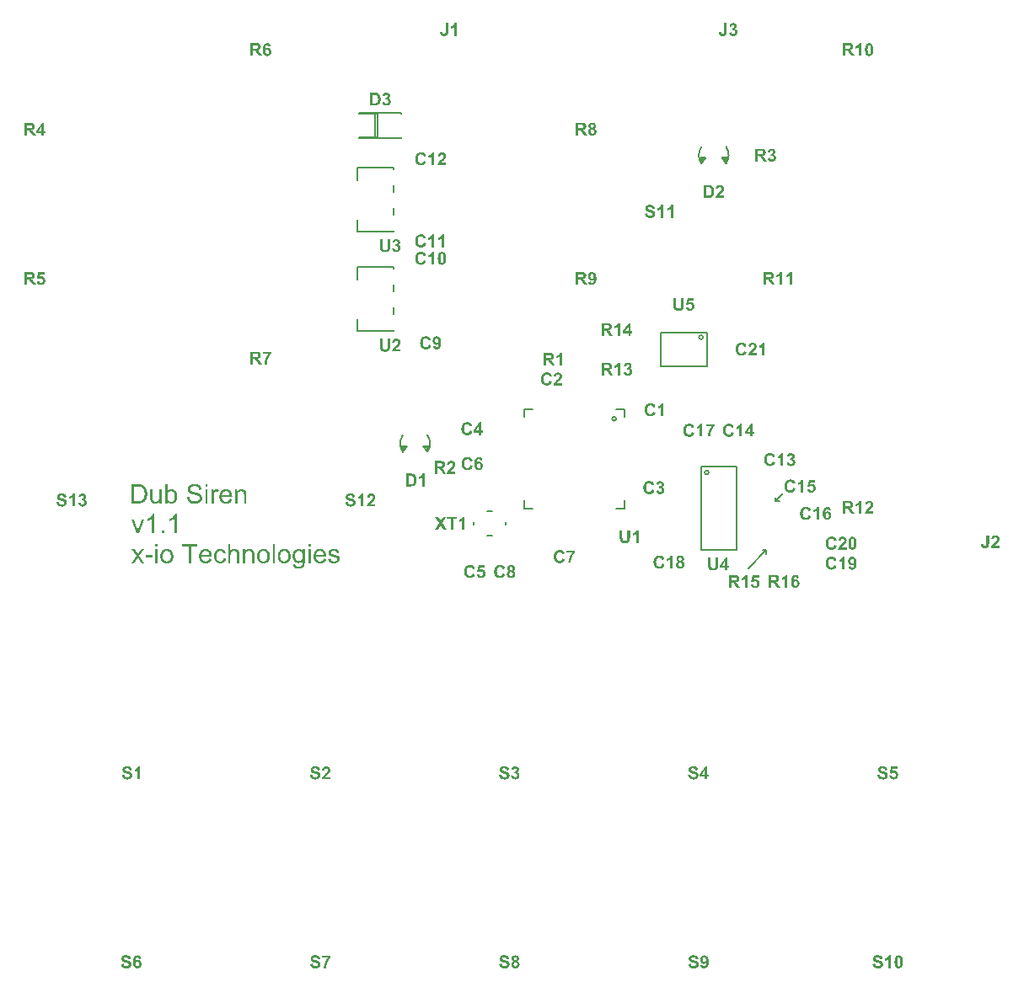
<source format=gto>
G04 Layer_Color=15065295*
%FSLAX25Y25*%
%MOIN*%
G70*
G01*
G75*
%ADD37C,0.00787*%
G36*
X636062Y594879D02*
X636054Y594872D01*
X636040Y594857D01*
X636018Y594836D01*
X635989Y594806D01*
X635952Y594763D01*
X635909Y594712D01*
X635857Y594653D01*
X635799Y594580D01*
X635741Y594500D01*
X635675Y594413D01*
X635602Y594318D01*
X635530Y594216D01*
X635457Y594099D01*
X635384Y593983D01*
X635303Y593851D01*
X635223Y593713D01*
X635216Y593706D01*
X635201Y593676D01*
X635180Y593640D01*
X635150Y593582D01*
X635121Y593516D01*
X635077Y593429D01*
X635034Y593334D01*
X634983Y593232D01*
X634932Y593115D01*
X634881Y592991D01*
X634822Y592860D01*
X634771Y592721D01*
X634669Y592422D01*
X634575Y592109D01*
Y592102D01*
X634567Y592073D01*
X634553Y592029D01*
X634538Y591963D01*
X634523Y591890D01*
X634509Y591810D01*
X634487Y591708D01*
X634465Y591606D01*
X634443Y591489D01*
X634429Y591373D01*
X634392Y591118D01*
X634370Y590855D01*
X634363Y590600D01*
X633430D01*
Y590615D01*
Y590644D01*
X633437Y590702D01*
Y590782D01*
X633444Y590877D01*
X633459Y590986D01*
X633474Y591118D01*
X633496Y591256D01*
X633517Y591409D01*
X633547Y591577D01*
X633583Y591752D01*
X633619Y591941D01*
X633671Y592131D01*
X633721Y592328D01*
X633787Y592525D01*
X633860Y592729D01*
X633867Y592743D01*
X633882Y592780D01*
X633904Y592838D01*
X633933Y592911D01*
X633977Y593006D01*
X634028Y593122D01*
X634086Y593246D01*
X634152Y593385D01*
X634225Y593531D01*
X634305Y593684D01*
X634392Y593851D01*
X634494Y594012D01*
X634706Y594354D01*
X634946Y594682D01*
X632752D01*
Y595579D01*
X636062D01*
Y594879D01*
D02*
G37*
G36*
X630208Y595732D02*
X630288Y595725D01*
X630375Y595710D01*
X630478Y595696D01*
X630587Y595674D01*
X630703Y595645D01*
X630827Y595608D01*
X630951Y595565D01*
X631083Y595506D01*
X631207Y595448D01*
X631323Y595375D01*
X631447Y595288D01*
X631556Y595193D01*
X631564D01*
X631571Y595178D01*
X631593Y595156D01*
X631615Y595134D01*
X631644Y595098D01*
X631673Y595054D01*
X631753Y594952D01*
X631833Y594821D01*
X631921Y594661D01*
X632001Y594478D01*
X632074Y594267D01*
X631068Y594026D01*
Y594034D01*
X631061Y594041D01*
Y594063D01*
X631046Y594092D01*
X631024Y594158D01*
X630988Y594245D01*
X630937Y594347D01*
X630871Y594449D01*
X630784Y594551D01*
X630689Y594639D01*
X630674Y594646D01*
X630638Y594675D01*
X630580Y594712D01*
X630499Y594755D01*
X630397Y594799D01*
X630281Y594836D01*
X630149Y594865D01*
X630004Y594872D01*
X629953D01*
X629909Y594865D01*
X629865Y594857D01*
X629807Y594850D01*
X629683Y594821D01*
X629537Y594770D01*
X629384Y594697D01*
X629304Y594653D01*
X629231Y594602D01*
X629158Y594537D01*
X629092Y594464D01*
Y594456D01*
X629078Y594442D01*
X629063Y594420D01*
X629041Y594383D01*
X629012Y594340D01*
X628983Y594289D01*
X628954Y594223D01*
X628925Y594150D01*
X628888Y594063D01*
X628859Y593968D01*
X628830Y593859D01*
X628801Y593742D01*
X628779Y593611D01*
X628764Y593472D01*
X628757Y593319D01*
X628750Y593152D01*
Y593144D01*
Y593108D01*
Y593057D01*
X628757Y592998D01*
Y592918D01*
X628772Y592823D01*
X628779Y592729D01*
X628793Y592619D01*
X628837Y592393D01*
X628896Y592167D01*
X628932Y592058D01*
X628983Y591956D01*
X629034Y591861D01*
X629092Y591781D01*
X629100Y591774D01*
X629107Y591766D01*
X629129Y591745D01*
X629158Y591715D01*
X629231Y591657D01*
X629333Y591584D01*
X629457Y591504D01*
X629610Y591446D01*
X629785Y591395D01*
X629880Y591387D01*
X629982Y591380D01*
X630018D01*
X630047Y591387D01*
X630128Y591395D01*
X630222Y591409D01*
X630324Y591446D01*
X630441Y591489D01*
X630558Y591548D01*
X630674Y591635D01*
X630689Y591650D01*
X630725Y591686D01*
X630776Y591745D01*
X630835Y591832D01*
X630908Y591949D01*
X630973Y592087D01*
X631039Y592255D01*
X631097Y592452D01*
X632089Y592145D01*
Y592138D01*
X632081Y592109D01*
X632067Y592065D01*
X632045Y592007D01*
X632016Y591941D01*
X631987Y591861D01*
X631950Y591774D01*
X631906Y591679D01*
X631804Y591482D01*
X631673Y591278D01*
X631513Y591081D01*
X631425Y590994D01*
X631330Y590913D01*
X631323Y590906D01*
X631309Y590899D01*
X631279Y590877D01*
X631236Y590848D01*
X631185Y590819D01*
X631119Y590790D01*
X631046Y590753D01*
X630966Y590717D01*
X630871Y590673D01*
X630769Y590636D01*
X630660Y590607D01*
X630543Y590578D01*
X630419Y590549D01*
X630281Y590527D01*
X630142Y590520D01*
X629989Y590513D01*
X629945D01*
X629894Y590520D01*
X629821Y590527D01*
X629741Y590534D01*
X629639Y590549D01*
X629530Y590571D01*
X629406Y590600D01*
X629282Y590636D01*
X629151Y590680D01*
X629012Y590738D01*
X628874Y590804D01*
X628735Y590877D01*
X628597Y590972D01*
X628465Y591074D01*
X628341Y591198D01*
X628334Y591205D01*
X628312Y591227D01*
X628283Y591271D01*
X628239Y591322D01*
X628196Y591395D01*
X628137Y591475D01*
X628079Y591577D01*
X628021Y591693D01*
X627962Y591817D01*
X627904Y591956D01*
X627846Y592116D01*
X627802Y592284D01*
X627758Y592459D01*
X627729Y592656D01*
X627707Y592860D01*
X627700Y593079D01*
Y593086D01*
Y593093D01*
Y593137D01*
X627707Y593202D01*
Y593290D01*
X627722Y593392D01*
X627736Y593516D01*
X627751Y593647D01*
X627780Y593800D01*
X627817Y593953D01*
X627860Y594114D01*
X627911Y594274D01*
X627977Y594442D01*
X628050Y594602D01*
X628137Y594755D01*
X628232Y594901D01*
X628349Y595040D01*
X628356Y595047D01*
X628378Y595069D01*
X628414Y595105D01*
X628465Y595149D01*
X628531Y595200D01*
X628611Y595258D01*
X628699Y595324D01*
X628808Y595390D01*
X628925Y595455D01*
X629049Y595521D01*
X629194Y595579D01*
X629340Y595630D01*
X629508Y595674D01*
X629676Y595710D01*
X629865Y595732D01*
X630055Y595740D01*
X630142D01*
X630208Y595732D01*
D02*
G37*
G36*
X463767Y593393D02*
X465767Y590551D01*
X464630D01*
X463494Y592245D01*
X463231Y592650D01*
X461756Y590551D01*
X460630D01*
X462630Y593393D01*
X460783Y596038D01*
X461920D01*
X462783Y594737D01*
X462794Y594726D01*
X462827Y594683D01*
X462871Y594606D01*
X462925Y594530D01*
X462980Y594431D01*
X463045Y594333D01*
X463111Y594235D01*
X463166Y594136D01*
X463177Y594147D01*
X463209Y594191D01*
X463253Y594256D01*
X463308Y594333D01*
X463373Y594431D01*
X463439Y594530D01*
X463581Y594737D01*
X464510Y596038D01*
X465636D01*
X463767Y593393D01*
D02*
G37*
G36*
X696420Y589559D02*
X697047D01*
Y588713D01*
X696420D01*
Y587700D01*
X695487D01*
Y588713D01*
X693417D01*
Y589552D01*
X695604Y592767D01*
X696420D01*
Y589559D01*
D02*
G37*
G36*
X692724Y590084D02*
Y590076D01*
Y590047D01*
Y589996D01*
Y589938D01*
Y589865D01*
X692717Y589778D01*
Y589683D01*
Y589588D01*
X692702Y589377D01*
X692688Y589158D01*
X692680Y589063D01*
X692666Y588969D01*
X692651Y588881D01*
X692637Y588801D01*
Y588794D01*
X692629Y588786D01*
Y588764D01*
X692622Y588742D01*
X692600Y588670D01*
X692571Y588582D01*
X692527Y588480D01*
X692476Y588378D01*
X692411Y588269D01*
X692330Y588167D01*
X692323Y588152D01*
X692294Y588123D01*
X692243Y588079D01*
X692177Y588021D01*
X692090Y587955D01*
X691988Y587889D01*
X691871Y587817D01*
X691740Y587758D01*
X691733D01*
X691725Y587751D01*
X691704Y587744D01*
X691674Y587736D01*
X691638Y587722D01*
X691594Y587707D01*
X691536Y587693D01*
X691477Y587685D01*
X691339Y587656D01*
X691171Y587627D01*
X690982Y587612D01*
X690770Y587605D01*
X690654D01*
X690588Y587612D01*
X690522D01*
X690442Y587620D01*
X690362Y587627D01*
X690187Y587642D01*
X690005Y587671D01*
X689823Y587715D01*
X689743Y587736D01*
X689670Y587766D01*
X689662D01*
X689655Y587773D01*
X689611Y587795D01*
X689538Y587831D01*
X689458Y587882D01*
X689363Y587948D01*
X689261Y588021D01*
X689167Y588108D01*
X689079Y588203D01*
X689072Y588218D01*
X689043Y588247D01*
X689006Y588305D01*
X688962Y588378D01*
X688919Y588458D01*
X688868Y588553D01*
X688831Y588655D01*
X688795Y588764D01*
Y588772D01*
X688788Y588786D01*
Y588808D01*
X688780Y588844D01*
X688773Y588888D01*
X688766Y588947D01*
X688758Y589012D01*
X688751Y589085D01*
X688736Y589173D01*
X688729Y589267D01*
X688722Y589369D01*
X688715Y589486D01*
X688707Y589610D01*
Y589748D01*
X688700Y589894D01*
Y590047D01*
Y592745D01*
X689721D01*
Y590004D01*
Y589996D01*
Y589974D01*
Y589945D01*
Y589902D01*
Y589843D01*
Y589785D01*
X689728Y589654D01*
Y589508D01*
X689735Y589369D01*
X689743Y589304D01*
Y589246D01*
X689750Y589202D01*
X689757Y589158D01*
Y589143D01*
X689772Y589107D01*
X689793Y589049D01*
X689823Y588976D01*
X689859Y588896D01*
X689917Y588815D01*
X689983Y588728D01*
X690063Y588655D01*
X690078Y588648D01*
X690107Y588626D01*
X690165Y588597D01*
X690238Y588567D01*
X690340Y588531D01*
X690457Y588502D01*
X690588Y588480D01*
X690741Y588473D01*
X690814D01*
X690887Y588480D01*
X690982Y588495D01*
X691091Y588517D01*
X691193Y588546D01*
X691302Y588589D01*
X691390Y588648D01*
X691397Y588655D01*
X691427Y588677D01*
X691463Y588713D01*
X691507Y588764D01*
X691550Y588830D01*
X691594Y588903D01*
X691631Y588983D01*
X691652Y589078D01*
Y589092D01*
X691660Y589129D01*
X691667Y589194D01*
X691682Y589282D01*
Y589340D01*
X691689Y589406D01*
Y589479D01*
X691696Y589552D01*
Y589639D01*
X691704Y589734D01*
Y589836D01*
Y589945D01*
Y592745D01*
X692724D01*
Y590084D01*
D02*
G37*
G36*
X598988Y643059D02*
X599615D01*
Y642213D01*
X598988D01*
Y641200D01*
X598055D01*
Y642213D01*
X595984D01*
Y643052D01*
X598171Y646267D01*
X598988D01*
Y643059D01*
D02*
G37*
G36*
X629438Y665967D02*
X629504Y665959D01*
X629576Y665952D01*
X629657Y665937D01*
X629744Y665923D01*
X629934Y665872D01*
X630123Y665799D01*
X630225Y665755D01*
X630313Y665704D01*
X630408Y665638D01*
X630488Y665566D01*
X630495Y665558D01*
X630510Y665551D01*
X630524Y665522D01*
X630553Y665493D01*
X630590Y665456D01*
X630626Y665405D01*
X630663Y665354D01*
X630707Y665289D01*
X630779Y665143D01*
X630852Y664975D01*
X630881Y664880D01*
X630896Y664778D01*
X630911Y664669D01*
X630918Y664560D01*
Y664545D01*
Y664501D01*
X630911Y664436D01*
X630903Y664356D01*
X630889Y664253D01*
X630867Y664144D01*
X630838Y664027D01*
X630794Y663911D01*
X630787Y663896D01*
X630772Y663860D01*
X630743Y663794D01*
X630699Y663714D01*
X630648Y663619D01*
X630583Y663510D01*
X630502Y663393D01*
X630408Y663269D01*
X630400Y663262D01*
X630371Y663226D01*
X630327Y663174D01*
X630262Y663102D01*
X630174Y663014D01*
X630065Y662897D01*
X629934Y662774D01*
X629773Y662620D01*
X629766Y662613D01*
X629751Y662606D01*
X629730Y662584D01*
X629701Y662555D01*
X629620Y662482D01*
X629526Y662394D01*
X629431Y662300D01*
X629336Y662205D01*
X629249Y662125D01*
X629219Y662088D01*
X629190Y662059D01*
X629183Y662052D01*
X629168Y662037D01*
X629146Y662008D01*
X629117Y661972D01*
X629052Y661891D01*
X628993Y661797D01*
X630918D01*
Y660900D01*
X627528D01*
Y660907D01*
Y660922D01*
X627535Y660951D01*
X627543Y660988D01*
X627550Y661031D01*
X627557Y661082D01*
X627586Y661213D01*
X627630Y661359D01*
X627688Y661520D01*
X627761Y661695D01*
X627856Y661862D01*
Y661870D01*
X627871Y661884D01*
X627885Y661913D01*
X627914Y661942D01*
X627944Y661994D01*
X627987Y662044D01*
X628038Y662110D01*
X628097Y662183D01*
X628162Y662270D01*
X628242Y662358D01*
X628330Y662460D01*
X628432Y662569D01*
X628541Y662679D01*
X628665Y662803D01*
X628796Y662934D01*
X628942Y663072D01*
X628950Y663080D01*
X628971Y663102D01*
X629001Y663131D01*
X629044Y663174D01*
X629103Y663218D01*
X629161Y663276D01*
X629292Y663408D01*
X629423Y663546D01*
X629555Y663685D01*
X629613Y663743D01*
X629671Y663809D01*
X629715Y663860D01*
X629744Y663904D01*
X629751Y663918D01*
X629773Y663954D01*
X629810Y664013D01*
X629846Y664093D01*
X629883Y664181D01*
X629919Y664283D01*
X629941Y664385D01*
X629948Y664494D01*
Y664501D01*
Y664509D01*
Y664545D01*
X629941Y664611D01*
X629926Y664683D01*
X629905Y664764D01*
X629875Y664844D01*
X629832Y664924D01*
X629773Y664997D01*
X629766Y665004D01*
X629744Y665026D01*
X629701Y665055D01*
X629649Y665085D01*
X629576Y665114D01*
X629496Y665143D01*
X629402Y665165D01*
X629292Y665172D01*
X629241D01*
X629183Y665165D01*
X629117Y665150D01*
X629037Y665128D01*
X628957Y665092D01*
X628877Y665048D01*
X628804Y664990D01*
X628796Y664982D01*
X628775Y664953D01*
X628746Y664910D01*
X628716Y664844D01*
X628680Y664764D01*
X628651Y664654D01*
X628621Y664530D01*
X628607Y664385D01*
X627645Y664479D01*
Y664487D01*
X627652Y664516D01*
Y664552D01*
X627667Y664611D01*
X627674Y664676D01*
X627696Y664749D01*
X627718Y664829D01*
X627739Y664924D01*
X627812Y665106D01*
X627900Y665296D01*
X627958Y665391D01*
X628024Y665478D01*
X628097Y665551D01*
X628177Y665624D01*
X628184Y665631D01*
X628199Y665638D01*
X628221Y665653D01*
X628257Y665682D01*
X628301Y665704D01*
X628359Y665733D01*
X628417Y665770D01*
X628490Y665799D01*
X628571Y665835D01*
X628658Y665865D01*
X628848Y665923D01*
X629073Y665959D01*
X629190Y665967D01*
X629314Y665974D01*
X629387D01*
X629438Y665967D01*
D02*
G37*
G36*
X625108Y666032D02*
X625188Y666025D01*
X625275Y666010D01*
X625378Y665996D01*
X625487Y665974D01*
X625603Y665945D01*
X625727Y665908D01*
X625851Y665865D01*
X625983Y665806D01*
X626107Y665748D01*
X626223Y665675D01*
X626347Y665588D01*
X626456Y665493D01*
X626464D01*
X626471Y665478D01*
X626493Y665456D01*
X626515Y665434D01*
X626544Y665398D01*
X626573Y665354D01*
X626653Y665252D01*
X626733Y665121D01*
X626821Y664960D01*
X626901Y664778D01*
X626974Y664567D01*
X625968Y664326D01*
Y664334D01*
X625961Y664341D01*
Y664363D01*
X625946Y664392D01*
X625924Y664458D01*
X625888Y664545D01*
X625837Y664647D01*
X625771Y664749D01*
X625684Y664851D01*
X625589Y664939D01*
X625574Y664946D01*
X625538Y664975D01*
X625480Y665012D01*
X625399Y665055D01*
X625297Y665099D01*
X625181Y665135D01*
X625049Y665165D01*
X624904Y665172D01*
X624853D01*
X624809Y665165D01*
X624765Y665157D01*
X624707Y665150D01*
X624583Y665121D01*
X624437Y665070D01*
X624284Y664997D01*
X624204Y664953D01*
X624131Y664902D01*
X624058Y664837D01*
X623992Y664764D01*
Y664756D01*
X623978Y664742D01*
X623963Y664720D01*
X623941Y664683D01*
X623912Y664640D01*
X623883Y664589D01*
X623854Y664523D01*
X623825Y664450D01*
X623788Y664363D01*
X623759Y664268D01*
X623730Y664159D01*
X623701Y664042D01*
X623679Y663911D01*
X623664Y663772D01*
X623657Y663619D01*
X623650Y663451D01*
Y663444D01*
Y663408D01*
Y663357D01*
X623657Y663298D01*
Y663218D01*
X623672Y663123D01*
X623679Y663029D01*
X623694Y662919D01*
X623737Y662693D01*
X623796Y662467D01*
X623832Y662358D01*
X623883Y662256D01*
X623934Y662161D01*
X623992Y662081D01*
X624000Y662074D01*
X624007Y662066D01*
X624029Y662044D01*
X624058Y662015D01*
X624131Y661957D01*
X624233Y661884D01*
X624357Y661804D01*
X624510Y661746D01*
X624685Y661695D01*
X624780Y661687D01*
X624882Y661680D01*
X624918D01*
X624947Y661687D01*
X625028Y661695D01*
X625122Y661709D01*
X625224Y661746D01*
X625341Y661789D01*
X625458Y661848D01*
X625574Y661935D01*
X625589Y661950D01*
X625625Y661986D01*
X625676Y662044D01*
X625735Y662132D01*
X625808Y662249D01*
X625873Y662387D01*
X625939Y662555D01*
X625997Y662752D01*
X626989Y662445D01*
Y662438D01*
X626981Y662409D01*
X626967Y662365D01*
X626945Y662307D01*
X626916Y662241D01*
X626887Y662161D01*
X626850Y662074D01*
X626806Y661979D01*
X626704Y661782D01*
X626573Y661578D01*
X626413Y661381D01*
X626325Y661294D01*
X626230Y661213D01*
X626223Y661206D01*
X626209Y661199D01*
X626179Y661177D01*
X626136Y661148D01*
X626085Y661119D01*
X626019Y661090D01*
X625946Y661053D01*
X625866Y661017D01*
X625771Y660973D01*
X625669Y660936D01*
X625560Y660907D01*
X625443Y660878D01*
X625319Y660849D01*
X625181Y660827D01*
X625042Y660820D01*
X624889Y660813D01*
X624845D01*
X624794Y660820D01*
X624721Y660827D01*
X624641Y660834D01*
X624539Y660849D01*
X624430Y660871D01*
X624306Y660900D01*
X624182Y660936D01*
X624051Y660980D01*
X623912Y661038D01*
X623774Y661104D01*
X623635Y661177D01*
X623497Y661272D01*
X623365Y661374D01*
X623242Y661498D01*
X623234Y661505D01*
X623212Y661527D01*
X623183Y661571D01*
X623139Y661622D01*
X623096Y661695D01*
X623037Y661775D01*
X622979Y661877D01*
X622921Y661994D01*
X622862Y662117D01*
X622804Y662256D01*
X622746Y662416D01*
X622702Y662584D01*
X622658Y662759D01*
X622629Y662956D01*
X622607Y663160D01*
X622600Y663379D01*
Y663386D01*
Y663393D01*
Y663437D01*
X622607Y663503D01*
Y663590D01*
X622622Y663692D01*
X622636Y663816D01*
X622651Y663947D01*
X622680Y664100D01*
X622717Y664253D01*
X622760Y664414D01*
X622811Y664574D01*
X622877Y664742D01*
X622950Y664902D01*
X623037Y665055D01*
X623132Y665201D01*
X623249Y665340D01*
X623256Y665347D01*
X623278Y665369D01*
X623314Y665405D01*
X623365Y665449D01*
X623431Y665500D01*
X623511Y665558D01*
X623599Y665624D01*
X623708Y665690D01*
X623825Y665755D01*
X623949Y665821D01*
X624094Y665879D01*
X624240Y665930D01*
X624408Y665974D01*
X624576Y666010D01*
X624765Y666032D01*
X624955Y666040D01*
X625042D01*
X625108Y666032D01*
D02*
G37*
G36*
X665608Y623032D02*
X665688Y623025D01*
X665775Y623010D01*
X665877Y622996D01*
X665987Y622974D01*
X666104Y622945D01*
X666227Y622908D01*
X666351Y622864D01*
X666483Y622806D01*
X666607Y622748D01*
X666723Y622675D01*
X666847Y622587D01*
X666956Y622493D01*
X666964D01*
X666971Y622478D01*
X666993Y622456D01*
X667015Y622434D01*
X667044Y622398D01*
X667073Y622354D01*
X667153Y622252D01*
X667233Y622121D01*
X667321Y621960D01*
X667401Y621778D01*
X667474Y621567D01*
X666468Y621326D01*
Y621334D01*
X666461Y621341D01*
Y621363D01*
X666446Y621392D01*
X666424Y621457D01*
X666388Y621545D01*
X666337Y621647D01*
X666271Y621749D01*
X666184Y621851D01*
X666089Y621939D01*
X666074Y621946D01*
X666038Y621975D01*
X665980Y622012D01*
X665899Y622055D01*
X665797Y622099D01*
X665681Y622135D01*
X665549Y622165D01*
X665404Y622172D01*
X665353D01*
X665309Y622165D01*
X665265Y622157D01*
X665207Y622150D01*
X665083Y622121D01*
X664937Y622070D01*
X664784Y621997D01*
X664704Y621953D01*
X664631Y621902D01*
X664558Y621837D01*
X664492Y621764D01*
Y621756D01*
X664478Y621742D01*
X664463Y621720D01*
X664441Y621684D01*
X664412Y621640D01*
X664383Y621589D01*
X664354Y621523D01*
X664325Y621450D01*
X664288Y621363D01*
X664259Y621268D01*
X664230Y621159D01*
X664201Y621042D01*
X664179Y620911D01*
X664164Y620772D01*
X664157Y620619D01*
X664150Y620451D01*
Y620444D01*
Y620408D01*
Y620357D01*
X664157Y620298D01*
Y620218D01*
X664172Y620123D01*
X664179Y620029D01*
X664193Y619919D01*
X664237Y619693D01*
X664296Y619467D01*
X664332Y619358D01*
X664383Y619256D01*
X664434Y619161D01*
X664492Y619081D01*
X664500Y619074D01*
X664507Y619066D01*
X664529Y619044D01*
X664558Y619015D01*
X664631Y618957D01*
X664733Y618884D01*
X664857Y618804D01*
X665010Y618746D01*
X665185Y618695D01*
X665280Y618687D01*
X665382Y618680D01*
X665418D01*
X665447Y618687D01*
X665528Y618695D01*
X665622Y618709D01*
X665724Y618746D01*
X665841Y618789D01*
X665958Y618848D01*
X666074Y618935D01*
X666089Y618950D01*
X666125Y618986D01*
X666176Y619044D01*
X666235Y619132D01*
X666308Y619249D01*
X666373Y619387D01*
X666439Y619555D01*
X666497Y619752D01*
X667489Y619446D01*
Y619438D01*
X667481Y619409D01*
X667467Y619365D01*
X667445Y619307D01*
X667416Y619241D01*
X667386Y619161D01*
X667350Y619074D01*
X667306Y618979D01*
X667204Y618782D01*
X667073Y618578D01*
X666913Y618381D01*
X666825Y618294D01*
X666730Y618214D01*
X666723Y618206D01*
X666709Y618199D01*
X666679Y618177D01*
X666636Y618148D01*
X666585Y618119D01*
X666519Y618089D01*
X666446Y618053D01*
X666366Y618017D01*
X666271Y617973D01*
X666169Y617936D01*
X666060Y617907D01*
X665943Y617878D01*
X665819Y617849D01*
X665681Y617827D01*
X665542Y617820D01*
X665389Y617812D01*
X665345D01*
X665294Y617820D01*
X665221Y617827D01*
X665141Y617834D01*
X665039Y617849D01*
X664930Y617871D01*
X664806Y617900D01*
X664682Y617936D01*
X664551Y617980D01*
X664412Y618039D01*
X664274Y618104D01*
X664135Y618177D01*
X663997Y618272D01*
X663865Y618374D01*
X663741Y618498D01*
X663734Y618505D01*
X663712Y618527D01*
X663683Y618571D01*
X663639Y618622D01*
X663596Y618695D01*
X663537Y618775D01*
X663479Y618877D01*
X663421Y618994D01*
X663362Y619117D01*
X663304Y619256D01*
X663246Y619416D01*
X663202Y619584D01*
X663158Y619759D01*
X663129Y619956D01*
X663107Y620160D01*
X663100Y620379D01*
Y620386D01*
Y620393D01*
Y620437D01*
X663107Y620503D01*
Y620590D01*
X663122Y620692D01*
X663136Y620816D01*
X663151Y620947D01*
X663180Y621100D01*
X663217Y621253D01*
X663260Y621414D01*
X663311Y621574D01*
X663377Y621742D01*
X663450Y621902D01*
X663537Y622055D01*
X663632Y622201D01*
X663749Y622340D01*
X663756Y622347D01*
X663778Y622369D01*
X663814Y622405D01*
X663865Y622449D01*
X663931Y622500D01*
X664011Y622558D01*
X664099Y622624D01*
X664208Y622689D01*
X664325Y622755D01*
X664449Y622821D01*
X664594Y622879D01*
X664740Y622930D01*
X664908Y622974D01*
X665076Y623010D01*
X665265Y623032D01*
X665455Y623039D01*
X665542D01*
X665608Y623032D01*
D02*
G37*
G36*
X593608Y646332D02*
X593688Y646325D01*
X593775Y646310D01*
X593878Y646296D01*
X593987Y646274D01*
X594103Y646245D01*
X594227Y646208D01*
X594351Y646165D01*
X594483Y646106D01*
X594606Y646048D01*
X594723Y645975D01*
X594847Y645888D01*
X594956Y645793D01*
X594964D01*
X594971Y645778D01*
X594993Y645756D01*
X595015Y645734D01*
X595044Y645698D01*
X595073Y645654D01*
X595153Y645552D01*
X595233Y645421D01*
X595321Y645260D01*
X595401Y645078D01*
X595474Y644867D01*
X594468Y644626D01*
Y644634D01*
X594461Y644641D01*
Y644663D01*
X594446Y644692D01*
X594424Y644758D01*
X594388Y644845D01*
X594337Y644947D01*
X594271Y645049D01*
X594184Y645151D01*
X594089Y645239D01*
X594074Y645246D01*
X594038Y645275D01*
X593980Y645312D01*
X593899Y645355D01*
X593797Y645399D01*
X593681Y645435D01*
X593549Y645465D01*
X593404Y645472D01*
X593353D01*
X593309Y645465D01*
X593265Y645457D01*
X593207Y645450D01*
X593083Y645421D01*
X592937Y645370D01*
X592784Y645297D01*
X592704Y645253D01*
X592631Y645202D01*
X592558Y645137D01*
X592492Y645064D01*
Y645056D01*
X592478Y645042D01*
X592463Y645020D01*
X592441Y644983D01*
X592412Y644940D01*
X592383Y644889D01*
X592354Y644823D01*
X592325Y644750D01*
X592288Y644663D01*
X592259Y644568D01*
X592230Y644459D01*
X592201Y644342D01*
X592179Y644211D01*
X592164Y644072D01*
X592157Y643919D01*
X592150Y643751D01*
Y643744D01*
Y643708D01*
Y643657D01*
X592157Y643598D01*
Y643518D01*
X592172Y643423D01*
X592179Y643329D01*
X592194Y643219D01*
X592237Y642993D01*
X592296Y642767D01*
X592332Y642658D01*
X592383Y642556D01*
X592434Y642461D01*
X592492Y642381D01*
X592500Y642374D01*
X592507Y642366D01*
X592529Y642345D01*
X592558Y642315D01*
X592631Y642257D01*
X592733Y642184D01*
X592857Y642104D01*
X593010Y642046D01*
X593185Y641995D01*
X593280Y641987D01*
X593382Y641980D01*
X593418D01*
X593447Y641987D01*
X593528Y641995D01*
X593622Y642009D01*
X593724Y642046D01*
X593841Y642089D01*
X593958Y642148D01*
X594074Y642235D01*
X594089Y642250D01*
X594125Y642286D01*
X594176Y642345D01*
X594235Y642432D01*
X594308Y642549D01*
X594373Y642687D01*
X594439Y642855D01*
X594497Y643052D01*
X595489Y642745D01*
Y642738D01*
X595481Y642709D01*
X595467Y642665D01*
X595445Y642607D01*
X595416Y642541D01*
X595387Y642461D01*
X595350Y642374D01*
X595306Y642279D01*
X595204Y642082D01*
X595073Y641878D01*
X594913Y641681D01*
X594825Y641594D01*
X594730Y641513D01*
X594723Y641506D01*
X594709Y641499D01*
X594679Y641477D01*
X594636Y641448D01*
X594585Y641419D01*
X594519Y641390D01*
X594446Y641353D01*
X594366Y641317D01*
X594271Y641273D01*
X594169Y641236D01*
X594060Y641207D01*
X593943Y641178D01*
X593819Y641149D01*
X593681Y641127D01*
X593542Y641120D01*
X593389Y641113D01*
X593345D01*
X593294Y641120D01*
X593221Y641127D01*
X593141Y641134D01*
X593039Y641149D01*
X592930Y641171D01*
X592806Y641200D01*
X592682Y641236D01*
X592551Y641280D01*
X592412Y641338D01*
X592274Y641404D01*
X592135Y641477D01*
X591997Y641572D01*
X591865Y641674D01*
X591742Y641798D01*
X591734Y641805D01*
X591712Y641827D01*
X591683Y641871D01*
X591640Y641922D01*
X591596Y641995D01*
X591537Y642075D01*
X591479Y642177D01*
X591421Y642294D01*
X591362Y642417D01*
X591304Y642556D01*
X591246Y642716D01*
X591202Y642884D01*
X591158Y643059D01*
X591129Y643256D01*
X591107Y643460D01*
X591100Y643679D01*
Y643686D01*
Y643693D01*
Y643737D01*
X591107Y643802D01*
Y643890D01*
X591122Y643992D01*
X591136Y644116D01*
X591151Y644247D01*
X591180Y644400D01*
X591217Y644553D01*
X591260Y644714D01*
X591311Y644874D01*
X591377Y645042D01*
X591450Y645202D01*
X591537Y645355D01*
X591632Y645501D01*
X591749Y645640D01*
X591756Y645647D01*
X591778Y645669D01*
X591814Y645705D01*
X591865Y645749D01*
X591931Y645800D01*
X592011Y645858D01*
X592099Y645924D01*
X592208Y645990D01*
X592325Y646055D01*
X592449Y646121D01*
X592594Y646179D01*
X592740Y646230D01*
X592908Y646274D01*
X593076Y646310D01*
X593265Y646332D01*
X593455Y646340D01*
X593542D01*
X593608Y646332D01*
D02*
G37*
G36*
X669858Y622967D02*
X669923Y622959D01*
X669989Y622952D01*
X670069Y622937D01*
X670149Y622916D01*
X670332Y622864D01*
X670427Y622828D01*
X670529Y622777D01*
X670623Y622726D01*
X670711Y622668D01*
X670806Y622595D01*
X670886Y622515D01*
X670893Y622507D01*
X670900Y622500D01*
X670922Y622478D01*
X670944Y622449D01*
X671002Y622376D01*
X671068Y622274D01*
X671134Y622150D01*
X671185Y622004D01*
X671228Y621844D01*
X671236Y621764D01*
X671243Y621676D01*
Y621669D01*
Y621647D01*
X671236Y621611D01*
X671228Y621567D01*
X671221Y621509D01*
X671207Y621443D01*
X671185Y621370D01*
X671156Y621290D01*
X671112Y621210D01*
X671068Y621122D01*
X671010Y621035D01*
X670937Y620947D01*
X670849Y620860D01*
X670754Y620772D01*
X670645Y620692D01*
X670514Y620612D01*
X670521D01*
X670536Y620605D01*
X670558D01*
X670587Y620590D01*
X670667Y620568D01*
X670762Y620524D01*
X670871Y620466D01*
X670988Y620393D01*
X671104Y620298D01*
X671207Y620189D01*
X671221Y620175D01*
X671250Y620131D01*
X671287Y620065D01*
X671338Y619970D01*
X671389Y619861D01*
X671425Y619723D01*
X671454Y619577D01*
X671469Y619409D01*
Y619402D01*
Y619380D01*
Y619343D01*
X671462Y619300D01*
X671454Y619241D01*
X671440Y619176D01*
X671425Y619096D01*
X671411Y619015D01*
X671352Y618840D01*
X671309Y618746D01*
X671265Y618644D01*
X671207Y618549D01*
X671141Y618454D01*
X671068Y618359D01*
X670981Y618272D01*
X670973Y618264D01*
X670959Y618250D01*
X670929Y618228D01*
X670893Y618199D01*
X670842Y618162D01*
X670791Y618126D01*
X670718Y618082D01*
X670645Y618039D01*
X670565Y617995D01*
X670470Y617951D01*
X670368Y617915D01*
X670266Y617878D01*
X670149Y617849D01*
X670033Y617827D01*
X669902Y617812D01*
X669770Y617805D01*
X669705D01*
X669654Y617812D01*
X669595Y617820D01*
X669530Y617827D01*
X669457Y617842D01*
X669369Y617856D01*
X669194Y617900D01*
X669005Y617973D01*
X668903Y618017D01*
X668815Y618068D01*
X668721Y618133D01*
X668633Y618199D01*
X668626Y618206D01*
X668611Y618221D01*
X668589Y618243D01*
X668560Y618272D01*
X668524Y618308D01*
X668487Y618359D01*
X668444Y618410D01*
X668400Y618476D01*
X668356Y618549D01*
X668305Y618622D01*
X668225Y618797D01*
X668159Y619001D01*
X668130Y619110D01*
X668116Y619227D01*
X669049Y619343D01*
Y619336D01*
Y619329D01*
X669056Y619285D01*
X669070Y619219D01*
X669092Y619139D01*
X669129Y619052D01*
X669165Y618957D01*
X669224Y618870D01*
X669289Y618789D01*
X669297Y618782D01*
X669326Y618760D01*
X669369Y618731D01*
X669420Y618702D01*
X669493Y618665D01*
X669573Y618636D01*
X669661Y618614D01*
X669763Y618607D01*
X669778D01*
X669814Y618614D01*
X669865Y618622D01*
X669938Y618636D01*
X670018Y618665D01*
X670098Y618702D01*
X670186Y618760D01*
X670266Y618833D01*
X670273Y618840D01*
X670302Y618877D01*
X670332Y618928D01*
X670375Y618994D01*
X670412Y619081D01*
X670448Y619190D01*
X670470Y619314D01*
X670477Y619453D01*
Y619460D01*
Y619467D01*
Y619511D01*
X670470Y619577D01*
X670456Y619664D01*
X670427Y619759D01*
X670390Y619854D01*
X670339Y619948D01*
X670273Y620036D01*
X670266Y620043D01*
X670237Y620072D01*
X670193Y620109D01*
X670142Y620145D01*
X670069Y620189D01*
X669989Y620218D01*
X669902Y620247D01*
X669800Y620255D01*
X669727D01*
X669676Y620247D01*
X669610Y620240D01*
X669530Y620225D01*
X669450Y620204D01*
X669355Y620182D01*
X669457Y620962D01*
X669522D01*
X669595Y620969D01*
X669683Y620976D01*
X669778Y620998D01*
X669880Y621027D01*
X669975Y621071D01*
X670062Y621130D01*
X670069Y621137D01*
X670098Y621166D01*
X670128Y621202D01*
X670171Y621261D01*
X670208Y621326D01*
X670244Y621407D01*
X670266Y621501D01*
X670273Y621611D01*
Y621625D01*
Y621654D01*
X670266Y621698D01*
X670252Y621756D01*
X670237Y621822D01*
X670208Y621888D01*
X670171Y621960D01*
X670120Y622019D01*
X670113Y622026D01*
X670091Y622041D01*
X670062Y622070D01*
X670011Y622099D01*
X669953Y622121D01*
X669887Y622150D01*
X669800Y622165D01*
X669712Y622172D01*
X669668D01*
X669625Y622165D01*
X669566Y622150D01*
X669501Y622128D01*
X669428Y622099D01*
X669355Y622055D01*
X669289Y621997D01*
X669282Y621990D01*
X669260Y621968D01*
X669231Y621924D01*
X669194Y621866D01*
X669158Y621800D01*
X669129Y621713D01*
X669100Y621611D01*
X669078Y621494D01*
X668188Y621640D01*
Y621647D01*
X668196Y621662D01*
Y621684D01*
X668203Y621720D01*
X668225Y621800D01*
X668254Y621910D01*
X668298Y622026D01*
X668341Y622150D01*
X668400Y622267D01*
X668465Y622376D01*
X668473Y622391D01*
X668502Y622420D01*
X668546Y622471D01*
X668604Y622536D01*
X668677Y622602D01*
X668764Y622675D01*
X668874Y622748D01*
X668990Y622814D01*
X668998D01*
X669005Y622821D01*
X669049Y622835D01*
X669122Y622864D01*
X669209Y622894D01*
X669318Y622923D01*
X669450Y622952D01*
X669588Y622967D01*
X669741Y622974D01*
X669807D01*
X669858Y622967D01*
D02*
G37*
G36*
X731057Y622579D02*
X729228D01*
X729074Y621719D01*
X729082D01*
X729089Y621726D01*
X729133Y621748D01*
X729198Y621770D01*
X729279Y621806D01*
X729381Y621836D01*
X729490Y621857D01*
X729614Y621879D01*
X729738Y621886D01*
X729804D01*
X729847Y621879D01*
X729898Y621872D01*
X729964Y621865D01*
X730037Y621850D01*
X730117Y621828D01*
X730285Y621770D01*
X730379Y621733D01*
X730467Y621690D01*
X730562Y621631D01*
X730656Y621566D01*
X730744Y621493D01*
X730831Y621413D01*
X730839Y621405D01*
X730853Y621391D01*
X730875Y621362D01*
X730904Y621325D01*
X730933Y621281D01*
X730977Y621223D01*
X731014Y621158D01*
X731057Y621085D01*
X731101Y621004D01*
X731138Y620910D01*
X731181Y620808D01*
X731211Y620706D01*
X731240Y620589D01*
X731261Y620465D01*
X731276Y620334D01*
X731283Y620195D01*
Y620188D01*
Y620166D01*
Y620137D01*
X731276Y620093D01*
Y620035D01*
X731261Y619969D01*
X731254Y619896D01*
X731240Y619823D01*
X731196Y619649D01*
X731130Y619459D01*
X731086Y619357D01*
X731043Y619262D01*
X730984Y619167D01*
X730919Y619073D01*
X730912Y619065D01*
X730897Y619043D01*
X730868Y619014D01*
X730831Y618970D01*
X730780Y618920D01*
X730715Y618861D01*
X730642Y618803D01*
X730562Y618745D01*
X730467Y618679D01*
X730365Y618621D01*
X730256Y618562D01*
X730131Y618511D01*
X730000Y618468D01*
X729862Y618438D01*
X729709Y618417D01*
X729548Y618409D01*
X729483D01*
X729432Y618417D01*
X729373Y618424D01*
X729300Y618431D01*
X729228Y618438D01*
X729140Y618453D01*
X728965Y618497D01*
X728768Y618570D01*
X728674Y618606D01*
X728579Y618657D01*
X728491Y618715D01*
X728404Y618781D01*
X728397Y618788D01*
X728382Y618795D01*
X728360Y618817D01*
X728331Y618847D01*
X728302Y618890D01*
X728258Y618934D01*
X728222Y618985D01*
X728178Y619043D01*
X728127Y619116D01*
X728083Y619189D01*
X728003Y619364D01*
X727930Y619561D01*
X727908Y619670D01*
X727886Y619787D01*
X728849Y619889D01*
Y619874D01*
X728856Y619838D01*
X728870Y619772D01*
X728892Y619699D01*
X728921Y619619D01*
X728965Y619532D01*
X729023Y619452D01*
X729089Y619372D01*
X729096Y619364D01*
X729125Y619342D01*
X729169Y619313D01*
X729228Y619277D01*
X729293Y619240D01*
X729373Y619211D01*
X729468Y619189D01*
X729563Y619182D01*
X729577D01*
X729614Y619189D01*
X729672Y619197D01*
X729745Y619211D01*
X729825Y619240D01*
X729913Y619284D01*
X730000Y619350D01*
X730081Y619430D01*
X730088Y619444D01*
X730117Y619474D01*
X730146Y619532D01*
X730190Y619619D01*
X730226Y619721D01*
X730263Y619845D01*
X730285Y619998D01*
X730292Y620173D01*
Y620181D01*
Y620195D01*
Y620217D01*
Y620254D01*
X730285Y620334D01*
X730263Y620436D01*
X730241Y620552D01*
X730204Y620669D01*
X730153Y620778D01*
X730081Y620873D01*
X730073Y620881D01*
X730044Y620910D01*
X729993Y620946D01*
X729935Y620997D01*
X729854Y621041D01*
X729760Y621077D01*
X729650Y621106D01*
X729534Y621114D01*
X729490D01*
X729461Y621106D01*
X729388Y621092D01*
X729286Y621070D01*
X729169Y621026D01*
X729045Y620961D01*
X728980Y620917D01*
X728914Y620866D01*
X728849Y620808D01*
X728783Y620742D01*
X728003Y620851D01*
X728499Y623483D01*
X731057D01*
Y622579D01*
D02*
G37*
G36*
X721405Y623636D02*
X721486Y623629D01*
X721573Y623614D01*
X721675Y623600D01*
X721784Y623578D01*
X721901Y623549D01*
X722025Y623512D01*
X722149Y623468D01*
X722280Y623410D01*
X722404Y623352D01*
X722521Y623279D01*
X722645Y623191D01*
X722754Y623097D01*
X722761D01*
X722769Y623082D01*
X722790Y623060D01*
X722812Y623038D01*
X722842Y623002D01*
X722871Y622958D01*
X722951Y622856D01*
X723031Y622725D01*
X723118Y622565D01*
X723199Y622382D01*
X723272Y622171D01*
X722266Y621930D01*
Y621938D01*
X722258Y621945D01*
Y621967D01*
X722244Y621996D01*
X722222Y622061D01*
X722185Y622149D01*
X722134Y622251D01*
X722069Y622353D01*
X721981Y622455D01*
X721886Y622543D01*
X721872Y622550D01*
X721836Y622579D01*
X721777Y622615D01*
X721697Y622659D01*
X721595Y622703D01*
X721478Y622739D01*
X721347Y622769D01*
X721201Y622776D01*
X721150D01*
X721106Y622769D01*
X721063Y622761D01*
X721004Y622754D01*
X720881Y622725D01*
X720735Y622674D01*
X720582Y622601D01*
X720501Y622557D01*
X720429Y622506D01*
X720356Y622440D01*
X720290Y622368D01*
Y622360D01*
X720275Y622346D01*
X720261Y622324D01*
X720239Y622287D01*
X720210Y622244D01*
X720181Y622193D01*
X720152Y622127D01*
X720122Y622054D01*
X720086Y621967D01*
X720057Y621872D01*
X720028Y621763D01*
X719998Y621646D01*
X719977Y621515D01*
X719962Y621376D01*
X719955Y621223D01*
X719947Y621055D01*
Y621048D01*
Y621012D01*
Y620961D01*
X719955Y620902D01*
Y620822D01*
X719969Y620727D01*
X719977Y620633D01*
X719991Y620523D01*
X720035Y620297D01*
X720093Y620071D01*
X720130Y619962D01*
X720181Y619860D01*
X720232Y619765D01*
X720290Y619685D01*
X720297Y619678D01*
X720305Y619670D01*
X720327Y619649D01*
X720356Y619619D01*
X720429Y619561D01*
X720531Y619488D01*
X720654Y619408D01*
X720808Y619350D01*
X720983Y619299D01*
X721077Y619291D01*
X721179Y619284D01*
X721216D01*
X721245Y619291D01*
X721325Y619299D01*
X721420Y619313D01*
X721522Y619350D01*
X721639Y619393D01*
X721755Y619452D01*
X721872Y619539D01*
X721886Y619554D01*
X721923Y619590D01*
X721974Y619649D01*
X722032Y619736D01*
X722105Y619853D01*
X722171Y619991D01*
X722236Y620159D01*
X722295Y620356D01*
X723286Y620049D01*
Y620042D01*
X723279Y620013D01*
X723264Y619969D01*
X723243Y619911D01*
X723213Y619845D01*
X723184Y619765D01*
X723148Y619678D01*
X723104Y619583D01*
X723002Y619386D01*
X722871Y619182D01*
X722710Y618985D01*
X722623Y618898D01*
X722528Y618817D01*
X722521Y618810D01*
X722506Y618803D01*
X722477Y618781D01*
X722433Y618752D01*
X722382Y618723D01*
X722317Y618693D01*
X722244Y618657D01*
X722164Y618621D01*
X722069Y618577D01*
X721967Y618540D01*
X721857Y618511D01*
X721741Y618482D01*
X721617Y618453D01*
X721478Y618431D01*
X721340Y618424D01*
X721187Y618417D01*
X721143D01*
X721092Y618424D01*
X721019Y618431D01*
X720939Y618438D01*
X720837Y618453D01*
X720727Y618475D01*
X720604Y618504D01*
X720480Y618540D01*
X720348Y618584D01*
X720210Y618643D01*
X720071Y618708D01*
X719933Y618781D01*
X719794Y618876D01*
X719663Y618978D01*
X719539Y619102D01*
X719532Y619109D01*
X719510Y619131D01*
X719481Y619175D01*
X719437Y619226D01*
X719393Y619299D01*
X719335Y619379D01*
X719277Y619481D01*
X719218Y619597D01*
X719160Y619721D01*
X719102Y619860D01*
X719043Y620020D01*
X719000Y620188D01*
X718956Y620363D01*
X718927Y620560D01*
X718905Y620764D01*
X718898Y620983D01*
Y620990D01*
Y620997D01*
Y621041D01*
X718905Y621106D01*
Y621194D01*
X718920Y621296D01*
X718934Y621420D01*
X718949Y621551D01*
X718978Y621704D01*
X719014Y621857D01*
X719058Y622018D01*
X719109Y622178D01*
X719175Y622346D01*
X719248Y622506D01*
X719335Y622659D01*
X719430Y622805D01*
X719547Y622943D01*
X719554Y622951D01*
X719576Y622973D01*
X719612Y623009D01*
X719663Y623053D01*
X719729Y623104D01*
X719809Y623162D01*
X719896Y623228D01*
X720006Y623293D01*
X720122Y623359D01*
X720246Y623425D01*
X720392Y623483D01*
X720538Y623534D01*
X720706Y623578D01*
X720873Y623614D01*
X721063Y623636D01*
X721252Y623643D01*
X721340D01*
X721405Y623636D01*
D02*
G37*
G36*
X726421Y618504D02*
X725451D01*
Y622156D01*
X725444Y622149D01*
X725429Y622134D01*
X725400Y622113D01*
X725357Y622076D01*
X725306Y622032D01*
X725247Y621989D01*
X725174Y621938D01*
X725094Y621879D01*
X725007Y621821D01*
X724912Y621763D01*
X724810Y621697D01*
X724700Y621639D01*
X724467Y621529D01*
X724205Y621427D01*
Y622302D01*
X724212D01*
X724219Y622309D01*
X724241Y622317D01*
X724270Y622324D01*
X724343Y622360D01*
X724445Y622404D01*
X724569Y622462D01*
X724708Y622543D01*
X724861Y622645D01*
X725021Y622761D01*
X725029Y622769D01*
X725043Y622776D01*
X725065Y622798D01*
X725094Y622827D01*
X725174Y622900D01*
X725262Y622995D01*
X725364Y623111D01*
X725466Y623257D01*
X725561Y623410D01*
X725634Y623578D01*
X726421D01*
Y618504D01*
D02*
G37*
G36*
X727608Y612832D02*
X727688Y612825D01*
X727775Y612810D01*
X727878Y612796D01*
X727987Y612774D01*
X728103Y612745D01*
X728227Y612708D01*
X728351Y612665D01*
X728483Y612606D01*
X728607Y612548D01*
X728723Y612475D01*
X728847Y612388D01*
X728956Y612293D01*
X728964D01*
X728971Y612278D01*
X728993Y612256D01*
X729015Y612234D01*
X729044Y612198D01*
X729073Y612154D01*
X729153Y612052D01*
X729233Y611921D01*
X729321Y611761D01*
X729401Y611578D01*
X729474Y611367D01*
X728468Y611126D01*
Y611134D01*
X728461Y611141D01*
Y611163D01*
X728446Y611192D01*
X728424Y611258D01*
X728388Y611345D01*
X728337Y611447D01*
X728271Y611549D01*
X728184Y611651D01*
X728089Y611739D01*
X728074Y611746D01*
X728038Y611775D01*
X727980Y611812D01*
X727899Y611855D01*
X727797Y611899D01*
X727681Y611936D01*
X727549Y611965D01*
X727404Y611972D01*
X727353D01*
X727309Y611965D01*
X727265Y611957D01*
X727207Y611950D01*
X727083Y611921D01*
X726937Y611870D01*
X726784Y611797D01*
X726704Y611753D01*
X726631Y611702D01*
X726558Y611637D01*
X726492Y611564D01*
Y611556D01*
X726478Y611542D01*
X726463Y611520D01*
X726441Y611483D01*
X726412Y611440D01*
X726383Y611389D01*
X726354Y611323D01*
X726325Y611250D01*
X726288Y611163D01*
X726259Y611068D01*
X726230Y610959D01*
X726201Y610842D01*
X726179Y610711D01*
X726164Y610572D01*
X726157Y610419D01*
X726150Y610252D01*
Y610244D01*
Y610208D01*
Y610157D01*
X726157Y610098D01*
Y610018D01*
X726172Y609923D01*
X726179Y609829D01*
X726194Y609719D01*
X726237Y609493D01*
X726296Y609267D01*
X726332Y609158D01*
X726383Y609056D01*
X726434Y608961D01*
X726492Y608881D01*
X726500Y608874D01*
X726507Y608866D01*
X726529Y608845D01*
X726558Y608815D01*
X726631Y608757D01*
X726733Y608684D01*
X726857Y608604D01*
X727010Y608546D01*
X727185Y608495D01*
X727280Y608487D01*
X727382Y608480D01*
X727418D01*
X727447Y608487D01*
X727528Y608495D01*
X727622Y608509D01*
X727724Y608546D01*
X727841Y608589D01*
X727958Y608648D01*
X728074Y608735D01*
X728089Y608750D01*
X728125Y608786D01*
X728176Y608845D01*
X728235Y608932D01*
X728308Y609049D01*
X728373Y609187D01*
X728439Y609355D01*
X728497Y609552D01*
X729489Y609245D01*
Y609238D01*
X729481Y609209D01*
X729467Y609165D01*
X729445Y609107D01*
X729416Y609041D01*
X729387Y608961D01*
X729350Y608874D01*
X729306Y608779D01*
X729204Y608582D01*
X729073Y608378D01*
X728913Y608181D01*
X728825Y608094D01*
X728730Y608013D01*
X728723Y608006D01*
X728709Y607999D01*
X728679Y607977D01*
X728636Y607948D01*
X728585Y607919D01*
X728519Y607890D01*
X728446Y607853D01*
X728366Y607817D01*
X728271Y607773D01*
X728169Y607736D01*
X728060Y607707D01*
X727943Y607678D01*
X727819Y607649D01*
X727681Y607627D01*
X727542Y607620D01*
X727389Y607613D01*
X727345D01*
X727294Y607620D01*
X727221Y607627D01*
X727141Y607634D01*
X727039Y607649D01*
X726930Y607671D01*
X726806Y607700D01*
X726682Y607736D01*
X726551Y607780D01*
X726412Y607838D01*
X726274Y607904D01*
X726135Y607977D01*
X725997Y608072D01*
X725865Y608174D01*
X725741Y608298D01*
X725734Y608305D01*
X725712Y608327D01*
X725683Y608371D01*
X725639Y608422D01*
X725596Y608495D01*
X725537Y608575D01*
X725479Y608677D01*
X725421Y608793D01*
X725362Y608917D01*
X725304Y609056D01*
X725246Y609216D01*
X725202Y609384D01*
X725158Y609559D01*
X725129Y609756D01*
X725107Y609960D01*
X725100Y610179D01*
Y610186D01*
Y610193D01*
Y610237D01*
X725107Y610302D01*
Y610390D01*
X725122Y610492D01*
X725136Y610616D01*
X725151Y610747D01*
X725180Y610900D01*
X725217Y611053D01*
X725260Y611214D01*
X725311Y611374D01*
X725377Y611542D01*
X725450Y611702D01*
X725537Y611855D01*
X725632Y612001D01*
X725749Y612140D01*
X725756Y612147D01*
X725778Y612169D01*
X725814Y612205D01*
X725865Y612249D01*
X725931Y612300D01*
X726011Y612358D01*
X726099Y612424D01*
X726208Y612490D01*
X726325Y612555D01*
X726449Y612621D01*
X726594Y612679D01*
X726740Y612730D01*
X726908Y612774D01*
X727076Y612810D01*
X727265Y612832D01*
X727455Y612840D01*
X727542D01*
X727608Y612832D01*
D02*
G37*
G36*
X736013Y612767D02*
X736064D01*
X736123Y612759D01*
X736254Y612730D01*
X736400Y612694D01*
X736560Y612635D01*
X736720Y612555D01*
X736793Y612504D01*
X736866Y612446D01*
X736873D01*
X736881Y612431D01*
X736903Y612409D01*
X736924Y612388D01*
X736961Y612351D01*
X736990Y612315D01*
X737070Y612213D01*
X737150Y612074D01*
X737231Y611914D01*
X737303Y611731D01*
X737355Y611513D01*
X736421Y611411D01*
Y611425D01*
X736414Y611454D01*
X736400Y611505D01*
X736385Y611571D01*
X736363Y611637D01*
X736327Y611709D01*
X736290Y611775D01*
X736239Y611833D01*
X736232Y611841D01*
X736210Y611855D01*
X736181Y611877D01*
X736137Y611906D01*
X736086Y611928D01*
X736020Y611950D01*
X735940Y611965D01*
X735860Y611972D01*
X735846D01*
X735809Y611965D01*
X735751Y611957D01*
X735678Y611936D01*
X735598Y611906D01*
X735510Y611855D01*
X735423Y611790D01*
X735343Y611695D01*
X735335Y611680D01*
X735321Y611666D01*
X735306Y611637D01*
X735291Y611607D01*
X735269Y611564D01*
X735255Y611513D01*
X735233Y611447D01*
X735204Y611374D01*
X735182Y611294D01*
X735160Y611199D01*
X735138Y611097D01*
X735116Y610981D01*
X735102Y610849D01*
X735087Y610704D01*
X735073Y610550D01*
X735080Y610558D01*
X735087Y610572D01*
X735109Y610587D01*
X735138Y610616D01*
X735175Y610652D01*
X735218Y610689D01*
X735321Y610769D01*
X735452Y610842D01*
X735605Y610915D01*
X735692Y610944D01*
X735780Y610959D01*
X735875Y610973D01*
X735977Y610981D01*
X736035D01*
X736079Y610973D01*
X736130Y610966D01*
X736188Y610959D01*
X736261Y610944D01*
X736334Y610922D01*
X736494Y610864D01*
X736582Y610827D01*
X736669Y610784D01*
X736757Y610733D01*
X736844Y610667D01*
X736932Y610594D01*
X737012Y610514D01*
X737019Y610507D01*
X737034Y610492D01*
X737056Y610470D01*
X737078Y610434D01*
X737114Y610383D01*
X737150Y610332D01*
X737187Y610266D01*
X737231Y610193D01*
X737274Y610113D01*
X737311Y610018D01*
X737347Y609923D01*
X737384Y609814D01*
X737405Y609705D01*
X737427Y609581D01*
X737442Y609457D01*
X737449Y609318D01*
Y609311D01*
Y609282D01*
Y609245D01*
X737442Y609187D01*
X737435Y609122D01*
X737427Y609049D01*
X737413Y608961D01*
X737391Y608874D01*
X737340Y608670D01*
X737303Y608567D01*
X737252Y608465D01*
X737201Y608363D01*
X737143Y608261D01*
X737070Y608159D01*
X736990Y608072D01*
X736983Y608065D01*
X736968Y608050D01*
X736946Y608028D01*
X736910Y607999D01*
X736866Y607962D01*
X736808Y607926D01*
X736749Y607882D01*
X736677Y607838D01*
X736596Y607795D01*
X736509Y607751D01*
X736414Y607715D01*
X736305Y607678D01*
X736195Y607649D01*
X736079Y607627D01*
X735955Y607613D01*
X735824Y607605D01*
X735787D01*
X735751Y607613D01*
X735700D01*
X735634Y607627D01*
X735554Y607634D01*
X735474Y607656D01*
X735379Y607678D01*
X735284Y607707D01*
X735182Y607751D01*
X735073Y607795D01*
X734971Y607853D01*
X734861Y607919D01*
X734759Y607999D01*
X734657Y608094D01*
X734562Y608196D01*
X734555Y608203D01*
X734541Y608225D01*
X734519Y608261D01*
X734489Y608312D01*
X734446Y608378D01*
X734409Y608458D01*
X734366Y608553D01*
X734322Y608662D01*
X734271Y608793D01*
X734227Y608932D01*
X734191Y609092D01*
X734154Y609275D01*
X734118Y609464D01*
X734096Y609676D01*
X734081Y609902D01*
X734074Y610149D01*
Y610157D01*
Y610164D01*
Y610186D01*
Y610208D01*
Y610281D01*
X734081Y610375D01*
X734089Y610492D01*
X734103Y610623D01*
X734118Y610769D01*
X734140Y610922D01*
X734162Y611083D01*
X734198Y611250D01*
X734242Y611418D01*
X734293Y611586D01*
X734351Y611739D01*
X734417Y611892D01*
X734497Y612030D01*
X734584Y612154D01*
X734592Y612161D01*
X734606Y612183D01*
X734635Y612213D01*
X734679Y612249D01*
X734730Y612300D01*
X734788Y612351D01*
X734861Y612409D01*
X734941Y612468D01*
X735036Y612519D01*
X735131Y612577D01*
X735248Y612628D01*
X735364Y612679D01*
X735488Y612715D01*
X735627Y612745D01*
X735765Y612767D01*
X735918Y612774D01*
X735977D01*
X736013Y612767D01*
D02*
G37*
G36*
X686423Y640600D02*
X685454D01*
Y644252D01*
X685446Y644245D01*
X685432Y644230D01*
X685403Y644209D01*
X685359Y644172D01*
X685308Y644128D01*
X685250Y644085D01*
X685177Y644034D01*
X685097Y643975D01*
X685009Y643917D01*
X684914Y643859D01*
X684812Y643793D01*
X684703Y643735D01*
X684470Y643625D01*
X684207Y643523D01*
Y644398D01*
X684214D01*
X684222Y644405D01*
X684244Y644413D01*
X684273Y644420D01*
X684346Y644456D01*
X684448Y644500D01*
X684572Y644558D01*
X684710Y644639D01*
X684863Y644741D01*
X685024Y644857D01*
X685031Y644865D01*
X685045Y644872D01*
X685067Y644894D01*
X685097Y644923D01*
X685177Y644996D01*
X685264Y645091D01*
X685366Y645207D01*
X685468Y645353D01*
X685563Y645506D01*
X685636Y645674D01*
X686423D01*
Y640600D01*
D02*
G37*
G36*
X721580Y634067D02*
X721645Y634059D01*
X721711Y634052D01*
X721791Y634037D01*
X721872Y634016D01*
X722054Y633964D01*
X722149Y633928D01*
X722251Y633877D01*
X722345Y633826D01*
X722433Y633768D01*
X722528Y633695D01*
X722608Y633615D01*
X722615Y633607D01*
X722622Y633600D01*
X722644Y633578D01*
X722666Y633549D01*
X722724Y633476D01*
X722790Y633374D01*
X722856Y633250D01*
X722907Y633104D01*
X722950Y632944D01*
X722958Y632864D01*
X722965Y632776D01*
Y632769D01*
Y632747D01*
X722958Y632711D01*
X722950Y632667D01*
X722943Y632609D01*
X722928Y632543D01*
X722907Y632470D01*
X722878Y632390D01*
X722834Y632310D01*
X722790Y632222D01*
X722732Y632135D01*
X722659Y632047D01*
X722571Y631960D01*
X722476Y631872D01*
X722367Y631792D01*
X722236Y631712D01*
X722243D01*
X722258Y631705D01*
X722280D01*
X722309Y631690D01*
X722389Y631668D01*
X722484Y631624D01*
X722593Y631566D01*
X722710Y631493D01*
X722826Y631398D01*
X722928Y631289D01*
X722943Y631275D01*
X722972Y631231D01*
X723009Y631165D01*
X723060Y631070D01*
X723111Y630961D01*
X723147Y630823D01*
X723176Y630677D01*
X723191Y630509D01*
Y630502D01*
Y630480D01*
Y630443D01*
X723184Y630400D01*
X723176Y630341D01*
X723162Y630276D01*
X723147Y630196D01*
X723133Y630115D01*
X723074Y629940D01*
X723031Y629846D01*
X722987Y629744D01*
X722928Y629649D01*
X722863Y629554D01*
X722790Y629459D01*
X722703Y629372D01*
X722695Y629364D01*
X722681Y629350D01*
X722651Y629328D01*
X722615Y629299D01*
X722564Y629262D01*
X722513Y629226D01*
X722440Y629182D01*
X722367Y629139D01*
X722287Y629095D01*
X722192Y629051D01*
X722090Y629015D01*
X721988Y628978D01*
X721872Y628949D01*
X721755Y628927D01*
X721624Y628912D01*
X721492Y628905D01*
X721427D01*
X721376Y628912D01*
X721317Y628920D01*
X721252Y628927D01*
X721179Y628942D01*
X721091Y628956D01*
X720917Y629000D01*
X720727Y629073D01*
X720625Y629117D01*
X720537Y629168D01*
X720443Y629233D01*
X720355Y629299D01*
X720348Y629306D01*
X720333Y629321D01*
X720311Y629343D01*
X720282Y629372D01*
X720246Y629408D01*
X720209Y629459D01*
X720166Y629510D01*
X720122Y629576D01*
X720078Y629649D01*
X720027Y629722D01*
X719947Y629897D01*
X719881Y630101D01*
X719852Y630210D01*
X719838Y630327D01*
X720771Y630443D01*
Y630436D01*
Y630429D01*
X720778Y630385D01*
X720792Y630319D01*
X720814Y630239D01*
X720851Y630152D01*
X720887Y630057D01*
X720946Y629970D01*
X721011Y629889D01*
X721019Y629882D01*
X721048Y629860D01*
X721091Y629831D01*
X721142Y629802D01*
X721215Y629765D01*
X721295Y629736D01*
X721383Y629714D01*
X721485Y629707D01*
X721500D01*
X721536Y629714D01*
X721587Y629722D01*
X721660Y629736D01*
X721740Y629765D01*
X721820Y629802D01*
X721908Y629860D01*
X721988Y629933D01*
X721995Y629940D01*
X722024Y629977D01*
X722054Y630028D01*
X722097Y630093D01*
X722134Y630181D01*
X722170Y630290D01*
X722192Y630414D01*
X722199Y630553D01*
Y630560D01*
Y630567D01*
Y630611D01*
X722192Y630677D01*
X722178Y630764D01*
X722149Y630859D01*
X722112Y630954D01*
X722061Y631048D01*
X721995Y631136D01*
X721988Y631143D01*
X721959Y631172D01*
X721915Y631209D01*
X721864Y631245D01*
X721791Y631289D01*
X721711Y631318D01*
X721624Y631347D01*
X721522Y631355D01*
X721449D01*
X721398Y631347D01*
X721332Y631340D01*
X721252Y631325D01*
X721172Y631304D01*
X721077Y631282D01*
X721179Y632062D01*
X721244D01*
X721317Y632069D01*
X721405Y632076D01*
X721500Y632098D01*
X721602Y632127D01*
X721697Y632171D01*
X721784Y632230D01*
X721791Y632237D01*
X721820Y632266D01*
X721850Y632302D01*
X721893Y632361D01*
X721930Y632426D01*
X721966Y632507D01*
X721988Y632601D01*
X721995Y632711D01*
Y632725D01*
Y632754D01*
X721988Y632798D01*
X721974Y632856D01*
X721959Y632922D01*
X721930Y632988D01*
X721893Y633061D01*
X721842Y633119D01*
X721835Y633126D01*
X721813Y633141D01*
X721784Y633170D01*
X721733Y633199D01*
X721675Y633221D01*
X721609Y633250D01*
X721522Y633265D01*
X721434Y633272D01*
X721390D01*
X721347Y633265D01*
X721288Y633250D01*
X721223Y633228D01*
X721150Y633199D01*
X721077Y633155D01*
X721011Y633097D01*
X721004Y633090D01*
X720982Y633068D01*
X720953Y633024D01*
X720917Y632966D01*
X720880Y632900D01*
X720851Y632813D01*
X720822Y632711D01*
X720800Y632594D01*
X719910Y632740D01*
Y632747D01*
X719918Y632762D01*
Y632784D01*
X719925Y632820D01*
X719947Y632900D01*
X719976Y633009D01*
X720020Y633126D01*
X720063Y633250D01*
X720122Y633367D01*
X720188Y633476D01*
X720195Y633491D01*
X720224Y633520D01*
X720268Y633571D01*
X720326Y633636D01*
X720399Y633702D01*
X720486Y633775D01*
X720596Y633848D01*
X720712Y633914D01*
X720720D01*
X720727Y633921D01*
X720771Y633935D01*
X720844Y633964D01*
X720931Y633994D01*
X721040Y634023D01*
X721172Y634052D01*
X721310Y634067D01*
X721463Y634074D01*
X721529D01*
X721580Y634067D01*
D02*
G37*
G36*
X713408Y634132D02*
X713488Y634125D01*
X713575Y634110D01*
X713678Y634096D01*
X713787Y634074D01*
X713904Y634045D01*
X714027Y634008D01*
X714151Y633964D01*
X714283Y633906D01*
X714406Y633848D01*
X714523Y633775D01*
X714647Y633687D01*
X714756Y633593D01*
X714764D01*
X714771Y633578D01*
X714793Y633556D01*
X714815Y633534D01*
X714844Y633498D01*
X714873Y633454D01*
X714953Y633352D01*
X715033Y633221D01*
X715121Y633061D01*
X715201Y632878D01*
X715274Y632667D01*
X714268Y632426D01*
Y632434D01*
X714261Y632441D01*
Y632463D01*
X714246Y632492D01*
X714224Y632557D01*
X714188Y632645D01*
X714137Y632747D01*
X714071Y632849D01*
X713984Y632951D01*
X713889Y633039D01*
X713874Y633046D01*
X713838Y633075D01*
X713780Y633112D01*
X713699Y633155D01*
X713597Y633199D01*
X713481Y633236D01*
X713349Y633265D01*
X713204Y633272D01*
X713153D01*
X713109Y633265D01*
X713065Y633257D01*
X713007Y633250D01*
X712883Y633221D01*
X712737Y633170D01*
X712584Y633097D01*
X712504Y633053D01*
X712431Y633002D01*
X712358Y632937D01*
X712292Y632864D01*
Y632856D01*
X712278Y632842D01*
X712263Y632820D01*
X712241Y632784D01*
X712212Y632740D01*
X712183Y632689D01*
X712154Y632623D01*
X712125Y632550D01*
X712088Y632463D01*
X712059Y632368D01*
X712030Y632259D01*
X712001Y632142D01*
X711979Y632011D01*
X711964Y631872D01*
X711957Y631719D01*
X711950Y631552D01*
Y631544D01*
Y631508D01*
Y631457D01*
X711957Y631398D01*
Y631318D01*
X711972Y631223D01*
X711979Y631129D01*
X711994Y631019D01*
X712037Y630793D01*
X712096Y630567D01*
X712132Y630458D01*
X712183Y630356D01*
X712234Y630261D01*
X712292Y630181D01*
X712300Y630174D01*
X712307Y630166D01*
X712329Y630145D01*
X712358Y630115D01*
X712431Y630057D01*
X712533Y629984D01*
X712657Y629904D01*
X712810Y629846D01*
X712985Y629795D01*
X713080Y629787D01*
X713182Y629780D01*
X713218D01*
X713247Y629787D01*
X713328Y629795D01*
X713422Y629809D01*
X713524Y629846D01*
X713641Y629889D01*
X713758Y629948D01*
X713874Y630035D01*
X713889Y630050D01*
X713925Y630086D01*
X713976Y630145D01*
X714035Y630232D01*
X714108Y630349D01*
X714173Y630487D01*
X714239Y630655D01*
X714297Y630852D01*
X715289Y630546D01*
Y630538D01*
X715281Y630509D01*
X715267Y630465D01*
X715245Y630407D01*
X715216Y630341D01*
X715187Y630261D01*
X715150Y630174D01*
X715106Y630079D01*
X715004Y629882D01*
X714873Y629678D01*
X714713Y629481D01*
X714625Y629394D01*
X714530Y629314D01*
X714523Y629306D01*
X714509Y629299D01*
X714479Y629277D01*
X714436Y629248D01*
X714385Y629219D01*
X714319Y629189D01*
X714246Y629153D01*
X714166Y629117D01*
X714071Y629073D01*
X713969Y629036D01*
X713860Y629007D01*
X713743Y628978D01*
X713619Y628949D01*
X713481Y628927D01*
X713342Y628920D01*
X713189Y628912D01*
X713145D01*
X713094Y628920D01*
X713021Y628927D01*
X712941Y628934D01*
X712839Y628949D01*
X712730Y628971D01*
X712606Y629000D01*
X712482Y629036D01*
X712351Y629080D01*
X712212Y629139D01*
X712074Y629204D01*
X711935Y629277D01*
X711797Y629372D01*
X711665Y629474D01*
X711542Y629598D01*
X711534Y629605D01*
X711512Y629627D01*
X711483Y629671D01*
X711440Y629722D01*
X711396Y629795D01*
X711337Y629875D01*
X711279Y629977D01*
X711221Y630093D01*
X711162Y630217D01*
X711104Y630356D01*
X711046Y630516D01*
X711002Y630684D01*
X710958Y630859D01*
X710929Y631056D01*
X710907Y631260D01*
X710900Y631479D01*
Y631486D01*
Y631493D01*
Y631537D01*
X710907Y631602D01*
Y631690D01*
X710922Y631792D01*
X710936Y631916D01*
X710951Y632047D01*
X710980Y632200D01*
X711017Y632353D01*
X711060Y632514D01*
X711111Y632674D01*
X711177Y632842D01*
X711250Y633002D01*
X711337Y633155D01*
X711432Y633301D01*
X711549Y633440D01*
X711556Y633447D01*
X711578Y633469D01*
X711614Y633505D01*
X711665Y633549D01*
X711731Y633600D01*
X711811Y633658D01*
X711899Y633724D01*
X712008Y633789D01*
X712125Y633855D01*
X712249Y633921D01*
X712394Y633979D01*
X712540Y634030D01*
X712708Y634074D01*
X712876Y634110D01*
X713065Y634132D01*
X713255Y634139D01*
X713342D01*
X713408Y634132D01*
D02*
G37*
G36*
X718423Y629000D02*
X717454D01*
Y632652D01*
X717446Y632645D01*
X717432Y632630D01*
X717403Y632609D01*
X717359Y632572D01*
X717308Y632528D01*
X717250Y632485D01*
X717177Y632434D01*
X717097Y632375D01*
X717009Y632317D01*
X716914Y632259D01*
X716812Y632193D01*
X716703Y632135D01*
X716470Y632025D01*
X716207Y631923D01*
Y632798D01*
X716214D01*
X716222Y632805D01*
X716244Y632813D01*
X716273Y632820D01*
X716346Y632856D01*
X716448Y632900D01*
X716572Y632959D01*
X716710Y633039D01*
X716863Y633141D01*
X717024Y633257D01*
X717031Y633265D01*
X717045Y633272D01*
X717067Y633294D01*
X717097Y633323D01*
X717177Y633396D01*
X717264Y633491D01*
X717366Y633607D01*
X717468Y633753D01*
X717563Y633906D01*
X717636Y634074D01*
X718423D01*
Y629000D01*
D02*
G37*
G36*
X691184Y644879D02*
X691176Y644872D01*
X691162Y644857D01*
X691140Y644836D01*
X691111Y644806D01*
X691074Y644763D01*
X691031Y644712D01*
X690979Y644653D01*
X690921Y644580D01*
X690863Y644500D01*
X690797Y644413D01*
X690724Y644318D01*
X690652Y644216D01*
X690579Y644099D01*
X690506Y643983D01*
X690425Y643851D01*
X690345Y643713D01*
X690338Y643706D01*
X690323Y643676D01*
X690302Y643640D01*
X690272Y643582D01*
X690243Y643516D01*
X690200Y643429D01*
X690156Y643334D01*
X690105Y643232D01*
X690054Y643115D01*
X690003Y642991D01*
X689944Y642860D01*
X689893Y642721D01*
X689791Y642422D01*
X689697Y642109D01*
Y642102D01*
X689689Y642073D01*
X689675Y642029D01*
X689660Y641963D01*
X689645Y641890D01*
X689631Y641810D01*
X689609Y641708D01*
X689587Y641606D01*
X689565Y641489D01*
X689551Y641373D01*
X689514Y641118D01*
X689492Y640855D01*
X689485Y640600D01*
X688552D01*
Y640615D01*
Y640644D01*
X688559Y640702D01*
Y640782D01*
X688566Y640877D01*
X688581Y640986D01*
X688596Y641118D01*
X688618Y641256D01*
X688639Y641409D01*
X688669Y641577D01*
X688705Y641752D01*
X688741Y641941D01*
X688793Y642131D01*
X688844Y642328D01*
X688909Y642525D01*
X688982Y642729D01*
X688989Y642743D01*
X689004Y642780D01*
X689026Y642838D01*
X689055Y642911D01*
X689099Y643006D01*
X689150Y643122D01*
X689208Y643246D01*
X689274Y643385D01*
X689347Y643531D01*
X689427Y643684D01*
X689514Y643851D01*
X689616Y644012D01*
X689828Y644354D01*
X690068Y644682D01*
X687874D01*
Y645579D01*
X691184D01*
Y644879D01*
D02*
G37*
G36*
X681408Y645732D02*
X681488Y645725D01*
X681575Y645710D01*
X681677Y645696D01*
X681787Y645674D01*
X681904Y645645D01*
X682027Y645608D01*
X682151Y645565D01*
X682283Y645506D01*
X682407Y645448D01*
X682523Y645375D01*
X682647Y645288D01*
X682756Y645193D01*
X682764D01*
X682771Y645178D01*
X682793Y645156D01*
X682815Y645134D01*
X682844Y645098D01*
X682873Y645054D01*
X682953Y644952D01*
X683033Y644821D01*
X683121Y644661D01*
X683201Y644478D01*
X683274Y644267D01*
X682268Y644026D01*
Y644034D01*
X682261Y644041D01*
Y644063D01*
X682246Y644092D01*
X682224Y644158D01*
X682188Y644245D01*
X682137Y644347D01*
X682071Y644449D01*
X681984Y644551D01*
X681889Y644639D01*
X681874Y644646D01*
X681838Y644675D01*
X681780Y644712D01*
X681699Y644755D01*
X681597Y644799D01*
X681481Y644836D01*
X681349Y644865D01*
X681204Y644872D01*
X681153D01*
X681109Y644865D01*
X681065Y644857D01*
X681007Y644850D01*
X680883Y644821D01*
X680737Y644770D01*
X680584Y644697D01*
X680504Y644653D01*
X680431Y644602D01*
X680358Y644537D01*
X680292Y644464D01*
Y644456D01*
X680278Y644442D01*
X680263Y644420D01*
X680241Y644383D01*
X680212Y644340D01*
X680183Y644289D01*
X680154Y644223D01*
X680125Y644150D01*
X680088Y644063D01*
X680059Y643968D01*
X680030Y643859D01*
X680001Y643742D01*
X679979Y643611D01*
X679964Y643472D01*
X679957Y643319D01*
X679950Y643152D01*
Y643144D01*
Y643108D01*
Y643057D01*
X679957Y642998D01*
Y642918D01*
X679972Y642823D01*
X679979Y642729D01*
X679993Y642619D01*
X680037Y642393D01*
X680096Y642167D01*
X680132Y642058D01*
X680183Y641956D01*
X680234Y641861D01*
X680292Y641781D01*
X680300Y641774D01*
X680307Y641766D01*
X680329Y641745D01*
X680358Y641715D01*
X680431Y641657D01*
X680533Y641584D01*
X680657Y641504D01*
X680810Y641446D01*
X680985Y641395D01*
X681080Y641387D01*
X681182Y641380D01*
X681218D01*
X681247Y641387D01*
X681328Y641395D01*
X681422Y641409D01*
X681524Y641446D01*
X681641Y641489D01*
X681758Y641548D01*
X681874Y641635D01*
X681889Y641650D01*
X681925Y641686D01*
X681976Y641745D01*
X682035Y641832D01*
X682108Y641949D01*
X682173Y642087D01*
X682239Y642255D01*
X682297Y642452D01*
X683289Y642145D01*
Y642138D01*
X683281Y642109D01*
X683267Y642065D01*
X683245Y642007D01*
X683216Y641941D01*
X683186Y641861D01*
X683150Y641774D01*
X683106Y641679D01*
X683004Y641482D01*
X682873Y641278D01*
X682713Y641081D01*
X682625Y640994D01*
X682530Y640913D01*
X682523Y640906D01*
X682509Y640899D01*
X682479Y640877D01*
X682436Y640848D01*
X682385Y640819D01*
X682319Y640790D01*
X682246Y640753D01*
X682166Y640717D01*
X682071Y640673D01*
X681969Y640636D01*
X681860Y640607D01*
X681743Y640578D01*
X681619Y640549D01*
X681481Y640527D01*
X681342Y640520D01*
X681189Y640513D01*
X681145D01*
X681094Y640520D01*
X681021Y640527D01*
X680941Y640534D01*
X680839Y640549D01*
X680730Y640571D01*
X680606Y640600D01*
X680482Y640636D01*
X680351Y640680D01*
X680212Y640738D01*
X680074Y640804D01*
X679935Y640877D01*
X679797Y640972D01*
X679665Y641074D01*
X679541Y641198D01*
X679534Y641205D01*
X679512Y641227D01*
X679483Y641271D01*
X679439Y641322D01*
X679396Y641395D01*
X679337Y641475D01*
X679279Y641577D01*
X679221Y641693D01*
X679162Y641817D01*
X679104Y641956D01*
X679046Y642116D01*
X679002Y642284D01*
X678958Y642459D01*
X678929Y642656D01*
X678907Y642860D01*
X678900Y643079D01*
Y643086D01*
Y643093D01*
Y643137D01*
X678907Y643202D01*
Y643290D01*
X678922Y643392D01*
X678936Y643516D01*
X678951Y643647D01*
X678980Y643800D01*
X679017Y643953D01*
X679060Y644114D01*
X679111Y644274D01*
X679177Y644442D01*
X679250Y644602D01*
X679337Y644755D01*
X679432Y644901D01*
X679549Y645040D01*
X679556Y645047D01*
X679578Y645069D01*
X679614Y645105D01*
X679665Y645149D01*
X679731Y645200D01*
X679811Y645258D01*
X679899Y645324D01*
X680008Y645390D01*
X680125Y645455D01*
X680249Y645521D01*
X680394Y645579D01*
X680540Y645630D01*
X680708Y645674D01*
X680876Y645710D01*
X681065Y645732D01*
X681255Y645740D01*
X681342D01*
X681408Y645732D01*
D02*
G37*
G36*
X671123Y648700D02*
X670154D01*
Y652352D01*
X670146Y652345D01*
X670132Y652330D01*
X670103Y652309D01*
X670059Y652272D01*
X670008Y652228D01*
X669950Y652185D01*
X669877Y652134D01*
X669797Y652075D01*
X669709Y652017D01*
X669614Y651959D01*
X669512Y651893D01*
X669403Y651835D01*
X669170Y651725D01*
X668907Y651623D01*
Y652498D01*
X668914D01*
X668922Y652505D01*
X668944Y652513D01*
X668973Y652520D01*
X669046Y652556D01*
X669148Y652600D01*
X669272Y652659D01*
X669410Y652739D01*
X669563Y652841D01*
X669724Y652957D01*
X669731Y652965D01*
X669745Y652972D01*
X669767Y652994D01*
X669797Y653023D01*
X669877Y653096D01*
X669964Y653191D01*
X670066Y653307D01*
X670168Y653453D01*
X670263Y653606D01*
X670336Y653774D01*
X671123D01*
Y648700D01*
D02*
G37*
G36*
X514509Y796367D02*
X514560D01*
X514618Y796359D01*
X514749Y796330D01*
X514895Y796294D01*
X515056Y796235D01*
X515216Y796155D01*
X515289Y796104D01*
X515362Y796046D01*
X515369D01*
X515376Y796031D01*
X515398Y796009D01*
X515420Y795988D01*
X515457Y795951D01*
X515486Y795915D01*
X515566Y795813D01*
X515646Y795674D01*
X515726Y795514D01*
X515799Y795331D01*
X515850Y795113D01*
X514917Y795011D01*
Y795025D01*
X514910Y795054D01*
X514895Y795105D01*
X514881Y795171D01*
X514859Y795237D01*
X514822Y795309D01*
X514786Y795375D01*
X514735Y795433D01*
X514728Y795441D01*
X514706Y795455D01*
X514677Y795477D01*
X514633Y795506D01*
X514582Y795528D01*
X514516Y795550D01*
X514436Y795565D01*
X514356Y795572D01*
X514341D01*
X514305Y795565D01*
X514246Y795557D01*
X514174Y795536D01*
X514093Y795506D01*
X514006Y795455D01*
X513918Y795390D01*
X513838Y795295D01*
X513831Y795280D01*
X513816Y795266D01*
X513802Y795237D01*
X513787Y795207D01*
X513765Y795164D01*
X513751Y795113D01*
X513729Y795047D01*
X513700Y794974D01*
X513678Y794894D01*
X513656Y794799D01*
X513634Y794697D01*
X513612Y794581D01*
X513598Y794449D01*
X513583Y794304D01*
X513568Y794150D01*
X513576Y794158D01*
X513583Y794172D01*
X513605Y794187D01*
X513634Y794216D01*
X513670Y794252D01*
X513714Y794289D01*
X513816Y794369D01*
X513947Y794442D01*
X514101Y794515D01*
X514188Y794544D01*
X514276Y794559D01*
X514370Y794573D01*
X514472Y794581D01*
X514531D01*
X514574Y794573D01*
X514626Y794566D01*
X514684Y794559D01*
X514757Y794544D01*
X514830Y794522D01*
X514990Y794464D01*
X515077Y794427D01*
X515165Y794384D01*
X515252Y794333D01*
X515340Y794267D01*
X515427Y794194D01*
X515508Y794114D01*
X515515Y794107D01*
X515529Y794092D01*
X515551Y794070D01*
X515573Y794034D01*
X515610Y793983D01*
X515646Y793932D01*
X515683Y793866D01*
X515726Y793793D01*
X515770Y793713D01*
X515806Y793618D01*
X515843Y793523D01*
X515879Y793414D01*
X515901Y793305D01*
X515923Y793181D01*
X515938Y793057D01*
X515945Y792918D01*
Y792911D01*
Y792882D01*
Y792845D01*
X515938Y792787D01*
X515930Y792722D01*
X515923Y792649D01*
X515908Y792561D01*
X515887Y792474D01*
X515836Y792270D01*
X515799Y792168D01*
X515748Y792065D01*
X515697Y791963D01*
X515639Y791861D01*
X515566Y791759D01*
X515486Y791672D01*
X515478Y791665D01*
X515464Y791650D01*
X515442Y791628D01*
X515406Y791599D01*
X515362Y791562D01*
X515304Y791526D01*
X515245Y791482D01*
X515172Y791438D01*
X515092Y791395D01*
X515005Y791351D01*
X514910Y791315D01*
X514801Y791278D01*
X514691Y791249D01*
X514574Y791227D01*
X514451Y791213D01*
X514319Y791205D01*
X514283D01*
X514246Y791213D01*
X514195D01*
X514130Y791227D01*
X514050Y791234D01*
X513969Y791256D01*
X513875Y791278D01*
X513780Y791307D01*
X513678Y791351D01*
X513568Y791395D01*
X513466Y791453D01*
X513357Y791519D01*
X513255Y791599D01*
X513153Y791694D01*
X513058Y791796D01*
X513051Y791803D01*
X513036Y791825D01*
X513014Y791861D01*
X512985Y791912D01*
X512942Y791978D01*
X512905Y792058D01*
X512861Y792153D01*
X512818Y792262D01*
X512767Y792393D01*
X512723Y792532D01*
X512686Y792692D01*
X512650Y792875D01*
X512613Y793064D01*
X512592Y793276D01*
X512577Y793502D01*
X512570Y793749D01*
Y793757D01*
Y793764D01*
Y793786D01*
Y793808D01*
Y793881D01*
X512577Y793975D01*
X512584Y794092D01*
X512599Y794223D01*
X512613Y794369D01*
X512635Y794522D01*
X512657Y794683D01*
X512694Y794850D01*
X512737Y795018D01*
X512788Y795186D01*
X512847Y795339D01*
X512912Y795492D01*
X512992Y795630D01*
X513080Y795754D01*
X513087Y795761D01*
X513102Y795783D01*
X513131Y795813D01*
X513175Y795849D01*
X513226Y795900D01*
X513284Y795951D01*
X513357Y796009D01*
X513437Y796068D01*
X513532Y796119D01*
X513627Y796177D01*
X513743Y796228D01*
X513860Y796279D01*
X513984Y796315D01*
X514122Y796345D01*
X514261Y796367D01*
X514414Y796374D01*
X514472D01*
X514509Y796367D01*
D02*
G37*
G36*
X510040Y674237D02*
X510120D01*
X510201Y674230D01*
X510295D01*
X510485Y674208D01*
X510682Y674186D01*
X510864Y674150D01*
X510944Y674128D01*
X511017Y674106D01*
X511024D01*
X511031Y674099D01*
X511075Y674077D01*
X511141Y674041D01*
X511228Y673997D01*
X511323Y673924D01*
X511418Y673844D01*
X511513Y673742D01*
X511600Y673618D01*
Y673610D01*
X511607Y673603D01*
X511622Y673581D01*
X511637Y673559D01*
X511673Y673487D01*
X511717Y673392D01*
X511753Y673275D01*
X511790Y673144D01*
X511819Y672991D01*
X511826Y672830D01*
Y672823D01*
Y672809D01*
Y672772D01*
X511819Y672736D01*
Y672685D01*
X511812Y672634D01*
X511782Y672502D01*
X511746Y672349D01*
X511688Y672196D01*
X511600Y672036D01*
X511549Y671963D01*
X511491Y671890D01*
X511483Y671883D01*
X511476Y671875D01*
X511454Y671854D01*
X511425Y671832D01*
X511396Y671803D01*
X511352Y671766D01*
X511301Y671730D01*
X511243Y671693D01*
X511177Y671649D01*
X511097Y671613D01*
X511017Y671576D01*
X510929Y671540D01*
X510827Y671504D01*
X510725Y671475D01*
X510616Y671445D01*
X510492Y671423D01*
X510499D01*
X510507Y671416D01*
X510550Y671387D01*
X510609Y671351D01*
X510682Y671300D01*
X510769Y671234D01*
X510857Y671168D01*
X510951Y671088D01*
X511031Y671001D01*
X511039Y670993D01*
X511075Y670957D01*
X511119Y670899D01*
X511185Y670811D01*
X511272Y670702D01*
X511316Y670629D01*
X511367Y670556D01*
X511425Y670476D01*
X511483Y670388D01*
X511549Y670286D01*
X511615Y670184D01*
X512234Y669200D01*
X511010D01*
X510281Y670294D01*
X510273Y670301D01*
X510266Y670323D01*
X510244Y670352D01*
X510215Y670388D01*
X510186Y670432D01*
X510149Y670490D01*
X510069Y670607D01*
X509974Y670738D01*
X509887Y670855D01*
X509807Y670964D01*
X509770Y671001D01*
X509741Y671037D01*
X509734Y671044D01*
X509719Y671059D01*
X509690Y671088D01*
X509654Y671125D01*
X509603Y671154D01*
X509552Y671190D01*
X509493Y671219D01*
X509435Y671248D01*
X509428D01*
X509406Y671256D01*
X509369Y671270D01*
X509311Y671278D01*
X509238Y671292D01*
X509151Y671300D01*
X509049Y671307D01*
X508721D01*
Y669200D01*
X507700D01*
Y674245D01*
X509974D01*
X510040Y674237D01*
D02*
G37*
G36*
Y796337D02*
X510120D01*
X510201Y796330D01*
X510295D01*
X510485Y796308D01*
X510682Y796286D01*
X510864Y796250D01*
X510944Y796228D01*
X511017Y796206D01*
X511024D01*
X511031Y796199D01*
X511075Y796177D01*
X511141Y796141D01*
X511228Y796097D01*
X511323Y796024D01*
X511418Y795944D01*
X511513Y795842D01*
X511600Y795718D01*
Y795711D01*
X511607Y795703D01*
X511622Y795681D01*
X511637Y795659D01*
X511673Y795586D01*
X511717Y795492D01*
X511753Y795375D01*
X511790Y795244D01*
X511819Y795091D01*
X511826Y794930D01*
Y794923D01*
Y794909D01*
Y794872D01*
X511819Y794836D01*
Y794785D01*
X511812Y794734D01*
X511782Y794602D01*
X511746Y794449D01*
X511688Y794296D01*
X511600Y794136D01*
X511549Y794063D01*
X511491Y793990D01*
X511483Y793983D01*
X511476Y793975D01*
X511454Y793954D01*
X511425Y793932D01*
X511396Y793902D01*
X511352Y793866D01*
X511301Y793830D01*
X511243Y793793D01*
X511177Y793749D01*
X511097Y793713D01*
X511017Y793677D01*
X510929Y793640D01*
X510827Y793604D01*
X510725Y793574D01*
X510616Y793545D01*
X510492Y793523D01*
X510499D01*
X510507Y793516D01*
X510550Y793487D01*
X510609Y793451D01*
X510682Y793399D01*
X510769Y793334D01*
X510857Y793268D01*
X510951Y793188D01*
X511031Y793101D01*
X511039Y793093D01*
X511075Y793057D01*
X511119Y792999D01*
X511185Y792911D01*
X511272Y792802D01*
X511316Y792729D01*
X511367Y792656D01*
X511425Y792576D01*
X511483Y792488D01*
X511549Y792386D01*
X511615Y792284D01*
X512234Y791300D01*
X511010D01*
X510281Y792393D01*
X510273Y792401D01*
X510266Y792423D01*
X510244Y792452D01*
X510215Y792488D01*
X510186Y792532D01*
X510149Y792590D01*
X510069Y792707D01*
X509974Y792838D01*
X509887Y792955D01*
X509807Y793064D01*
X509770Y793101D01*
X509741Y793137D01*
X509734Y793144D01*
X509719Y793159D01*
X509690Y793188D01*
X509654Y793225D01*
X509603Y793254D01*
X509552Y793290D01*
X509493Y793319D01*
X509435Y793349D01*
X509428D01*
X509406Y793356D01*
X509369Y793370D01*
X509311Y793378D01*
X509238Y793392D01*
X509151Y793399D01*
X509049Y793407D01*
X508721D01*
Y791300D01*
X507700D01*
Y796345D01*
X509974D01*
X510040Y796337D01*
D02*
G37*
G36*
X661156Y598500D02*
X660186D01*
Y602152D01*
X660179Y602145D01*
X660164Y602130D01*
X660135Y602109D01*
X660091Y602072D01*
X660040Y602028D01*
X659982Y601985D01*
X659909Y601934D01*
X659829Y601875D01*
X659741Y601817D01*
X659647Y601759D01*
X659545Y601693D01*
X659435Y601635D01*
X659202Y601525D01*
X658940Y601423D01*
Y602298D01*
X658947D01*
X658954Y602305D01*
X658976Y602313D01*
X659005Y602320D01*
X659078Y602356D01*
X659180Y602400D01*
X659304Y602458D01*
X659443Y602539D01*
X659596Y602641D01*
X659756Y602757D01*
X659763Y602765D01*
X659778Y602772D01*
X659800Y602794D01*
X659829Y602823D01*
X659909Y602896D01*
X659997Y602991D01*
X660099Y603107D01*
X660201Y603253D01*
X660295Y603406D01*
X660368Y603574D01*
X661156D01*
Y598500D01*
D02*
G37*
G36*
X657824Y600884D02*
Y600877D01*
Y600847D01*
Y600796D01*
Y600738D01*
Y600665D01*
X657817Y600578D01*
Y600483D01*
Y600388D01*
X657802Y600177D01*
X657788Y599958D01*
X657780Y599863D01*
X657766Y599768D01*
X657751Y599681D01*
X657737Y599601D01*
Y599593D01*
X657729Y599586D01*
Y599564D01*
X657722Y599543D01*
X657700Y599470D01*
X657671Y599382D01*
X657627Y599280D01*
X657576Y599178D01*
X657511Y599069D01*
X657430Y598967D01*
X657423Y598952D01*
X657394Y598923D01*
X657343Y598879D01*
X657277Y598821D01*
X657190Y598755D01*
X657088Y598690D01*
X656971Y598617D01*
X656840Y598558D01*
X656833D01*
X656825Y598551D01*
X656804Y598544D01*
X656774Y598536D01*
X656738Y598522D01*
X656694Y598507D01*
X656636Y598493D01*
X656577Y598485D01*
X656439Y598456D01*
X656271Y598427D01*
X656082Y598413D01*
X655870Y598405D01*
X655754D01*
X655688Y598413D01*
X655622D01*
X655542Y598420D01*
X655462Y598427D01*
X655287Y598442D01*
X655105Y598471D01*
X654923Y598515D01*
X654843Y598536D01*
X654770Y598566D01*
X654762D01*
X654755Y598573D01*
X654711Y598595D01*
X654638Y598631D01*
X654558Y598682D01*
X654463Y598748D01*
X654361Y598821D01*
X654267Y598908D01*
X654179Y599003D01*
X654172Y599018D01*
X654143Y599047D01*
X654106Y599105D01*
X654062Y599178D01*
X654019Y599258D01*
X653968Y599353D01*
X653931Y599455D01*
X653895Y599564D01*
Y599572D01*
X653888Y599586D01*
Y599608D01*
X653880Y599645D01*
X653873Y599688D01*
X653866Y599747D01*
X653858Y599812D01*
X653851Y599885D01*
X653836Y599973D01*
X653829Y600067D01*
X653822Y600169D01*
X653815Y600286D01*
X653807Y600410D01*
Y600549D01*
X653800Y600694D01*
Y600847D01*
Y603545D01*
X654821D01*
Y600804D01*
Y600796D01*
Y600774D01*
Y600745D01*
Y600702D01*
Y600643D01*
Y600585D01*
X654828Y600454D01*
Y600308D01*
X654835Y600169D01*
X654843Y600104D01*
Y600045D01*
X654850Y600002D01*
X654857Y599958D01*
Y599943D01*
X654872Y599907D01*
X654893Y599849D01*
X654923Y599776D01*
X654959Y599696D01*
X655017Y599615D01*
X655083Y599528D01*
X655163Y599455D01*
X655178Y599448D01*
X655207Y599426D01*
X655265Y599397D01*
X655338Y599368D01*
X655440Y599331D01*
X655557Y599302D01*
X655688Y599280D01*
X655841Y599273D01*
X655914D01*
X655987Y599280D01*
X656082Y599295D01*
X656191Y599317D01*
X656293Y599346D01*
X656402Y599389D01*
X656490Y599448D01*
X656497Y599455D01*
X656527Y599477D01*
X656563Y599513D01*
X656607Y599564D01*
X656650Y599630D01*
X656694Y599703D01*
X656731Y599783D01*
X656752Y599878D01*
Y599892D01*
X656760Y599929D01*
X656767Y599994D01*
X656782Y600082D01*
Y600140D01*
X656789Y600206D01*
Y600279D01*
X656796Y600352D01*
Y600439D01*
X656804Y600534D01*
Y600636D01*
Y600745D01*
Y603545D01*
X657824D01*
Y600884D01*
D02*
G37*
G36*
X515879Y673479D02*
X515872Y673472D01*
X515858Y673457D01*
X515836Y673435D01*
X515806Y673406D01*
X515770Y673363D01*
X515726Y673312D01*
X515675Y673253D01*
X515617Y673180D01*
X515559Y673100D01*
X515493Y673013D01*
X515420Y672918D01*
X515347Y672816D01*
X515274Y672699D01*
X515201Y672583D01*
X515121Y672451D01*
X515041Y672313D01*
X515034Y672305D01*
X515019Y672276D01*
X514997Y672240D01*
X514968Y672182D01*
X514939Y672116D01*
X514895Y672028D01*
X514852Y671934D01*
X514801Y671832D01*
X514749Y671715D01*
X514698Y671591D01*
X514640Y671460D01*
X514589Y671321D01*
X514487Y671023D01*
X514392Y670709D01*
Y670702D01*
X514385Y670673D01*
X514370Y670629D01*
X514356Y670563D01*
X514341Y670490D01*
X514327Y670410D01*
X514305Y670308D01*
X514283Y670206D01*
X514261Y670089D01*
X514246Y669973D01*
X514210Y669718D01*
X514188Y669455D01*
X514181Y669200D01*
X513248D01*
Y669215D01*
Y669244D01*
X513255Y669302D01*
Y669382D01*
X513262Y669477D01*
X513277Y669586D01*
X513291Y669718D01*
X513313Y669856D01*
X513335Y670009D01*
X513364Y670177D01*
X513401Y670352D01*
X513437Y670541D01*
X513488Y670731D01*
X513539Y670928D01*
X513605Y671125D01*
X513678Y671329D01*
X513685Y671343D01*
X513700Y671380D01*
X513722Y671438D01*
X513751Y671511D01*
X513794Y671606D01*
X513845Y671722D01*
X513904Y671846D01*
X513969Y671985D01*
X514042Y672131D01*
X514122Y672284D01*
X514210Y672451D01*
X514312Y672612D01*
X514523Y672954D01*
X514764Y673282D01*
X512570D01*
Y674179D01*
X515879D01*
Y673479D01*
D02*
G37*
G36*
X517422Y590551D02*
X516493D01*
Y598115D01*
X517422D01*
Y590551D01*
D02*
G37*
G36*
X643012Y764867D02*
X643078Y764859D01*
X643143Y764852D01*
X643223Y764845D01*
X643304Y764830D01*
X643486Y764786D01*
X643675Y764721D01*
X643763Y764677D01*
X643858Y764626D01*
X643938Y764568D01*
X644018Y764502D01*
X644025Y764495D01*
X644033Y764488D01*
X644055Y764466D01*
X644084Y764436D01*
X644113Y764400D01*
X644142Y764356D01*
X644222Y764247D01*
X644295Y764108D01*
X644353Y763955D01*
X644404Y763773D01*
X644412Y763671D01*
X644419Y763569D01*
Y763562D01*
Y763554D01*
Y763511D01*
X644412Y763445D01*
X644397Y763357D01*
X644375Y763263D01*
X644339Y763161D01*
X644295Y763051D01*
X644230Y762942D01*
X644222Y762927D01*
X644193Y762898D01*
X644157Y762847D01*
X644098Y762789D01*
X644025Y762716D01*
X643938Y762650D01*
X643836Y762585D01*
X643719Y762527D01*
X643726D01*
X643741Y762519D01*
X643763Y762512D01*
X643792Y762497D01*
X643865Y762454D01*
X643960Y762395D01*
X644062Y762330D01*
X644171Y762242D01*
X644273Y762140D01*
X644361Y762023D01*
X644368Y762009D01*
X644397Y761965D01*
X644434Y761900D01*
X644470Y761812D01*
X644514Y761703D01*
X644543Y761572D01*
X644572Y761433D01*
X644579Y761280D01*
Y761273D01*
Y761251D01*
Y761214D01*
X644572Y761163D01*
X644565Y761105D01*
X644558Y761032D01*
X644543Y760959D01*
X644521Y760879D01*
X644470Y760697D01*
X644434Y760602D01*
X644390Y760507D01*
X644339Y760412D01*
X644273Y760318D01*
X644208Y760230D01*
X644127Y760143D01*
X644120Y760135D01*
X644105Y760121D01*
X644084Y760099D01*
X644047Y760077D01*
X644003Y760041D01*
X643945Y760004D01*
X643887Y759968D01*
X643814Y759924D01*
X643734Y759880D01*
X643639Y759844D01*
X643544Y759807D01*
X643442Y759771D01*
X643326Y759749D01*
X643202Y759727D01*
X643078Y759713D01*
X642939Y759705D01*
X642873D01*
X642823Y759713D01*
X642764Y759720D01*
X642699Y759727D01*
X642626Y759734D01*
X642538Y759749D01*
X642356Y759793D01*
X642166Y759858D01*
X642072Y759895D01*
X641977Y759946D01*
X641882Y759997D01*
X641795Y760062D01*
X641787Y760070D01*
X641773Y760084D01*
X641744Y760106D01*
X641707Y760143D01*
X641671Y760186D01*
X641627Y760237D01*
X641576Y760303D01*
X641525Y760369D01*
X641474Y760449D01*
X641423Y760536D01*
X641379Y760631D01*
X641343Y760740D01*
X641306Y760850D01*
X641277Y760974D01*
X641262Y761098D01*
X641255Y761236D01*
Y761243D01*
Y761258D01*
Y761280D01*
Y761309D01*
X641262Y761389D01*
X641277Y761484D01*
X641306Y761601D01*
X641335Y761732D01*
X641386Y761863D01*
X641452Y761994D01*
Y762002D01*
X641459Y762009D01*
X641488Y762053D01*
X641539Y762111D01*
X641612Y762191D01*
X641700Y762279D01*
X641809Y762366D01*
X641940Y762446D01*
X642094Y762527D01*
X642086D01*
X642079Y762534D01*
X642035Y762556D01*
X641970Y762592D01*
X641889Y762636D01*
X641795Y762701D01*
X641707Y762774D01*
X641620Y762862D01*
X641547Y762957D01*
X641539Y762971D01*
X641518Y763008D01*
X641496Y763059D01*
X641467Y763139D01*
X641430Y763226D01*
X641408Y763336D01*
X641386Y763445D01*
X641379Y763569D01*
Y763576D01*
Y763591D01*
Y763620D01*
X641386Y763664D01*
X641394Y763707D01*
X641401Y763766D01*
X641430Y763897D01*
X641474Y764043D01*
X641547Y764203D01*
X641590Y764276D01*
X641642Y764356D01*
X641707Y764429D01*
X641773Y764502D01*
X641780Y764509D01*
X641795Y764517D01*
X641817Y764538D01*
X641846Y764560D01*
X641889Y764590D01*
X641933Y764619D01*
X641991Y764655D01*
X642064Y764692D01*
X642137Y764721D01*
X642217Y764757D01*
X642312Y764786D01*
X642414Y764816D01*
X642524Y764837D01*
X642640Y764859D01*
X642764Y764867D01*
X642895Y764874D01*
X642968D01*
X643012Y764867D01*
D02*
G37*
G36*
X531555Y590551D02*
X530626D01*
Y596038D01*
X531555D01*
Y590551D01*
D02*
G37*
G36*
X638740Y705737D02*
X638820D01*
X638901Y705730D01*
X638995D01*
X639185Y705708D01*
X639382Y705686D01*
X639564Y705650D01*
X639644Y705628D01*
X639717Y705606D01*
X639724D01*
X639732Y705599D01*
X639775Y705577D01*
X639841Y705541D01*
X639928Y705497D01*
X640023Y705424D01*
X640118Y705344D01*
X640213Y705242D01*
X640300Y705118D01*
Y705111D01*
X640307Y705103D01*
X640322Y705081D01*
X640337Y705059D01*
X640373Y704986D01*
X640417Y704892D01*
X640453Y704775D01*
X640490Y704644D01*
X640519Y704491D01*
X640526Y704330D01*
Y704323D01*
Y704309D01*
Y704272D01*
X640519Y704236D01*
Y704185D01*
X640512Y704134D01*
X640482Y704002D01*
X640446Y703849D01*
X640388Y703696D01*
X640300Y703536D01*
X640249Y703463D01*
X640191Y703390D01*
X640183Y703383D01*
X640176Y703375D01*
X640154Y703354D01*
X640125Y703332D01*
X640096Y703302D01*
X640052Y703266D01*
X640001Y703230D01*
X639943Y703193D01*
X639877Y703149D01*
X639797Y703113D01*
X639717Y703077D01*
X639630Y703040D01*
X639527Y703004D01*
X639425Y702975D01*
X639316Y702945D01*
X639192Y702923D01*
X639199D01*
X639207Y702916D01*
X639250Y702887D01*
X639309Y702851D01*
X639382Y702800D01*
X639469Y702734D01*
X639557Y702668D01*
X639651Y702588D01*
X639732Y702501D01*
X639739Y702493D01*
X639775Y702457D01*
X639819Y702399D01*
X639885Y702311D01*
X639972Y702202D01*
X640016Y702129D01*
X640067Y702056D01*
X640125Y701976D01*
X640183Y701888D01*
X640249Y701786D01*
X640315Y701684D01*
X640934Y700700D01*
X639710D01*
X638981Y701793D01*
X638973Y701801D01*
X638966Y701823D01*
X638944Y701852D01*
X638915Y701888D01*
X638886Y701932D01*
X638849Y701990D01*
X638769Y702107D01*
X638674Y702238D01*
X638587Y702355D01*
X638507Y702464D01*
X638470Y702501D01*
X638441Y702537D01*
X638434Y702544D01*
X638419Y702559D01*
X638390Y702588D01*
X638354Y702625D01*
X638303Y702654D01*
X638252Y702690D01*
X638193Y702719D01*
X638135Y702748D01*
X638128D01*
X638106Y702756D01*
X638069Y702770D01*
X638011Y702778D01*
X637938Y702792D01*
X637851Y702800D01*
X637749Y702807D01*
X637421D01*
Y700700D01*
X636400D01*
Y705745D01*
X638674D01*
X638740Y705737D01*
D02*
G37*
G36*
X642881Y705767D02*
X642939D01*
X643005Y705759D01*
X643078Y705745D01*
X643165Y705723D01*
X643253Y705701D01*
X643355Y705664D01*
X643457Y705628D01*
X643559Y705577D01*
X643668Y705519D01*
X643770Y705453D01*
X643872Y705373D01*
X643974Y705278D01*
X644069Y705176D01*
X644076Y705169D01*
X644091Y705147D01*
X644113Y705111D01*
X644149Y705059D01*
X644186Y704994D01*
X644230Y704914D01*
X644273Y704819D01*
X644317Y704709D01*
X644361Y704578D01*
X644412Y704432D01*
X644448Y704272D01*
X644485Y704097D01*
X644521Y703900D01*
X644543Y703689D01*
X644558Y703463D01*
X644565Y703215D01*
Y703208D01*
Y703200D01*
Y703179D01*
Y703157D01*
Y703084D01*
X644558Y702989D01*
X644550Y702872D01*
X644536Y702741D01*
X644521Y702603D01*
X644499Y702450D01*
X644470Y702282D01*
X644441Y702122D01*
X644397Y701954D01*
X644346Y701786D01*
X644288Y701633D01*
X644215Y701480D01*
X644142Y701341D01*
X644047Y701218D01*
X644040Y701210D01*
X644025Y701188D01*
X643996Y701159D01*
X643952Y701123D01*
X643901Y701079D01*
X643843Y701021D01*
X643770Y700970D01*
X643690Y700911D01*
X643603Y700853D01*
X643501Y700802D01*
X643391Y700751D01*
X643274Y700700D01*
X643143Y700664D01*
X643012Y700634D01*
X642873Y700612D01*
X642720Y700605D01*
X642662D01*
X642626Y700612D01*
X642575D01*
X642516Y700620D01*
X642378Y700642D01*
X642225Y700685D01*
X642072Y700736D01*
X641911Y700817D01*
X641838Y700860D01*
X641765Y700919D01*
X641758Y700926D01*
X641751Y700933D01*
X641729Y700955D01*
X641707Y700977D01*
X641678Y701014D01*
X641642Y701050D01*
X641612Y701101D01*
X641569Y701152D01*
X641532Y701218D01*
X641488Y701283D01*
X641452Y701363D01*
X641416Y701451D01*
X641379Y701538D01*
X641350Y701640D01*
X641321Y701743D01*
X641299Y701859D01*
X642232Y701968D01*
Y701954D01*
X642239Y701917D01*
X642247Y701866D01*
X642269Y701808D01*
X642290Y701735D01*
X642319Y701662D01*
X642356Y701597D01*
X642407Y701538D01*
X642414Y701531D01*
X642436Y701516D01*
X642465Y701495D01*
X642509Y701473D01*
X642567Y701451D01*
X642626Y701429D01*
X642706Y701414D01*
X642786Y701407D01*
X642801D01*
X642837Y701414D01*
X642888Y701422D01*
X642961Y701444D01*
X643041Y701473D01*
X643121Y701524D01*
X643209Y701589D01*
X643289Y701677D01*
X643296Y701691D01*
X643311Y701706D01*
X643326Y701735D01*
X643340Y701764D01*
X643362Y701808D01*
X643376Y701859D01*
X643406Y701925D01*
X643428Y701998D01*
X643449Y702078D01*
X643471Y702173D01*
X643493Y702275D01*
X643515Y702391D01*
X643530Y702523D01*
X643544Y702668D01*
X643559Y702821D01*
X643551Y702814D01*
X643544Y702807D01*
X643522Y702785D01*
X643493Y702756D01*
X643457Y702727D01*
X643413Y702690D01*
X643311Y702610D01*
X643180Y702530D01*
X643019Y702464D01*
X642932Y702435D01*
X642844Y702420D01*
X642750Y702406D01*
X642648Y702399D01*
X642589D01*
X642546Y702406D01*
X642494Y702413D01*
X642436Y702420D01*
X642298Y702457D01*
X642137Y702508D01*
X642057Y702552D01*
X641970Y702595D01*
X641882Y702646D01*
X641795Y702705D01*
X641707Y702778D01*
X641627Y702858D01*
X641620Y702865D01*
X641605Y702880D01*
X641590Y702909D01*
X641561Y702938D01*
X641525Y702989D01*
X641488Y703040D01*
X641452Y703106D01*
X641416Y703179D01*
X641372Y703259D01*
X641335Y703354D01*
X641299Y703448D01*
X641262Y703558D01*
X641233Y703667D01*
X641219Y703791D01*
X641204Y703922D01*
X641197Y704053D01*
Y704061D01*
Y704090D01*
Y704126D01*
X641204Y704185D01*
X641211Y704250D01*
X641219Y704323D01*
X641233Y704411D01*
X641255Y704498D01*
X641306Y704695D01*
X641343Y704804D01*
X641386Y704906D01*
X641437Y705008D01*
X641503Y705111D01*
X641569Y705205D01*
X641649Y705300D01*
X641656Y705307D01*
X641671Y705322D01*
X641692Y705344D01*
X641729Y705373D01*
X641780Y705409D01*
X641831Y705453D01*
X641897Y705489D01*
X641970Y705541D01*
X642042Y705584D01*
X642137Y705621D01*
X642232Y705664D01*
X642334Y705701D01*
X642443Y705730D01*
X642560Y705752D01*
X642677Y705767D01*
X642808Y705774D01*
X642844D01*
X642881Y705767D01*
D02*
G37*
G36*
X589465Y607992D02*
X587978D01*
Y603800D01*
X586957D01*
Y607992D01*
X585462D01*
Y608845D01*
X589465D01*
Y607992D01*
D02*
G37*
G36*
X592381Y603800D02*
X591411D01*
Y607452D01*
X591404Y607445D01*
X591389Y607430D01*
X591360Y607409D01*
X591316Y607372D01*
X591265Y607328D01*
X591207Y607285D01*
X591134Y607234D01*
X591054Y607175D01*
X590966Y607117D01*
X590872Y607059D01*
X590769Y606993D01*
X590660Y606935D01*
X590427Y606825D01*
X590165Y606723D01*
Y607598D01*
X590172D01*
X590179Y607605D01*
X590201Y607613D01*
X590230Y607620D01*
X590303Y607656D01*
X590405Y607700D01*
X590529Y607759D01*
X590667Y607839D01*
X590821Y607941D01*
X590981Y608057D01*
X590988Y608065D01*
X591003Y608072D01*
X591025Y608094D01*
X591054Y608123D01*
X591134Y608196D01*
X591222Y608291D01*
X591324Y608407D01*
X591426Y608553D01*
X591520Y608706D01*
X591593Y608874D01*
X592381D01*
Y603800D01*
D02*
G37*
G36*
X598191Y632467D02*
X598242D01*
X598301Y632459D01*
X598432Y632430D01*
X598577Y632394D01*
X598738Y632335D01*
X598898Y632255D01*
X598971Y632204D01*
X599044Y632146D01*
X599051D01*
X599059Y632131D01*
X599081Y632109D01*
X599102Y632088D01*
X599139Y632051D01*
X599168Y632015D01*
X599248Y631913D01*
X599328Y631774D01*
X599408Y631614D01*
X599481Y631431D01*
X599533Y631213D01*
X598599Y631111D01*
Y631125D01*
X598592Y631154D01*
X598577Y631205D01*
X598563Y631271D01*
X598541Y631337D01*
X598505Y631410D01*
X598468Y631475D01*
X598417Y631533D01*
X598410Y631541D01*
X598388Y631555D01*
X598359Y631577D01*
X598315Y631606D01*
X598264Y631628D01*
X598198Y631650D01*
X598118Y631665D01*
X598038Y631672D01*
X598023D01*
X597987Y631665D01*
X597929Y631657D01*
X597856Y631636D01*
X597776Y631606D01*
X597688Y631555D01*
X597601Y631490D01*
X597520Y631395D01*
X597513Y631380D01*
X597499Y631366D01*
X597484Y631337D01*
X597469Y631307D01*
X597447Y631264D01*
X597433Y631213D01*
X597411Y631147D01*
X597382Y631074D01*
X597360Y630994D01*
X597338Y630899D01*
X597316Y630797D01*
X597294Y630681D01*
X597280Y630549D01*
X597265Y630404D01*
X597251Y630250D01*
X597258Y630258D01*
X597265Y630272D01*
X597287Y630287D01*
X597316Y630316D01*
X597353Y630352D01*
X597397Y630389D01*
X597499Y630469D01*
X597630Y630542D01*
X597783Y630615D01*
X597870Y630644D01*
X597958Y630659D01*
X598053Y630673D01*
X598155Y630681D01*
X598213D01*
X598257Y630673D01*
X598308Y630666D01*
X598366Y630659D01*
X598439Y630644D01*
X598512Y630622D01*
X598672Y630564D01*
X598760Y630527D01*
X598847Y630484D01*
X598935Y630433D01*
X599022Y630367D01*
X599110Y630294D01*
X599190Y630214D01*
X599197Y630207D01*
X599212Y630192D01*
X599234Y630170D01*
X599256Y630134D01*
X599292Y630083D01*
X599328Y630032D01*
X599365Y629966D01*
X599408Y629893D01*
X599452Y629813D01*
X599489Y629718D01*
X599525Y629623D01*
X599562Y629514D01*
X599583Y629405D01*
X599605Y629281D01*
X599620Y629157D01*
X599627Y629018D01*
Y629011D01*
Y628982D01*
Y628945D01*
X599620Y628887D01*
X599613Y628822D01*
X599605Y628749D01*
X599591Y628661D01*
X599569Y628574D01*
X599518Y628370D01*
X599481Y628267D01*
X599430Y628165D01*
X599379Y628063D01*
X599321Y627961D01*
X599248Y627859D01*
X599168Y627772D01*
X599161Y627765D01*
X599146Y627750D01*
X599124Y627728D01*
X599088Y627699D01*
X599044Y627662D01*
X598986Y627626D01*
X598927Y627582D01*
X598854Y627538D01*
X598774Y627495D01*
X598687Y627451D01*
X598592Y627415D01*
X598483Y627378D01*
X598373Y627349D01*
X598257Y627327D01*
X598133Y627313D01*
X598002Y627305D01*
X597965D01*
X597929Y627313D01*
X597878D01*
X597812Y627327D01*
X597732Y627334D01*
X597652Y627356D01*
X597557Y627378D01*
X597462Y627407D01*
X597360Y627451D01*
X597251Y627495D01*
X597149Y627553D01*
X597039Y627619D01*
X596937Y627699D01*
X596835Y627794D01*
X596740Y627896D01*
X596733Y627903D01*
X596719Y627925D01*
X596697Y627961D01*
X596667Y628012D01*
X596624Y628078D01*
X596587Y628158D01*
X596544Y628253D01*
X596500Y628362D01*
X596449Y628493D01*
X596405Y628632D01*
X596369Y628792D01*
X596332Y628975D01*
X596296Y629164D01*
X596274Y629376D01*
X596259Y629602D01*
X596252Y629849D01*
Y629857D01*
Y629864D01*
Y629886D01*
Y629908D01*
Y629981D01*
X596259Y630075D01*
X596267Y630192D01*
X596281Y630323D01*
X596296Y630469D01*
X596318Y630622D01*
X596340Y630783D01*
X596376Y630950D01*
X596420Y631118D01*
X596471Y631286D01*
X596529Y631439D01*
X596595Y631592D01*
X596675Y631730D01*
X596762Y631854D01*
X596770Y631861D01*
X596784Y631883D01*
X596813Y631913D01*
X596857Y631949D01*
X596908Y632000D01*
X596966Y632051D01*
X597039Y632109D01*
X597120Y632168D01*
X597214Y632219D01*
X597309Y632277D01*
X597426Y632328D01*
X597542Y632379D01*
X597666Y632415D01*
X597805Y632445D01*
X597943Y632467D01*
X598096Y632474D01*
X598155D01*
X598191Y632467D01*
D02*
G37*
G36*
X666108Y653832D02*
X666188Y653825D01*
X666275Y653810D01*
X666377Y653796D01*
X666487Y653774D01*
X666604Y653745D01*
X666727Y653708D01*
X666851Y653664D01*
X666983Y653606D01*
X667106Y653548D01*
X667223Y653475D01*
X667347Y653387D01*
X667456Y653293D01*
X667464D01*
X667471Y653278D01*
X667493Y653256D01*
X667515Y653234D01*
X667544Y653198D01*
X667573Y653154D01*
X667653Y653052D01*
X667733Y652921D01*
X667821Y652761D01*
X667901Y652578D01*
X667974Y652367D01*
X666968Y652126D01*
Y652134D01*
X666961Y652141D01*
Y652163D01*
X666946Y652192D01*
X666924Y652257D01*
X666888Y652345D01*
X666837Y652447D01*
X666771Y652549D01*
X666684Y652651D01*
X666589Y652739D01*
X666574Y652746D01*
X666538Y652775D01*
X666480Y652812D01*
X666399Y652855D01*
X666297Y652899D01*
X666181Y652936D01*
X666049Y652965D01*
X665904Y652972D01*
X665853D01*
X665809Y652965D01*
X665765Y652957D01*
X665707Y652950D01*
X665583Y652921D01*
X665437Y652870D01*
X665284Y652797D01*
X665204Y652753D01*
X665131Y652702D01*
X665058Y652637D01*
X664992Y652564D01*
Y652556D01*
X664978Y652542D01*
X664963Y652520D01*
X664941Y652484D01*
X664912Y652440D01*
X664883Y652389D01*
X664854Y652323D01*
X664825Y652250D01*
X664788Y652163D01*
X664759Y652068D01*
X664730Y651959D01*
X664701Y651842D01*
X664679Y651711D01*
X664664Y651572D01*
X664657Y651419D01*
X664650Y651252D01*
Y651244D01*
Y651208D01*
Y651157D01*
X664657Y651098D01*
Y651018D01*
X664672Y650923D01*
X664679Y650829D01*
X664693Y650719D01*
X664737Y650493D01*
X664796Y650267D01*
X664832Y650158D01*
X664883Y650056D01*
X664934Y649961D01*
X664992Y649881D01*
X665000Y649874D01*
X665007Y649866D01*
X665029Y649845D01*
X665058Y649815D01*
X665131Y649757D01*
X665233Y649684D01*
X665357Y649604D01*
X665510Y649546D01*
X665685Y649495D01*
X665780Y649487D01*
X665882Y649480D01*
X665918D01*
X665947Y649487D01*
X666028Y649495D01*
X666122Y649509D01*
X666224Y649546D01*
X666341Y649589D01*
X666458Y649648D01*
X666574Y649735D01*
X666589Y649750D01*
X666625Y649786D01*
X666676Y649845D01*
X666735Y649932D01*
X666808Y650049D01*
X666873Y650187D01*
X666939Y650355D01*
X666997Y650552D01*
X667989Y650246D01*
Y650238D01*
X667981Y650209D01*
X667967Y650165D01*
X667945Y650107D01*
X667916Y650041D01*
X667886Y649961D01*
X667850Y649874D01*
X667806Y649779D01*
X667704Y649582D01*
X667573Y649378D01*
X667413Y649181D01*
X667325Y649094D01*
X667230Y649014D01*
X667223Y649006D01*
X667209Y648999D01*
X667179Y648977D01*
X667136Y648948D01*
X667085Y648919D01*
X667019Y648889D01*
X666946Y648853D01*
X666866Y648817D01*
X666771Y648773D01*
X666669Y648736D01*
X666560Y648707D01*
X666443Y648678D01*
X666319Y648649D01*
X666181Y648627D01*
X666042Y648620D01*
X665889Y648612D01*
X665845D01*
X665794Y648620D01*
X665721Y648627D01*
X665641Y648634D01*
X665539Y648649D01*
X665430Y648671D01*
X665306Y648700D01*
X665182Y648736D01*
X665051Y648780D01*
X664912Y648839D01*
X664774Y648904D01*
X664635Y648977D01*
X664497Y649072D01*
X664365Y649174D01*
X664242Y649298D01*
X664234Y649305D01*
X664212Y649327D01*
X664183Y649371D01*
X664140Y649422D01*
X664096Y649495D01*
X664037Y649575D01*
X663979Y649677D01*
X663921Y649793D01*
X663862Y649917D01*
X663804Y650056D01*
X663746Y650216D01*
X663702Y650384D01*
X663658Y650559D01*
X663629Y650756D01*
X663607Y650960D01*
X663600Y651179D01*
Y651186D01*
Y651193D01*
Y651237D01*
X663607Y651302D01*
Y651390D01*
X663622Y651492D01*
X663636Y651616D01*
X663651Y651747D01*
X663680Y651900D01*
X663717Y652053D01*
X663760Y652214D01*
X663811Y652374D01*
X663877Y652542D01*
X663950Y652702D01*
X664037Y652855D01*
X664132Y653001D01*
X664249Y653140D01*
X664256Y653147D01*
X664278Y653169D01*
X664314Y653205D01*
X664365Y653249D01*
X664431Y653300D01*
X664511Y653358D01*
X664599Y653424D01*
X664708Y653489D01*
X664825Y653555D01*
X664949Y653621D01*
X665094Y653679D01*
X665240Y653730D01*
X665408Y653774D01*
X665576Y653810D01*
X665765Y653832D01*
X665955Y653839D01*
X666042D01*
X666108Y653832D01*
D02*
G37*
G36*
X593708Y632532D02*
X593788Y632525D01*
X593875Y632510D01*
X593977Y632496D01*
X594087Y632474D01*
X594204Y632445D01*
X594327Y632408D01*
X594451Y632365D01*
X594583Y632306D01*
X594706Y632248D01*
X594823Y632175D01*
X594947Y632088D01*
X595056Y631993D01*
X595064D01*
X595071Y631978D01*
X595093Y631956D01*
X595115Y631934D01*
X595144Y631898D01*
X595173Y631854D01*
X595253Y631752D01*
X595333Y631621D01*
X595421Y631461D01*
X595501Y631278D01*
X595574Y631067D01*
X594568Y630826D01*
Y630834D01*
X594561Y630841D01*
Y630863D01*
X594546Y630892D01*
X594524Y630958D01*
X594488Y631045D01*
X594437Y631147D01*
X594371Y631249D01*
X594284Y631351D01*
X594189Y631439D01*
X594174Y631446D01*
X594138Y631475D01*
X594080Y631512D01*
X593999Y631555D01*
X593897Y631599D01*
X593781Y631636D01*
X593649Y631665D01*
X593504Y631672D01*
X593453D01*
X593409Y631665D01*
X593365Y631657D01*
X593307Y631650D01*
X593183Y631621D01*
X593037Y631570D01*
X592884Y631497D01*
X592804Y631453D01*
X592731Y631402D01*
X592658Y631337D01*
X592592Y631264D01*
Y631256D01*
X592578Y631242D01*
X592563Y631220D01*
X592541Y631183D01*
X592512Y631140D01*
X592483Y631089D01*
X592454Y631023D01*
X592425Y630950D01*
X592388Y630863D01*
X592359Y630768D01*
X592330Y630659D01*
X592301Y630542D01*
X592279Y630411D01*
X592264Y630272D01*
X592257Y630119D01*
X592250Y629951D01*
Y629944D01*
Y629908D01*
Y629857D01*
X592257Y629798D01*
Y629718D01*
X592272Y629623D01*
X592279Y629529D01*
X592294Y629419D01*
X592337Y629193D01*
X592396Y628967D01*
X592432Y628858D01*
X592483Y628756D01*
X592534Y628661D01*
X592592Y628581D01*
X592600Y628574D01*
X592607Y628566D01*
X592629Y628545D01*
X592658Y628515D01*
X592731Y628457D01*
X592833Y628384D01*
X592957Y628304D01*
X593110Y628246D01*
X593285Y628195D01*
X593380Y628187D01*
X593482Y628180D01*
X593518D01*
X593547Y628187D01*
X593628Y628195D01*
X593722Y628209D01*
X593824Y628246D01*
X593941Y628289D01*
X594058Y628348D01*
X594174Y628435D01*
X594189Y628450D01*
X594225Y628486D01*
X594276Y628545D01*
X594335Y628632D01*
X594408Y628749D01*
X594473Y628887D01*
X594539Y629055D01*
X594597Y629252D01*
X595589Y628945D01*
Y628938D01*
X595581Y628909D01*
X595567Y628865D01*
X595545Y628807D01*
X595516Y628741D01*
X595486Y628661D01*
X595450Y628574D01*
X595406Y628479D01*
X595304Y628282D01*
X595173Y628078D01*
X595013Y627881D01*
X594925Y627794D01*
X594830Y627713D01*
X594823Y627706D01*
X594809Y627699D01*
X594779Y627677D01*
X594736Y627648D01*
X594685Y627619D01*
X594619Y627590D01*
X594546Y627553D01*
X594466Y627517D01*
X594371Y627473D01*
X594269Y627436D01*
X594160Y627407D01*
X594043Y627378D01*
X593919Y627349D01*
X593781Y627327D01*
X593642Y627320D01*
X593489Y627313D01*
X593445D01*
X593394Y627320D01*
X593321Y627327D01*
X593241Y627334D01*
X593139Y627349D01*
X593030Y627371D01*
X592906Y627400D01*
X592782Y627436D01*
X592651Y627480D01*
X592512Y627538D01*
X592374Y627604D01*
X592235Y627677D01*
X592097Y627772D01*
X591965Y627874D01*
X591842Y627998D01*
X591834Y628005D01*
X591812Y628027D01*
X591783Y628071D01*
X591740Y628122D01*
X591696Y628195D01*
X591637Y628275D01*
X591579Y628377D01*
X591521Y628493D01*
X591462Y628617D01*
X591404Y628756D01*
X591346Y628916D01*
X591302Y629084D01*
X591258Y629259D01*
X591229Y629456D01*
X591207Y629660D01*
X591200Y629879D01*
Y629886D01*
Y629893D01*
Y629937D01*
X591207Y630002D01*
Y630090D01*
X591222Y630192D01*
X591236Y630316D01*
X591251Y630447D01*
X591280Y630600D01*
X591317Y630753D01*
X591360Y630914D01*
X591411Y631074D01*
X591477Y631242D01*
X591550Y631402D01*
X591637Y631555D01*
X591732Y631701D01*
X591849Y631840D01*
X591856Y631847D01*
X591878Y631869D01*
X591914Y631905D01*
X591965Y631949D01*
X592031Y632000D01*
X592111Y632058D01*
X592199Y632124D01*
X592308Y632190D01*
X592425Y632255D01*
X592549Y632321D01*
X592694Y632379D01*
X592840Y632430D01*
X593008Y632474D01*
X593176Y632510D01*
X593365Y632532D01*
X593555Y632540D01*
X593642D01*
X593708Y632532D01*
D02*
G37*
G36*
X583553Y606424D02*
X585288Y603800D01*
X584063D01*
X582947Y605506D01*
X581825Y603800D01*
X580600D01*
X582342Y606424D01*
X580760Y608845D01*
X581949D01*
X582947Y607336D01*
X583946Y608845D01*
X585134D01*
X583553Y606424D01*
D02*
G37*
G36*
X600438Y588775D02*
X598608D01*
X598455Y587915D01*
X598462D01*
X598469Y587922D01*
X598513Y587944D01*
X598579Y587966D01*
X598659Y588002D01*
X598761Y588031D01*
X598870Y588053D01*
X598994Y588075D01*
X599118Y588083D01*
X599184D01*
X599228Y588075D01*
X599279Y588068D01*
X599344Y588061D01*
X599417Y588046D01*
X599497Y588024D01*
X599665Y587966D01*
X599760Y587929D01*
X599847Y587886D01*
X599942Y587827D01*
X600037Y587762D01*
X600124Y587689D01*
X600212Y587609D01*
X600219Y587601D01*
X600234Y587587D01*
X600255Y587558D01*
X600285Y587521D01*
X600314Y587477D01*
X600357Y587419D01*
X600394Y587354D01*
X600438Y587281D01*
X600481Y587200D01*
X600518Y587106D01*
X600562Y587004D01*
X600591Y586902D01*
X600620Y586785D01*
X600642Y586661D01*
X600656Y586530D01*
X600664Y586391D01*
Y586384D01*
Y586362D01*
Y586333D01*
X600656Y586289D01*
Y586231D01*
X600642Y586165D01*
X600634Y586092D01*
X600620Y586020D01*
X600576Y585845D01*
X600511Y585655D01*
X600467Y585553D01*
X600423Y585458D01*
X600365Y585363D01*
X600299Y585269D01*
X600292Y585261D01*
X600277Y585240D01*
X600248Y585210D01*
X600212Y585167D01*
X600161Y585115D01*
X600095Y585057D01*
X600022Y584999D01*
X599942Y584941D01*
X599847Y584875D01*
X599745Y584817D01*
X599636Y584758D01*
X599512Y584707D01*
X599381Y584664D01*
X599242Y584634D01*
X599089Y584613D01*
X598929Y584605D01*
X598863D01*
X598812Y584613D01*
X598754Y584620D01*
X598681Y584627D01*
X598608Y584634D01*
X598520Y584649D01*
X598346Y584693D01*
X598149Y584766D01*
X598054Y584802D01*
X597959Y584853D01*
X597872Y584911D01*
X597784Y584977D01*
X597777Y584984D01*
X597762Y584992D01*
X597740Y585013D01*
X597711Y585043D01*
X597682Y585086D01*
X597638Y585130D01*
X597602Y585181D01*
X597558Y585240D01*
X597507Y585312D01*
X597463Y585385D01*
X597383Y585560D01*
X597310Y585757D01*
X597288Y585866D01*
X597267Y585983D01*
X598229Y586085D01*
Y586070D01*
X598236Y586034D01*
X598251Y585968D01*
X598273Y585896D01*
X598302Y585815D01*
X598346Y585728D01*
X598404Y585648D01*
X598469Y585568D01*
X598477Y585560D01*
X598506Y585538D01*
X598550Y585509D01*
X598608Y585473D01*
X598673Y585436D01*
X598754Y585407D01*
X598848Y585385D01*
X598943Y585378D01*
X598958D01*
X598994Y585385D01*
X599053Y585393D01*
X599125Y585407D01*
X599206Y585436D01*
X599293Y585480D01*
X599381Y585546D01*
X599461Y585626D01*
X599468Y585640D01*
X599497Y585670D01*
X599527Y585728D01*
X599570Y585815D01*
X599607Y585917D01*
X599643Y586041D01*
X599665Y586194D01*
X599672Y586369D01*
Y586377D01*
Y586391D01*
Y586413D01*
Y586450D01*
X599665Y586530D01*
X599643Y586632D01*
X599621Y586749D01*
X599585Y586865D01*
X599534Y586974D01*
X599461Y587069D01*
X599453Y587077D01*
X599424Y587106D01*
X599373Y587142D01*
X599315Y587193D01*
X599235Y587237D01*
X599140Y587273D01*
X599031Y587302D01*
X598914Y587310D01*
X598870D01*
X598841Y587302D01*
X598768Y587288D01*
X598666Y587266D01*
X598550Y587222D01*
X598426Y587157D01*
X598360Y587113D01*
X598294Y587062D01*
X598229Y587004D01*
X598163Y586938D01*
X597383Y587047D01*
X597879Y589679D01*
X600438D01*
Y588775D01*
D02*
G37*
G36*
X594708Y589832D02*
X594788Y589825D01*
X594875Y589810D01*
X594978Y589796D01*
X595087Y589774D01*
X595203Y589745D01*
X595327Y589708D01*
X595451Y589665D01*
X595583Y589606D01*
X595707Y589548D01*
X595823Y589475D01*
X595947Y589388D01*
X596056Y589293D01*
X596064D01*
X596071Y589278D01*
X596093Y589256D01*
X596115Y589234D01*
X596144Y589198D01*
X596173Y589154D01*
X596253Y589052D01*
X596333Y588921D01*
X596421Y588761D01*
X596501Y588578D01*
X596574Y588367D01*
X595568Y588126D01*
Y588134D01*
X595561Y588141D01*
Y588163D01*
X595546Y588192D01*
X595524Y588258D01*
X595488Y588345D01*
X595437Y588447D01*
X595371Y588549D01*
X595284Y588651D01*
X595189Y588739D01*
X595174Y588746D01*
X595138Y588775D01*
X595080Y588812D01*
X594999Y588855D01*
X594897Y588899D01*
X594781Y588936D01*
X594649Y588965D01*
X594504Y588972D01*
X594453D01*
X594409Y588965D01*
X594365Y588957D01*
X594307Y588950D01*
X594183Y588921D01*
X594037Y588870D01*
X593884Y588797D01*
X593804Y588753D01*
X593731Y588702D01*
X593658Y588637D01*
X593592Y588564D01*
Y588556D01*
X593578Y588542D01*
X593563Y588520D01*
X593541Y588483D01*
X593512Y588440D01*
X593483Y588389D01*
X593454Y588323D01*
X593425Y588250D01*
X593388Y588163D01*
X593359Y588068D01*
X593330Y587959D01*
X593301Y587842D01*
X593279Y587711D01*
X593264Y587572D01*
X593257Y587419D01*
X593250Y587252D01*
Y587244D01*
Y587208D01*
Y587157D01*
X593257Y587098D01*
Y587018D01*
X593272Y586923D01*
X593279Y586829D01*
X593294Y586719D01*
X593337Y586493D01*
X593396Y586267D01*
X593432Y586158D01*
X593483Y586056D01*
X593534Y585961D01*
X593592Y585881D01*
X593600Y585874D01*
X593607Y585866D01*
X593629Y585845D01*
X593658Y585815D01*
X593731Y585757D01*
X593833Y585684D01*
X593957Y585604D01*
X594110Y585546D01*
X594285Y585495D01*
X594380Y585487D01*
X594482Y585480D01*
X594518D01*
X594547Y585487D01*
X594628Y585495D01*
X594722Y585509D01*
X594824Y585546D01*
X594941Y585589D01*
X595058Y585648D01*
X595174Y585735D01*
X595189Y585750D01*
X595225Y585786D01*
X595276Y585845D01*
X595335Y585932D01*
X595408Y586049D01*
X595473Y586187D01*
X595539Y586355D01*
X595597Y586552D01*
X596589Y586245D01*
Y586238D01*
X596581Y586209D01*
X596567Y586165D01*
X596545Y586107D01*
X596516Y586041D01*
X596487Y585961D01*
X596450Y585874D01*
X596406Y585779D01*
X596304Y585582D01*
X596173Y585378D01*
X596013Y585181D01*
X595925Y585094D01*
X595830Y585013D01*
X595823Y585006D01*
X595809Y584999D01*
X595779Y584977D01*
X595736Y584948D01*
X595685Y584919D01*
X595619Y584890D01*
X595546Y584853D01*
X595466Y584817D01*
X595371Y584773D01*
X595269Y584736D01*
X595160Y584707D01*
X595043Y584678D01*
X594919Y584649D01*
X594781Y584627D01*
X594642Y584620D01*
X594489Y584613D01*
X594445D01*
X594394Y584620D01*
X594321Y584627D01*
X594241Y584634D01*
X594139Y584649D01*
X594030Y584671D01*
X593906Y584700D01*
X593782Y584736D01*
X593651Y584780D01*
X593512Y584838D01*
X593374Y584904D01*
X593235Y584977D01*
X593097Y585072D01*
X592965Y585174D01*
X592841Y585298D01*
X592834Y585305D01*
X592812Y585327D01*
X592783Y585371D01*
X592739Y585422D01*
X592696Y585495D01*
X592637Y585575D01*
X592579Y585677D01*
X592521Y585793D01*
X592462Y585917D01*
X592404Y586056D01*
X592346Y586216D01*
X592302Y586384D01*
X592258Y586559D01*
X592229Y586756D01*
X592207Y586960D01*
X592200Y587179D01*
Y587186D01*
Y587193D01*
Y587237D01*
X592207Y587302D01*
Y587390D01*
X592222Y587492D01*
X592236Y587616D01*
X592251Y587747D01*
X592280Y587900D01*
X592317Y588053D01*
X592360Y588214D01*
X592411Y588374D01*
X592477Y588542D01*
X592550Y588702D01*
X592637Y588855D01*
X592732Y589001D01*
X592849Y589140D01*
X592856Y589147D01*
X592878Y589169D01*
X592914Y589205D01*
X592965Y589249D01*
X593031Y589300D01*
X593111Y589358D01*
X593199Y589424D01*
X593308Y589490D01*
X593425Y589555D01*
X593549Y589621D01*
X593694Y589679D01*
X593840Y589730D01*
X594008Y589774D01*
X594176Y589810D01*
X594365Y589832D01*
X594555Y589840D01*
X594642D01*
X594708Y589832D01*
D02*
G37*
G36*
X606608D02*
X606688Y589825D01*
X606775Y589810D01*
X606878Y589796D01*
X606987Y589774D01*
X607103Y589745D01*
X607227Y589708D01*
X607351Y589665D01*
X607483Y589606D01*
X607607Y589548D01*
X607723Y589475D01*
X607847Y589388D01*
X607956Y589293D01*
X607964D01*
X607971Y589278D01*
X607993Y589256D01*
X608015Y589234D01*
X608044Y589198D01*
X608073Y589154D01*
X608153Y589052D01*
X608233Y588921D01*
X608321Y588761D01*
X608401Y588578D01*
X608474Y588367D01*
X607468Y588126D01*
Y588134D01*
X607461Y588141D01*
Y588163D01*
X607446Y588192D01*
X607424Y588258D01*
X607388Y588345D01*
X607337Y588447D01*
X607271Y588549D01*
X607184Y588651D01*
X607089Y588739D01*
X607074Y588746D01*
X607038Y588775D01*
X606980Y588812D01*
X606899Y588855D01*
X606797Y588899D01*
X606681Y588936D01*
X606549Y588965D01*
X606404Y588972D01*
X606353D01*
X606309Y588965D01*
X606265Y588957D01*
X606207Y588950D01*
X606083Y588921D01*
X605937Y588870D01*
X605784Y588797D01*
X605704Y588753D01*
X605631Y588702D01*
X605558Y588637D01*
X605492Y588564D01*
Y588556D01*
X605478Y588542D01*
X605463Y588520D01*
X605441Y588483D01*
X605412Y588440D01*
X605383Y588389D01*
X605354Y588323D01*
X605325Y588250D01*
X605288Y588163D01*
X605259Y588068D01*
X605230Y587959D01*
X605201Y587842D01*
X605179Y587711D01*
X605164Y587572D01*
X605157Y587419D01*
X605150Y587252D01*
Y587244D01*
Y587208D01*
Y587157D01*
X605157Y587098D01*
Y587018D01*
X605172Y586923D01*
X605179Y586829D01*
X605194Y586719D01*
X605237Y586493D01*
X605296Y586267D01*
X605332Y586158D01*
X605383Y586056D01*
X605434Y585961D01*
X605492Y585881D01*
X605500Y585874D01*
X605507Y585866D01*
X605529Y585845D01*
X605558Y585815D01*
X605631Y585757D01*
X605733Y585684D01*
X605857Y585604D01*
X606010Y585546D01*
X606185Y585495D01*
X606280Y585487D01*
X606382Y585480D01*
X606418D01*
X606447Y585487D01*
X606528Y585495D01*
X606622Y585509D01*
X606724Y585546D01*
X606841Y585589D01*
X606958Y585648D01*
X607074Y585735D01*
X607089Y585750D01*
X607125Y585786D01*
X607176Y585845D01*
X607235Y585932D01*
X607308Y586049D01*
X607373Y586187D01*
X607439Y586355D01*
X607497Y586552D01*
X608489Y586245D01*
Y586238D01*
X608481Y586209D01*
X608467Y586165D01*
X608445Y586107D01*
X608416Y586041D01*
X608387Y585961D01*
X608350Y585874D01*
X608306Y585779D01*
X608204Y585582D01*
X608073Y585378D01*
X607913Y585181D01*
X607825Y585094D01*
X607730Y585013D01*
X607723Y585006D01*
X607709Y584999D01*
X607679Y584977D01*
X607636Y584948D01*
X607585Y584919D01*
X607519Y584890D01*
X607446Y584853D01*
X607366Y584817D01*
X607271Y584773D01*
X607169Y584736D01*
X607060Y584707D01*
X606943Y584678D01*
X606819Y584649D01*
X606681Y584627D01*
X606542Y584620D01*
X606389Y584613D01*
X606345D01*
X606294Y584620D01*
X606221Y584627D01*
X606141Y584634D01*
X606039Y584649D01*
X605930Y584671D01*
X605806Y584700D01*
X605682Y584736D01*
X605551Y584780D01*
X605412Y584838D01*
X605274Y584904D01*
X605135Y584977D01*
X604997Y585072D01*
X604865Y585174D01*
X604741Y585298D01*
X604734Y585305D01*
X604712Y585327D01*
X604683Y585371D01*
X604639Y585422D01*
X604596Y585495D01*
X604537Y585575D01*
X604479Y585677D01*
X604421Y585793D01*
X604362Y585917D01*
X604304Y586056D01*
X604246Y586216D01*
X604202Y586384D01*
X604158Y586559D01*
X604129Y586756D01*
X604107Y586960D01*
X604100Y587179D01*
Y587186D01*
Y587193D01*
Y587237D01*
X604107Y587302D01*
Y587390D01*
X604122Y587492D01*
X604136Y587616D01*
X604151Y587747D01*
X604180Y587900D01*
X604217Y588053D01*
X604260Y588214D01*
X604311Y588374D01*
X604377Y588542D01*
X604450Y588702D01*
X604537Y588855D01*
X604632Y589001D01*
X604749Y589140D01*
X604756Y589147D01*
X604778Y589169D01*
X604814Y589205D01*
X604865Y589249D01*
X604931Y589300D01*
X605011Y589358D01*
X605099Y589424D01*
X605208Y589490D01*
X605325Y589555D01*
X605449Y589621D01*
X605594Y589679D01*
X605740Y589730D01*
X605908Y589774D01*
X606076Y589810D01*
X606265Y589832D01*
X606455Y589840D01*
X606542D01*
X606608Y589832D01*
D02*
G37*
G36*
X610894Y589767D02*
X610960Y589759D01*
X611025Y589752D01*
X611106Y589745D01*
X611186Y589730D01*
X611368Y589686D01*
X611558Y589621D01*
X611645Y589577D01*
X611740Y589526D01*
X611820Y589468D01*
X611900Y589402D01*
X611908Y589395D01*
X611915Y589388D01*
X611937Y589366D01*
X611966Y589336D01*
X611995Y589300D01*
X612024Y589256D01*
X612104Y589147D01*
X612177Y589008D01*
X612236Y588855D01*
X612287Y588673D01*
X612294Y588571D01*
X612301Y588469D01*
Y588462D01*
Y588454D01*
Y588411D01*
X612294Y588345D01*
X612279Y588258D01*
X612257Y588163D01*
X612221Y588061D01*
X612177Y587951D01*
X612112Y587842D01*
X612104Y587827D01*
X612075Y587798D01*
X612039Y587747D01*
X611980Y587689D01*
X611908Y587616D01*
X611820Y587550D01*
X611718Y587485D01*
X611601Y587427D01*
X611609D01*
X611623Y587419D01*
X611645Y587412D01*
X611674Y587397D01*
X611747Y587354D01*
X611842Y587295D01*
X611944Y587230D01*
X612053Y587142D01*
X612155Y587040D01*
X612243Y586923D01*
X612250Y586909D01*
X612279Y586865D01*
X612316Y586799D01*
X612352Y586712D01*
X612396Y586603D01*
X612425Y586472D01*
X612454Y586333D01*
X612462Y586180D01*
Y586173D01*
Y586151D01*
Y586114D01*
X612454Y586063D01*
X612447Y586005D01*
X612440Y585932D01*
X612425Y585859D01*
X612403Y585779D01*
X612352Y585597D01*
X612316Y585502D01*
X612272Y585407D01*
X612221Y585312D01*
X612155Y585218D01*
X612090Y585130D01*
X612010Y585043D01*
X612002Y585035D01*
X611988Y585021D01*
X611966Y584999D01*
X611930Y584977D01*
X611886Y584941D01*
X611827Y584904D01*
X611769Y584868D01*
X611696Y584824D01*
X611616Y584780D01*
X611521Y584744D01*
X611426Y584707D01*
X611324Y584671D01*
X611208Y584649D01*
X611084Y584627D01*
X610960Y584613D01*
X610821Y584605D01*
X610756D01*
X610705Y584613D01*
X610646Y584620D01*
X610581Y584627D01*
X610508Y584634D01*
X610420Y584649D01*
X610238Y584693D01*
X610049Y584758D01*
X609954Y584795D01*
X609859Y584846D01*
X609764Y584897D01*
X609677Y584962D01*
X609670Y584970D01*
X609655Y584984D01*
X609626Y585006D01*
X609589Y585043D01*
X609553Y585086D01*
X609509Y585137D01*
X609458Y585203D01*
X609407Y585269D01*
X609356Y585349D01*
X609305Y585436D01*
X609261Y585531D01*
X609225Y585640D01*
X609188Y585750D01*
X609159Y585874D01*
X609145Y585998D01*
X609137Y586136D01*
Y586143D01*
Y586158D01*
Y586180D01*
Y586209D01*
X609145Y586289D01*
X609159Y586384D01*
X609188Y586501D01*
X609218Y586632D01*
X609269Y586763D01*
X609334Y586894D01*
Y586902D01*
X609341Y586909D01*
X609371Y586953D01*
X609422Y587011D01*
X609495Y587091D01*
X609582Y587179D01*
X609691Y587266D01*
X609823Y587346D01*
X609976Y587427D01*
X609969D01*
X609961Y587434D01*
X609917Y587456D01*
X609852Y587492D01*
X609772Y587536D01*
X609677Y587601D01*
X609589Y587674D01*
X609502Y587762D01*
X609429Y587857D01*
X609422Y587871D01*
X609400Y587908D01*
X609378Y587959D01*
X609349Y588039D01*
X609312Y588126D01*
X609291Y588236D01*
X609269Y588345D01*
X609261Y588469D01*
Y588476D01*
Y588491D01*
Y588520D01*
X609269Y588564D01*
X609276Y588607D01*
X609283Y588666D01*
X609312Y588797D01*
X609356Y588943D01*
X609429Y589103D01*
X609473Y589176D01*
X609524Y589256D01*
X609589Y589329D01*
X609655Y589402D01*
X609662Y589409D01*
X609677Y589417D01*
X609699Y589438D01*
X609728Y589460D01*
X609772Y589490D01*
X609815Y589519D01*
X609874Y589555D01*
X609947Y589592D01*
X610019Y589621D01*
X610100Y589657D01*
X610194Y589686D01*
X610296Y589715D01*
X610406Y589737D01*
X610523Y589759D01*
X610646Y589767D01*
X610778Y589774D01*
X610850D01*
X610894Y589767D01*
D02*
G37*
G36*
X469057Y592825D02*
X466182D01*
Y593754D01*
X469057D01*
Y592825D01*
D02*
G37*
G36*
X495956Y596147D02*
X496021D01*
X496109Y596136D01*
X496316Y596104D01*
X496546Y596049D01*
X496786Y595962D01*
X497027Y595852D01*
X497256Y595699D01*
X497267D01*
X497278Y595677D01*
X497344Y595612D01*
X497442Y595513D01*
X497562Y595371D01*
X497683Y595196D01*
X497803Y594978D01*
X497912Y594726D01*
X497989Y594431D01*
X497082Y594289D01*
Y594300D01*
X497071Y594311D01*
X497060Y594377D01*
X497027Y594475D01*
X496972Y594595D01*
X496917Y594726D01*
X496830Y594869D01*
X496732Y595000D01*
X496622Y595109D01*
X496611Y595120D01*
X496568Y595153D01*
X496491Y595196D01*
X496404Y595251D01*
X496284Y595306D01*
X496152Y595349D01*
X495999Y595382D01*
X495835Y595393D01*
X495770D01*
X495715Y595382D01*
X495595Y595371D01*
X495431Y595328D01*
X495256Y595273D01*
X495059Y595186D01*
X494874Y595054D01*
X494786Y594978D01*
X494699Y594890D01*
Y594879D01*
X494677Y594869D01*
X494655Y594836D01*
X494633Y594792D01*
X494600Y594737D01*
X494557Y594672D01*
X494524Y594595D01*
X494480Y594508D01*
X494436Y594398D01*
X494404Y594278D01*
X494360Y594147D01*
X494327Y594005D01*
X494305Y593852D01*
X494283Y593677D01*
X494262Y593491D01*
Y593295D01*
Y593284D01*
Y593251D01*
Y593185D01*
X494273Y593120D01*
Y593021D01*
X494283Y592923D01*
X494316Y592683D01*
X494360Y592420D01*
X494436Y592147D01*
X494535Y591906D01*
X494600Y591786D01*
X494677Y591688D01*
X494699Y591666D01*
X494753Y591611D01*
X494852Y591535D01*
X494972Y591447D01*
X495136Y591349D01*
X495322Y591273D01*
X495540Y591218D01*
X495661Y591207D01*
X495781Y591196D01*
X495803D01*
X495868Y591207D01*
X495977Y591218D01*
X496098Y591240D01*
X496240Y591273D01*
X496393Y591338D01*
X496546Y591415D01*
X496688Y591524D01*
X496710Y591535D01*
X496743Y591589D01*
X496808Y591666D01*
X496885Y591786D01*
X496961Y591928D01*
X497049Y592103D01*
X497114Y592322D01*
X497158Y592562D01*
X498076Y592442D01*
Y592431D01*
X498065Y592398D01*
X498054Y592355D01*
X498043Y592289D01*
X498022Y592202D01*
X498000Y592114D01*
X497923Y591896D01*
X497825Y591666D01*
X497683Y591415D01*
X497508Y591174D01*
X497409Y591065D01*
X497300Y590956D01*
X497289Y590945D01*
X497267Y590934D01*
X497234Y590912D01*
X497191Y590879D01*
X497136Y590835D01*
X497060Y590792D01*
X496972Y590748D01*
X496885Y590693D01*
X496666Y590595D01*
X496404Y590518D01*
X496120Y590453D01*
X495956Y590442D01*
X495792Y590431D01*
X495682D01*
X495606Y590442D01*
X495507Y590453D01*
X495398Y590475D01*
X495278Y590496D01*
X495147Y590518D01*
X494852Y590606D01*
X494710Y590671D01*
X494557Y590737D01*
X494404Y590824D01*
X494262Y590923D01*
X494119Y591032D01*
X493988Y591163D01*
X493977Y591174D01*
X493956Y591196D01*
X493923Y591240D01*
X493879Y591294D01*
X493835Y591371D01*
X493770Y591469D01*
X493715Y591579D01*
X493649Y591699D01*
X493584Y591841D01*
X493529Y592005D01*
X493464Y592169D01*
X493420Y592366D01*
X493376Y592562D01*
X493343Y592792D01*
X493322Y593021D01*
X493311Y593273D01*
Y593284D01*
Y593317D01*
Y593360D01*
Y593426D01*
X493322Y593502D01*
Y593590D01*
X493332Y593688D01*
X493343Y593797D01*
X493376Y594038D01*
X493431Y594300D01*
X493496Y594562D01*
X493595Y594825D01*
Y594836D01*
X493606Y594858D01*
X493628Y594890D01*
X493649Y594934D01*
X493715Y595054D01*
X493813Y595196D01*
X493945Y595360D01*
X494098Y595524D01*
X494283Y595688D01*
X494491Y595819D01*
X494502D01*
X494524Y595830D01*
X494557Y595852D01*
X494600Y595874D01*
X494655Y595896D01*
X494721Y595929D01*
X494884Y595994D01*
X495070Y596049D01*
X495300Y596104D01*
X495540Y596147D01*
X495803Y596158D01*
X495890D01*
X495956Y596147D01*
D02*
G37*
G36*
X696143Y801057D02*
Y801050D01*
Y801028D01*
Y800999D01*
Y800955D01*
Y800904D01*
X696136Y800838D01*
X696128Y800700D01*
X696114Y800547D01*
X696092Y800386D01*
X696063Y800226D01*
X696026Y800087D01*
Y800080D01*
X696019Y800066D01*
X696012Y800044D01*
X695997Y800014D01*
X695961Y799934D01*
X695902Y799832D01*
X695829Y799723D01*
X695735Y799606D01*
X695625Y799490D01*
X695487Y799380D01*
X695479D01*
X695472Y799366D01*
X695450Y799358D01*
X695414Y799336D01*
X695377Y799322D01*
X695334Y799300D01*
X695275Y799271D01*
X695217Y799249D01*
X695144Y799227D01*
X695071Y799198D01*
X694896Y799162D01*
X694692Y799132D01*
X694466Y799118D01*
X694393D01*
X694342Y799125D01*
X694277Y799132D01*
X694211Y799140D01*
X694131Y799154D01*
X694043Y799169D01*
X693854Y799220D01*
X693759Y799256D01*
X693664Y799293D01*
X693570Y799344D01*
X693482Y799395D01*
X693395Y799461D01*
X693314Y799533D01*
X693307Y799541D01*
X693300Y799555D01*
X693278Y799577D01*
X693249Y799614D01*
X693220Y799657D01*
X693190Y799708D01*
X693154Y799774D01*
X693118Y799839D01*
X693074Y799927D01*
X693037Y800014D01*
X693008Y800117D01*
X692979Y800226D01*
X692950Y800343D01*
X692928Y800474D01*
X692921Y800612D01*
X692913Y800758D01*
X693883Y800867D01*
Y800860D01*
Y800846D01*
Y800824D01*
X693890Y800795D01*
Y800722D01*
X693905Y800627D01*
X693919Y800525D01*
X693941Y800423D01*
X693970Y800335D01*
X694007Y800255D01*
X694014Y800241D01*
X694036Y800211D01*
X694072Y800168D01*
X694131Y800124D01*
X694196Y800073D01*
X694284Y800029D01*
X694386Y800000D01*
X694503Y799985D01*
X694561D01*
X694619Y799993D01*
X694685Y800007D01*
X694765Y800029D01*
X694845Y800066D01*
X694918Y800109D01*
X694977Y800175D01*
X694984Y800182D01*
X694998Y800219D01*
X695020Y800270D01*
X695049Y800350D01*
X695064Y800401D01*
X695079Y800459D01*
X695086Y800525D01*
X695100Y800598D01*
X695108Y800685D01*
X695115Y800773D01*
X695122Y800875D01*
Y800984D01*
Y804257D01*
X696143D01*
Y801057D01*
D02*
G37*
G36*
X670924Y727200D02*
X669955D01*
Y730852D01*
X669947Y730845D01*
X669933Y730830D01*
X669904Y730809D01*
X669860Y730772D01*
X669809Y730728D01*
X669751Y730685D01*
X669678Y730634D01*
X669598Y730575D01*
X669510Y730517D01*
X669415Y730459D01*
X669313Y730393D01*
X669204Y730335D01*
X668971Y730225D01*
X668708Y730123D01*
Y730998D01*
X668715D01*
X668723Y731005D01*
X668745Y731013D01*
X668774Y731020D01*
X668847Y731056D01*
X668949Y731100D01*
X669073Y731158D01*
X669211Y731239D01*
X669364Y731341D01*
X669525Y731457D01*
X669532Y731465D01*
X669547Y731472D01*
X669568Y731494D01*
X669598Y731523D01*
X669678Y731596D01*
X669765Y731691D01*
X669867Y731807D01*
X669969Y731953D01*
X670064Y732106D01*
X670137Y732274D01*
X670924D01*
Y727200D01*
D02*
G37*
G36*
X698716Y804279D02*
X698782Y804272D01*
X698847Y804265D01*
X698928Y804250D01*
X699008Y804228D01*
X699190Y804177D01*
X699285Y804141D01*
X699387Y804090D01*
X699482Y804039D01*
X699569Y803980D01*
X699664Y803907D01*
X699744Y803827D01*
X699751Y803820D01*
X699759Y803813D01*
X699781Y803791D01*
X699802Y803762D01*
X699861Y803689D01*
X699926Y803587D01*
X699992Y803463D01*
X700043Y803317D01*
X700087Y803156D01*
X700094Y803076D01*
X700101Y802989D01*
Y802981D01*
Y802960D01*
X700094Y802923D01*
X700087Y802880D01*
X700079Y802821D01*
X700065Y802756D01*
X700043Y802683D01*
X700014Y802602D01*
X699970Y802522D01*
X699926Y802435D01*
X699868Y802347D01*
X699795Y802260D01*
X699708Y802172D01*
X699613Y802085D01*
X699504Y802005D01*
X699372Y801925D01*
X699380D01*
X699394Y801917D01*
X699416D01*
X699445Y801903D01*
X699525Y801881D01*
X699620Y801837D01*
X699729Y801779D01*
X699846Y801706D01*
X699963Y801611D01*
X700065Y801502D01*
X700079Y801487D01*
X700109Y801443D01*
X700145Y801378D01*
X700196Y801283D01*
X700247Y801174D01*
X700284Y801035D01*
X700313Y800889D01*
X700327Y800722D01*
Y800714D01*
Y800692D01*
Y800656D01*
X700320Y800612D01*
X700313Y800554D01*
X700298Y800488D01*
X700284Y800408D01*
X700269Y800328D01*
X700211Y800153D01*
X700167Y800058D01*
X700123Y799956D01*
X700065Y799861D01*
X699999Y799767D01*
X699926Y799672D01*
X699839Y799584D01*
X699832Y799577D01*
X699817Y799563D01*
X699788Y799541D01*
X699751Y799511D01*
X699700Y799475D01*
X699649Y799439D01*
X699577Y799395D01*
X699504Y799351D01*
X699423Y799307D01*
X699329Y799264D01*
X699227Y799227D01*
X699124Y799191D01*
X699008Y799162D01*
X698891Y799140D01*
X698760Y799125D01*
X698629Y799118D01*
X698563D01*
X698512Y799125D01*
X698454Y799132D01*
X698388Y799140D01*
X698315Y799154D01*
X698228Y799169D01*
X698053Y799213D01*
X697863Y799286D01*
X697761Y799329D01*
X697674Y799380D01*
X697579Y799446D01*
X697492Y799511D01*
X697484Y799519D01*
X697470Y799533D01*
X697448Y799555D01*
X697419Y799584D01*
X697382Y799621D01*
X697346Y799672D01*
X697302Y799723D01*
X697258Y799789D01*
X697215Y799861D01*
X697163Y799934D01*
X697083Y800109D01*
X697018Y800313D01*
X696988Y800423D01*
X696974Y800539D01*
X697907Y800656D01*
Y800649D01*
Y800641D01*
X697914Y800598D01*
X697929Y800532D01*
X697951Y800452D01*
X697987Y800364D01*
X698024Y800270D01*
X698082Y800182D01*
X698148Y800102D01*
X698155Y800095D01*
X698184Y800073D01*
X698228Y800044D01*
X698279Y800014D01*
X698352Y799978D01*
X698432Y799949D01*
X698519Y799927D01*
X698622Y799920D01*
X698636D01*
X698672Y799927D01*
X698724Y799934D01*
X698796Y799949D01*
X698877Y799978D01*
X698957Y800014D01*
X699044Y800073D01*
X699124Y800146D01*
X699132Y800153D01*
X699161Y800189D01*
X699190Y800241D01*
X699234Y800306D01*
X699270Y800394D01*
X699307Y800503D01*
X699329Y800627D01*
X699336Y800765D01*
Y800773D01*
Y800780D01*
Y800824D01*
X699329Y800889D01*
X699314Y800977D01*
X699285Y801072D01*
X699248Y801166D01*
X699197Y801261D01*
X699132Y801349D01*
X699124Y801356D01*
X699095Y801385D01*
X699052Y801422D01*
X699001Y801458D01*
X698928Y801502D01*
X698847Y801531D01*
X698760Y801560D01*
X698658Y801567D01*
X698585D01*
X698534Y801560D01*
X698468Y801553D01*
X698388Y801538D01*
X698308Y801516D01*
X698213Y801494D01*
X698315Y802274D01*
X698381D01*
X698454Y802282D01*
X698541Y802289D01*
X698636Y802311D01*
X698738Y802340D01*
X698833Y802384D01*
X698920Y802442D01*
X698928Y802449D01*
X698957Y802479D01*
X698986Y802515D01*
X699030Y802573D01*
X699066Y802639D01*
X699103Y802719D01*
X699124Y802814D01*
X699132Y802923D01*
Y802938D01*
Y802967D01*
X699124Y803011D01*
X699110Y803069D01*
X699095Y803135D01*
X699066Y803200D01*
X699030Y803273D01*
X698979Y803331D01*
X698971Y803339D01*
X698949Y803353D01*
X698920Y803382D01*
X698869Y803412D01*
X698811Y803434D01*
X698745Y803463D01*
X698658Y803477D01*
X698570Y803485D01*
X698527D01*
X698483Y803477D01*
X698425Y803463D01*
X698359Y803441D01*
X698286Y803412D01*
X698213Y803368D01*
X698148Y803310D01*
X698140Y803302D01*
X698118Y803280D01*
X698089Y803237D01*
X698053Y803178D01*
X698016Y803113D01*
X697987Y803025D01*
X697958Y802923D01*
X697936Y802807D01*
X697047Y802952D01*
Y802960D01*
X697054Y802974D01*
Y802996D01*
X697061Y803033D01*
X697083Y803113D01*
X697112Y803222D01*
X697156Y803339D01*
X697200Y803463D01*
X697258Y803579D01*
X697324Y803689D01*
X697331Y803703D01*
X697360Y803732D01*
X697404Y803783D01*
X697462Y803849D01*
X697535Y803915D01*
X697623Y803988D01*
X697732Y804060D01*
X697849Y804126D01*
X697856D01*
X697863Y804133D01*
X697907Y804148D01*
X697980Y804177D01*
X698067Y804206D01*
X698177Y804235D01*
X698308Y804265D01*
X698447Y804279D01*
X698600Y804286D01*
X698665D01*
X698716Y804279D01*
D02*
G37*
G36*
X589246Y799213D02*
X588276D01*
Y802865D01*
X588269Y802858D01*
X588254Y802843D01*
X588225Y802821D01*
X588181Y802785D01*
X588130Y802741D01*
X588072Y802697D01*
X587999Y802646D01*
X587919Y802588D01*
X587831Y802530D01*
X587736Y802471D01*
X587634Y802406D01*
X587525Y802347D01*
X587292Y802238D01*
X587029Y802136D01*
Y803011D01*
X587037D01*
X587044Y803018D01*
X587066Y803025D01*
X587095Y803033D01*
X587168Y803069D01*
X587270Y803113D01*
X587394Y803171D01*
X587532Y803251D01*
X587685Y803353D01*
X587846Y803470D01*
X587853Y803477D01*
X587868Y803485D01*
X587889Y803506D01*
X587919Y803536D01*
X587999Y803609D01*
X588086Y803703D01*
X588188Y803820D01*
X588291Y803966D01*
X588385Y804119D01*
X588458Y804286D01*
X589246D01*
Y799213D01*
D02*
G37*
G36*
X585907Y801057D02*
Y801050D01*
Y801028D01*
Y800999D01*
Y800955D01*
Y800904D01*
X585899Y800838D01*
X585892Y800700D01*
X585878Y800547D01*
X585856Y800386D01*
X585826Y800226D01*
X585790Y800087D01*
Y800080D01*
X585783Y800066D01*
X585775Y800044D01*
X585761Y800014D01*
X585724Y799934D01*
X585666Y799832D01*
X585593Y799723D01*
X585498Y799606D01*
X585389Y799490D01*
X585251Y799380D01*
X585243D01*
X585236Y799366D01*
X585214Y799358D01*
X585178Y799336D01*
X585141Y799322D01*
X585098Y799300D01*
X585039Y799271D01*
X584981Y799249D01*
X584908Y799227D01*
X584835Y799198D01*
X584660Y799162D01*
X584456Y799132D01*
X584230Y799118D01*
X584157D01*
X584106Y799125D01*
X584040Y799132D01*
X583975Y799140D01*
X583895Y799154D01*
X583807Y799169D01*
X583618Y799220D01*
X583523Y799256D01*
X583428Y799293D01*
X583333Y799344D01*
X583246Y799395D01*
X583158Y799461D01*
X583078Y799533D01*
X583071Y799541D01*
X583064Y799555D01*
X583042Y799577D01*
X583012Y799614D01*
X582983Y799657D01*
X582954Y799708D01*
X582918Y799774D01*
X582881Y799839D01*
X582838Y799927D01*
X582801Y800014D01*
X582772Y800117D01*
X582743Y800226D01*
X582714Y800343D01*
X582692Y800474D01*
X582685Y800612D01*
X582677Y800758D01*
X583647Y800867D01*
Y800860D01*
Y800846D01*
Y800824D01*
X583654Y800795D01*
Y800722D01*
X583669Y800627D01*
X583683Y800525D01*
X583705Y800423D01*
X583734Y800335D01*
X583771Y800255D01*
X583778Y800241D01*
X583800Y800211D01*
X583836Y800168D01*
X583895Y800124D01*
X583960Y800073D01*
X584048Y800029D01*
X584150Y800000D01*
X584266Y799985D01*
X584325D01*
X584383Y799993D01*
X584449Y800007D01*
X584529Y800029D01*
X584609Y800066D01*
X584682Y800109D01*
X584740Y800175D01*
X584748Y800182D01*
X584762Y800219D01*
X584784Y800270D01*
X584813Y800350D01*
X584828Y800401D01*
X584842Y800459D01*
X584850Y800525D01*
X584864Y800598D01*
X584871Y800685D01*
X584879Y800773D01*
X584886Y800875D01*
Y800984D01*
Y804257D01*
X585907D01*
Y801057D01*
D02*
G37*
G36*
X674846Y727200D02*
X673877D01*
Y730852D01*
X673870Y730845D01*
X673855Y730830D01*
X673826Y730809D01*
X673782Y730772D01*
X673731Y730728D01*
X673673Y730685D01*
X673600Y730634D01*
X673520Y730575D01*
X673432Y730517D01*
X673337Y730459D01*
X673235Y730393D01*
X673126Y730335D01*
X672893Y730225D01*
X672630Y730123D01*
Y730998D01*
X672638D01*
X672645Y731005D01*
X672667Y731013D01*
X672696Y731020D01*
X672769Y731056D01*
X672871Y731100D01*
X672995Y731158D01*
X673133Y731239D01*
X673286Y731341D01*
X673447Y731457D01*
X673454Y731465D01*
X673469Y731472D01*
X673490Y731494D01*
X673520Y731523D01*
X673600Y731596D01*
X673687Y731691D01*
X673789Y731807D01*
X673891Y731953D01*
X673986Y732106D01*
X674059Y732274D01*
X674846D01*
Y727200D01*
D02*
G37*
G36*
X580358Y715551D02*
X579388D01*
Y719204D01*
X579381Y719196D01*
X579366Y719182D01*
X579337Y719160D01*
X579294Y719123D01*
X579243Y719079D01*
X579184Y719036D01*
X579111Y718985D01*
X579031Y718926D01*
X578944Y718868D01*
X578849Y718810D01*
X578747Y718744D01*
X578638Y718686D01*
X578404Y718576D01*
X578142Y718474D01*
Y719349D01*
X578149D01*
X578156Y719357D01*
X578178Y719364D01*
X578207Y719371D01*
X578280Y719408D01*
X578382Y719451D01*
X578506Y719510D01*
X578645Y719590D01*
X578798Y719692D01*
X578958Y719808D01*
X578966Y719816D01*
X578980Y719823D01*
X579002Y719845D01*
X579031Y719874D01*
X579111Y719947D01*
X579199Y720042D01*
X579301Y720158D01*
X579403Y720304D01*
X579498Y720457D01*
X579571Y720625D01*
X580358D01*
Y715551D01*
D02*
G37*
G36*
X575342Y753164D02*
X575423Y753156D01*
X575510Y753142D01*
X575612Y753127D01*
X575722Y753105D01*
X575838Y753076D01*
X575962Y753040D01*
X576086Y752996D01*
X576217Y752938D01*
X576341Y752879D01*
X576458Y752807D01*
X576582Y752719D01*
X576691Y752624D01*
X576698D01*
X576706Y752610D01*
X576727Y752588D01*
X576749Y752566D01*
X576779Y752529D01*
X576808Y752486D01*
X576888Y752384D01*
X576968Y752252D01*
X577056Y752092D01*
X577136Y751910D01*
X577209Y751698D01*
X576203Y751458D01*
Y751465D01*
X576195Y751472D01*
Y751494D01*
X576181Y751523D01*
X576159Y751589D01*
X576122Y751677D01*
X576071Y751779D01*
X576006Y751881D01*
X575918Y751983D01*
X575823Y752070D01*
X575809Y752077D01*
X575772Y752107D01*
X575714Y752143D01*
X575634Y752187D01*
X575532Y752231D01*
X575415Y752267D01*
X575284Y752296D01*
X575138Y752303D01*
X575087D01*
X575043Y752296D01*
X575000Y752289D01*
X574941Y752282D01*
X574818Y752252D01*
X574672Y752201D01*
X574519Y752129D01*
X574438Y752085D01*
X574366Y752034D01*
X574293Y751968D01*
X574227Y751895D01*
Y751888D01*
X574213Y751873D01*
X574198Y751852D01*
X574176Y751815D01*
X574147Y751771D01*
X574118Y751720D01*
X574088Y751655D01*
X574059Y751582D01*
X574023Y751494D01*
X573994Y751400D01*
X573965Y751290D01*
X573935Y751173D01*
X573914Y751042D01*
X573899Y750904D01*
X573892Y750751D01*
X573884Y750583D01*
Y750576D01*
Y750539D01*
Y750488D01*
X573892Y750430D01*
Y750350D01*
X573906Y750255D01*
X573914Y750160D01*
X573928Y750051D01*
X573972Y749825D01*
X574030Y749599D01*
X574067Y749489D01*
X574118Y749387D01*
X574169Y749293D01*
X574227Y749213D01*
X574234Y749205D01*
X574242Y749198D01*
X574263Y749176D01*
X574293Y749147D01*
X574366Y749089D01*
X574468Y749016D01*
X574591Y748936D01*
X574745Y748877D01*
X574920Y748826D01*
X575014Y748819D01*
X575116Y748811D01*
X575153D01*
X575182Y748819D01*
X575262Y748826D01*
X575357Y748841D01*
X575459Y748877D01*
X575576Y748921D01*
X575692Y748979D01*
X575809Y749067D01*
X575823Y749081D01*
X575860Y749118D01*
X575911Y749176D01*
X575969Y749263D01*
X576042Y749380D01*
X576108Y749519D01*
X576173Y749686D01*
X576232Y749883D01*
X577223Y749577D01*
Y749570D01*
X577216Y749541D01*
X577201Y749497D01*
X577179Y749438D01*
X577150Y749373D01*
X577121Y749293D01*
X577085Y749205D01*
X577041Y749110D01*
X576939Y748914D01*
X576808Y748709D01*
X576647Y748513D01*
X576560Y748425D01*
X576465Y748345D01*
X576458Y748338D01*
X576443Y748330D01*
X576414Y748309D01*
X576370Y748279D01*
X576319Y748250D01*
X576254Y748221D01*
X576181Y748185D01*
X576101Y748148D01*
X576006Y748104D01*
X575904Y748068D01*
X575794Y748039D01*
X575678Y748010D01*
X575554Y747980D01*
X575415Y747959D01*
X575277Y747951D01*
X575124Y747944D01*
X575080D01*
X575029Y747951D01*
X574956Y747959D01*
X574876Y747966D01*
X574774Y747980D01*
X574664Y748002D01*
X574541Y748032D01*
X574417Y748068D01*
X574285Y748112D01*
X574147Y748170D01*
X574008Y748236D01*
X573870Y748309D01*
X573731Y748403D01*
X573600Y748505D01*
X573476Y748629D01*
X573469Y748637D01*
X573447Y748658D01*
X573418Y748702D01*
X573374Y748753D01*
X573330Y748826D01*
X573272Y748906D01*
X573214Y749008D01*
X573155Y749125D01*
X573097Y749249D01*
X573039Y749387D01*
X572980Y749548D01*
X572937Y749716D01*
X572893Y749890D01*
X572864Y750087D01*
X572842Y750291D01*
X572835Y750510D01*
Y750517D01*
Y750525D01*
Y750568D01*
X572842Y750634D01*
Y750722D01*
X572857Y750824D01*
X572871Y750948D01*
X572886Y751079D01*
X572915Y751232D01*
X572951Y751385D01*
X572995Y751545D01*
X573046Y751706D01*
X573112Y751873D01*
X573185Y752034D01*
X573272Y752187D01*
X573367Y752333D01*
X573484Y752471D01*
X573491Y752478D01*
X573513Y752500D01*
X573549Y752537D01*
X573600Y752580D01*
X573666Y752632D01*
X573746Y752690D01*
X573833Y752755D01*
X573943Y752821D01*
X574059Y752887D01*
X574183Y752952D01*
X574329Y753011D01*
X574475Y753062D01*
X574643Y753105D01*
X574810Y753142D01*
X575000Y753164D01*
X575189Y753171D01*
X575277D01*
X575342Y753164D01*
D02*
G37*
G36*
X720041Y580800D02*
X719071D01*
Y584452D01*
X719064Y584445D01*
X719050Y584430D01*
X719020Y584409D01*
X718977Y584372D01*
X718926Y584328D01*
X718867Y584285D01*
X718794Y584234D01*
X718714Y584175D01*
X718627Y584117D01*
X718532Y584059D01*
X718430Y583993D01*
X718321Y583935D01*
X718087Y583825D01*
X717825Y583723D01*
Y584598D01*
X717832D01*
X717839Y584605D01*
X717861Y584613D01*
X717891Y584620D01*
X717963Y584656D01*
X718065Y584700D01*
X718189Y584759D01*
X718328Y584839D01*
X718481Y584941D01*
X718641Y585057D01*
X718649Y585065D01*
X718663Y585072D01*
X718685Y585094D01*
X718714Y585123D01*
X718794Y585196D01*
X718882Y585291D01*
X718984Y585407D01*
X719086Y585553D01*
X719181Y585706D01*
X719254Y585874D01*
X720041D01*
Y580800D01*
D02*
G37*
G36*
X665880Y732332D02*
X665960Y732325D01*
X666055Y732318D01*
X666149Y732303D01*
X666259Y732288D01*
X666492Y732237D01*
X666609Y732201D01*
X666725Y732164D01*
X666842Y732114D01*
X666951Y732055D01*
X667053Y731989D01*
X667148Y731917D01*
X667156Y731909D01*
X667170Y731895D01*
X667192Y731873D01*
X667221Y731844D01*
X667257Y731800D01*
X667301Y731749D01*
X667345Y731691D01*
X667396Y731625D01*
X667440Y731545D01*
X667484Y731465D01*
X667527Y731370D01*
X667564Y731268D01*
X667600Y731166D01*
X667629Y731049D01*
X667651Y730933D01*
X667659Y730801D01*
X666638Y730765D01*
Y730772D01*
Y730779D01*
X666623Y730830D01*
X666609Y730896D01*
X666580Y730976D01*
X666543Y731071D01*
X666492Y731158D01*
X666427Y731246D01*
X666354Y731319D01*
X666346Y731326D01*
X666317Y731348D01*
X666266Y731377D01*
X666193Y731406D01*
X666106Y731435D01*
X665996Y731465D01*
X665865Y731487D01*
X665712Y731494D01*
X665639D01*
X665559Y731487D01*
X665464Y731472D01*
X665355Y731450D01*
X665238Y731414D01*
X665129Y731370D01*
X665027Y731304D01*
X665020Y731297D01*
X665005Y731282D01*
X664976Y731260D01*
X664947Y731224D01*
X664917Y731180D01*
X664888Y731122D01*
X664874Y731064D01*
X664866Y730991D01*
Y730983D01*
Y730962D01*
X664874Y730925D01*
X664888Y730889D01*
X664903Y730838D01*
X664925Y730787D01*
X664961Y730736D01*
X665012Y730685D01*
X665020Y730677D01*
X665056Y730655D01*
X665078Y730641D01*
X665114Y730626D01*
X665151Y730604D01*
X665202Y730583D01*
X665260Y730561D01*
X665326Y730532D01*
X665406Y730502D01*
X665486Y730473D01*
X665588Y730444D01*
X665697Y730415D01*
X665814Y730386D01*
X665945Y730349D01*
X665953D01*
X665982Y730342D01*
X666018Y730335D01*
X666069Y730320D01*
X666128Y730305D01*
X666200Y730284D01*
X666281Y730262D01*
X666361Y730240D01*
X666536Y730182D01*
X666718Y730123D01*
X666893Y730058D01*
X666966Y730021D01*
X667039Y729985D01*
X667046D01*
X667053Y729978D01*
X667097Y729948D01*
X667163Y729905D01*
X667243Y729846D01*
X667330Y729773D01*
X667425Y729686D01*
X667520Y729584D01*
X667600Y729467D01*
X667607Y729453D01*
X667629Y729409D01*
X667666Y729343D01*
X667702Y729249D01*
X667739Y729132D01*
X667775Y728993D01*
X667797Y728840D01*
X667804Y728665D01*
Y728658D01*
Y728643D01*
Y728622D01*
Y728592D01*
X667797Y728556D01*
X667790Y728505D01*
X667775Y728403D01*
X667746Y728272D01*
X667702Y728133D01*
X667637Y727995D01*
X667556Y727849D01*
Y727842D01*
X667542Y727834D01*
X667513Y727790D01*
X667454Y727718D01*
X667381Y727637D01*
X667287Y727543D01*
X667163Y727455D01*
X667031Y727368D01*
X666871Y727287D01*
X666864D01*
X666849Y727280D01*
X666827Y727273D01*
X666791Y727258D01*
X666747Y727244D01*
X666696Y727229D01*
X666638Y727215D01*
X666572Y727200D01*
X666492Y727178D01*
X666412Y727164D01*
X666222Y727134D01*
X666011Y727112D01*
X665778Y727105D01*
X665683D01*
X665617Y727112D01*
X665537Y727120D01*
X665450Y727127D01*
X665347Y727142D01*
X665238Y727164D01*
X664998Y727215D01*
X664874Y727251D01*
X664757Y727287D01*
X664633Y727339D01*
X664516Y727397D01*
X664407Y727462D01*
X664305Y727543D01*
X664298Y727550D01*
X664283Y727564D01*
X664254Y727586D01*
X664225Y727623D01*
X664181Y727674D01*
X664137Y727732D01*
X664086Y727798D01*
X664035Y727871D01*
X663984Y727958D01*
X663933Y728053D01*
X663882Y728162D01*
X663831Y728279D01*
X663795Y728403D01*
X663751Y728541D01*
X663722Y728687D01*
X663700Y728840D01*
X664691Y728935D01*
Y728928D01*
X664699Y728913D01*
Y728884D01*
X664706Y728855D01*
X664735Y728767D01*
X664772Y728658D01*
X664815Y728534D01*
X664881Y728410D01*
X664954Y728301D01*
X665049Y728199D01*
X665063Y728191D01*
X665100Y728162D01*
X665158Y728126D01*
X665245Y728082D01*
X665355Y728038D01*
X665479Y728002D01*
X665625Y727973D01*
X665792Y727965D01*
X665872D01*
X665960Y727980D01*
X666069Y727995D01*
X666186Y728017D01*
X666310Y728053D01*
X666427Y728104D01*
X666529Y728170D01*
X666543Y728177D01*
X666572Y728206D01*
X666609Y728250D01*
X666660Y728308D01*
X666704Y728381D01*
X666747Y728469D01*
X666776Y728556D01*
X666784Y728658D01*
Y728665D01*
Y728687D01*
X666776Y728724D01*
X666769Y728767D01*
X666754Y728811D01*
X666740Y728862D01*
X666711Y728913D01*
X666674Y728964D01*
X666667Y728971D01*
X666652Y728986D01*
X666631Y729008D01*
X666594Y729037D01*
X666543Y729073D01*
X666477Y729110D01*
X666405Y729146D01*
X666310Y729183D01*
X666302D01*
X666273Y729198D01*
X666222Y729212D01*
X666186Y729227D01*
X666142Y729234D01*
X666091Y729249D01*
X666033Y729270D01*
X665967Y729285D01*
X665894Y729307D01*
X665807Y729329D01*
X665712Y729351D01*
X665610Y729380D01*
X665493Y729409D01*
X665486D01*
X665457Y729416D01*
X665413Y729431D01*
X665362Y729445D01*
X665297Y729467D01*
X665216Y729489D01*
X665136Y729518D01*
X665041Y729547D01*
X664852Y729620D01*
X664670Y729708D01*
X664575Y729751D01*
X664495Y729803D01*
X664414Y729854D01*
X664349Y729905D01*
X664341Y729912D01*
X664327Y729926D01*
X664305Y729948D01*
X664276Y729978D01*
X664240Y730021D01*
X664203Y730072D01*
X664159Y730123D01*
X664123Y730189D01*
X664035Y730342D01*
X663962Y730517D01*
X663933Y730612D01*
X663911Y730707D01*
X663897Y730816D01*
X663890Y730925D01*
Y730933D01*
Y730940D01*
Y730962D01*
Y730991D01*
X663904Y731064D01*
X663919Y731158D01*
X663941Y731268D01*
X663977Y731392D01*
X664028Y731523D01*
X664101Y731647D01*
Y731654D01*
X664108Y731662D01*
X664145Y731705D01*
X664188Y731764D01*
X664261Y731836D01*
X664349Y731917D01*
X664458Y732004D01*
X664582Y732084D01*
X664728Y732157D01*
X664735D01*
X664750Y732164D01*
X664772Y732172D01*
X664801Y732186D01*
X664845Y732201D01*
X664888Y732215D01*
X664947Y732230D01*
X665012Y732252D01*
X665158Y732281D01*
X665326Y732310D01*
X665515Y732332D01*
X665727Y732339D01*
X665814D01*
X665880Y732332D01*
D02*
G37*
G36*
X715040Y585837D02*
X715120D01*
X715201Y585830D01*
X715295D01*
X715485Y585808D01*
X715682Y585786D01*
X715864Y585750D01*
X715944Y585728D01*
X716017Y585706D01*
X716024D01*
X716032Y585699D01*
X716075Y585677D01*
X716141Y585641D01*
X716228Y585597D01*
X716323Y585524D01*
X716418Y585444D01*
X716513Y585342D01*
X716600Y585218D01*
Y585211D01*
X716607Y585203D01*
X716622Y585181D01*
X716637Y585159D01*
X716673Y585086D01*
X716717Y584992D01*
X716753Y584875D01*
X716790Y584744D01*
X716819Y584591D01*
X716826Y584430D01*
Y584423D01*
Y584409D01*
Y584372D01*
X716819Y584336D01*
Y584285D01*
X716812Y584234D01*
X716782Y584102D01*
X716746Y583949D01*
X716688Y583796D01*
X716600Y583636D01*
X716549Y583563D01*
X716491Y583490D01*
X716483Y583483D01*
X716476Y583475D01*
X716454Y583454D01*
X716425Y583432D01*
X716396Y583402D01*
X716352Y583366D01*
X716301Y583330D01*
X716243Y583293D01*
X716177Y583249D01*
X716097Y583213D01*
X716017Y583177D01*
X715930Y583140D01*
X715827Y583104D01*
X715725Y583075D01*
X715616Y583045D01*
X715492Y583023D01*
X715499D01*
X715507Y583016D01*
X715550Y582987D01*
X715609Y582951D01*
X715682Y582900D01*
X715769Y582834D01*
X715857Y582768D01*
X715951Y582688D01*
X716032Y582601D01*
X716039Y582593D01*
X716075Y582557D01*
X716119Y582499D01*
X716185Y582411D01*
X716272Y582302D01*
X716316Y582229D01*
X716367Y582156D01*
X716425Y582076D01*
X716483Y581988D01*
X716549Y581886D01*
X716615Y581784D01*
X717234Y580800D01*
X716010D01*
X715281Y581893D01*
X715273Y581901D01*
X715266Y581923D01*
X715244Y581952D01*
X715215Y581988D01*
X715186Y582032D01*
X715149Y582090D01*
X715069Y582207D01*
X714974Y582338D01*
X714887Y582455D01*
X714807Y582564D01*
X714770Y582601D01*
X714741Y582637D01*
X714734Y582644D01*
X714719Y582659D01*
X714690Y582688D01*
X714654Y582725D01*
X714603Y582754D01*
X714552Y582790D01*
X714493Y582819D01*
X714435Y582849D01*
X714428D01*
X714406Y582856D01*
X714369Y582870D01*
X714311Y582878D01*
X714238Y582892D01*
X714151Y582900D01*
X714049Y582907D01*
X713721D01*
Y580800D01*
X712700D01*
Y585845D01*
X714974D01*
X715040Y585837D01*
D02*
G37*
G36*
X575342Y713794D02*
X575423Y713786D01*
X575510Y713772D01*
X575612Y713757D01*
X575722Y713735D01*
X575838Y713706D01*
X575962Y713670D01*
X576086Y713626D01*
X576217Y713568D01*
X576341Y713509D01*
X576458Y713436D01*
X576582Y713349D01*
X576691Y713254D01*
X576698D01*
X576706Y713239D01*
X576727Y713218D01*
X576749Y713196D01*
X576779Y713159D01*
X576808Y713116D01*
X576888Y713014D01*
X576968Y712882D01*
X577056Y712722D01*
X577136Y712540D01*
X577209Y712328D01*
X576203Y712088D01*
Y712095D01*
X576195Y712102D01*
Y712124D01*
X576181Y712153D01*
X576159Y712219D01*
X576122Y712306D01*
X576071Y712408D01*
X576006Y712510D01*
X575918Y712613D01*
X575823Y712700D01*
X575809Y712707D01*
X575772Y712737D01*
X575714Y712773D01*
X575634Y712817D01*
X575532Y712860D01*
X575415Y712897D01*
X575284Y712926D01*
X575138Y712933D01*
X575087D01*
X575043Y712926D01*
X575000Y712919D01*
X574941Y712912D01*
X574818Y712882D01*
X574672Y712831D01*
X574519Y712758D01*
X574438Y712715D01*
X574366Y712664D01*
X574293Y712598D01*
X574227Y712525D01*
Y712518D01*
X574213Y712503D01*
X574198Y712481D01*
X574176Y712445D01*
X574147Y712401D01*
X574118Y712350D01*
X574088Y712285D01*
X574059Y712212D01*
X574023Y712124D01*
X573994Y712029D01*
X573965Y711920D01*
X573935Y711803D01*
X573914Y711672D01*
X573899Y711534D01*
X573892Y711381D01*
X573884Y711213D01*
Y711206D01*
Y711169D01*
Y711118D01*
X573892Y711060D01*
Y710980D01*
X573906Y710885D01*
X573914Y710790D01*
X573928Y710681D01*
X573972Y710455D01*
X574030Y710229D01*
X574067Y710119D01*
X574118Y710017D01*
X574169Y709923D01*
X574227Y709842D01*
X574234Y709835D01*
X574242Y709828D01*
X574263Y709806D01*
X574293Y709777D01*
X574366Y709719D01*
X574468Y709646D01*
X574591Y709565D01*
X574745Y709507D01*
X574920Y709456D01*
X575014Y709449D01*
X575116Y709441D01*
X575153D01*
X575182Y709449D01*
X575262Y709456D01*
X575357Y709471D01*
X575459Y709507D01*
X575576Y709551D01*
X575692Y709609D01*
X575809Y709697D01*
X575823Y709711D01*
X575860Y709748D01*
X575911Y709806D01*
X575969Y709893D01*
X576042Y710010D01*
X576108Y710149D01*
X576173Y710316D01*
X576232Y710513D01*
X577223Y710207D01*
Y710200D01*
X577216Y710170D01*
X577201Y710127D01*
X577179Y710068D01*
X577150Y710003D01*
X577121Y709923D01*
X577085Y709835D01*
X577041Y709740D01*
X576939Y709544D01*
X576808Y709339D01*
X576647Y709143D01*
X576560Y709055D01*
X576465Y708975D01*
X576458Y708968D01*
X576443Y708960D01*
X576414Y708938D01*
X576370Y708909D01*
X576319Y708880D01*
X576254Y708851D01*
X576181Y708814D01*
X576101Y708778D01*
X576006Y708734D01*
X575904Y708698D01*
X575794Y708669D01*
X575678Y708639D01*
X575554Y708610D01*
X575415Y708589D01*
X575277Y708581D01*
X575124Y708574D01*
X575080D01*
X575029Y708581D01*
X574956Y708589D01*
X574876Y708596D01*
X574774Y708610D01*
X574664Y708632D01*
X574541Y708661D01*
X574417Y708698D01*
X574285Y708742D01*
X574147Y708800D01*
X574008Y708865D01*
X573870Y708938D01*
X573731Y709033D01*
X573600Y709135D01*
X573476Y709259D01*
X573469Y709267D01*
X573447Y709288D01*
X573418Y709332D01*
X573374Y709383D01*
X573330Y709456D01*
X573272Y709536D01*
X573214Y709638D01*
X573155Y709755D01*
X573097Y709879D01*
X573039Y710017D01*
X572980Y710178D01*
X572937Y710345D01*
X572893Y710520D01*
X572864Y710717D01*
X572842Y710921D01*
X572835Y711140D01*
Y711147D01*
Y711155D01*
Y711198D01*
X572842Y711264D01*
Y711351D01*
X572857Y711453D01*
X572871Y711577D01*
X572886Y711709D01*
X572915Y711862D01*
X572951Y712015D01*
X572995Y712175D01*
X573046Y712336D01*
X573112Y712503D01*
X573185Y712664D01*
X573272Y712817D01*
X573367Y712962D01*
X573484Y713101D01*
X573491Y713108D01*
X573513Y713130D01*
X573549Y713167D01*
X573600Y713210D01*
X573666Y713261D01*
X573746Y713320D01*
X573833Y713385D01*
X573943Y713451D01*
X574059Y713517D01*
X574183Y713582D01*
X574329Y713640D01*
X574475Y713692D01*
X574643Y713735D01*
X574810Y713772D01*
X575000Y713794D01*
X575189Y713801D01*
X575277D01*
X575342Y713794D01*
D02*
G37*
G36*
X581466Y680263D02*
X581525D01*
X581590Y680256D01*
X581663Y680241D01*
X581750Y680220D01*
X581838Y680198D01*
X581940Y680161D01*
X582042Y680125D01*
X582144Y680074D01*
X582254Y680016D01*
X582356Y679950D01*
X582458Y679870D01*
X582560Y679775D01*
X582654Y679673D01*
X582662Y679666D01*
X582676Y679644D01*
X582698Y679607D01*
X582735Y679556D01*
X582771Y679491D01*
X582815Y679411D01*
X582859Y679316D01*
X582902Y679206D01*
X582946Y679075D01*
X582997Y678929D01*
X583034Y678769D01*
X583070Y678594D01*
X583107Y678397D01*
X583128Y678186D01*
X583143Y677960D01*
X583150Y677712D01*
Y677705D01*
Y677697D01*
Y677675D01*
Y677654D01*
Y677581D01*
X583143Y677486D01*
X583136Y677369D01*
X583121Y677238D01*
X583107Y677100D01*
X583085Y676946D01*
X583055Y676779D01*
X583026Y676618D01*
X582982Y676451D01*
X582932Y676283D01*
X582873Y676130D01*
X582800Y675977D01*
X582727Y675838D01*
X582633Y675714D01*
X582625Y675707D01*
X582611Y675685D01*
X582582Y675656D01*
X582538Y675620D01*
X582487Y675576D01*
X582429Y675518D01*
X582356Y675467D01*
X582275Y675408D01*
X582188Y675350D01*
X582086Y675299D01*
X581977Y675248D01*
X581860Y675197D01*
X581729Y675160D01*
X581597Y675131D01*
X581459Y675109D01*
X581306Y675102D01*
X581248D01*
X581211Y675109D01*
X581160D01*
X581102Y675117D01*
X580963Y675139D01*
X580810Y675182D01*
X580657Y675233D01*
X580497Y675314D01*
X580424Y675357D01*
X580351Y675416D01*
X580343Y675423D01*
X580336Y675430D01*
X580314Y675452D01*
X580293Y675474D01*
X580263Y675510D01*
X580227Y675547D01*
X580198Y675598D01*
X580154Y675649D01*
X580118Y675714D01*
X580074Y675780D01*
X580037Y675860D01*
X580001Y675948D01*
X579964Y676035D01*
X579935Y676137D01*
X579906Y676239D01*
X579884Y676356D01*
X580817Y676465D01*
Y676451D01*
X580825Y676414D01*
X580832Y676363D01*
X580854Y676305D01*
X580876Y676232D01*
X580905Y676159D01*
X580941Y676093D01*
X580992Y676035D01*
X581000Y676028D01*
X581021Y676013D01*
X581051Y675991D01*
X581094Y675970D01*
X581153Y675948D01*
X581211Y675926D01*
X581291Y675911D01*
X581371Y675904D01*
X581386D01*
X581423Y675911D01*
X581473Y675919D01*
X581546Y675940D01*
X581627Y675970D01*
X581707Y676021D01*
X581794Y676086D01*
X581874Y676174D01*
X581882Y676188D01*
X581896Y676203D01*
X581911Y676232D01*
X581925Y676261D01*
X581947Y676305D01*
X581962Y676356D01*
X581991Y676422D01*
X582013Y676495D01*
X582035Y676575D01*
X582057Y676669D01*
X582079Y676771D01*
X582100Y676888D01*
X582115Y677019D01*
X582130Y677165D01*
X582144Y677318D01*
X582137Y677311D01*
X582130Y677304D01*
X582108Y677282D01*
X582079Y677253D01*
X582042Y677223D01*
X581998Y677187D01*
X581896Y677107D01*
X581765Y677027D01*
X581605Y676961D01*
X581517Y676932D01*
X581430Y676917D01*
X581335Y676903D01*
X581233Y676895D01*
X581175D01*
X581131Y676903D01*
X581080Y676910D01*
X581021Y676917D01*
X580883Y676954D01*
X580723Y677005D01*
X580642Y677048D01*
X580555Y677092D01*
X580468Y677143D01*
X580380Y677202D01*
X580293Y677275D01*
X580212Y677355D01*
X580205Y677362D01*
X580191Y677377D01*
X580176Y677406D01*
X580147Y677435D01*
X580110Y677486D01*
X580074Y677537D01*
X580037Y677602D01*
X580001Y677675D01*
X579957Y677756D01*
X579921Y677850D01*
X579884Y677945D01*
X579848Y678055D01*
X579819Y678164D01*
X579804Y678288D01*
X579789Y678419D01*
X579782Y678550D01*
Y678557D01*
Y678587D01*
Y678623D01*
X579789Y678682D01*
X579797Y678747D01*
X579804Y678820D01*
X579819Y678907D01*
X579841Y678995D01*
X579892Y679192D01*
X579928Y679301D01*
X579972Y679403D01*
X580023Y679505D01*
X580088Y679607D01*
X580154Y679702D01*
X580234Y679797D01*
X580241Y679804D01*
X580256Y679819D01*
X580278Y679841D01*
X580314Y679870D01*
X580365Y679906D01*
X580416Y679950D01*
X580482Y679986D01*
X580555Y680037D01*
X580628Y680081D01*
X580723Y680118D01*
X580817Y680161D01*
X580920Y680198D01*
X581029Y680227D01*
X581145Y680249D01*
X581262Y680263D01*
X581393Y680271D01*
X581430D01*
X581466Y680263D01*
D02*
G37*
G36*
X575342Y720683D02*
X575423Y720676D01*
X575510Y720661D01*
X575612Y720647D01*
X575722Y720625D01*
X575838Y720596D01*
X575962Y720559D01*
X576086Y720516D01*
X576217Y720457D01*
X576341Y720399D01*
X576458Y720326D01*
X576582Y720239D01*
X576691Y720144D01*
X576698D01*
X576706Y720129D01*
X576727Y720107D01*
X576749Y720086D01*
X576779Y720049D01*
X576808Y720005D01*
X576888Y719903D01*
X576968Y719772D01*
X577056Y719612D01*
X577136Y719429D01*
X577209Y719218D01*
X576203Y718977D01*
Y718985D01*
X576195Y718992D01*
Y719014D01*
X576181Y719043D01*
X576159Y719109D01*
X576122Y719196D01*
X576071Y719298D01*
X576006Y719400D01*
X575918Y719502D01*
X575823Y719590D01*
X575809Y719597D01*
X575772Y719626D01*
X575714Y719663D01*
X575634Y719706D01*
X575532Y719750D01*
X575415Y719787D01*
X575284Y719816D01*
X575138Y719823D01*
X575087D01*
X575043Y719816D01*
X575000Y719808D01*
X574941Y719801D01*
X574818Y719772D01*
X574672Y719721D01*
X574519Y719648D01*
X574438Y719604D01*
X574366Y719553D01*
X574293Y719488D01*
X574227Y719415D01*
Y719408D01*
X574213Y719393D01*
X574198Y719371D01*
X574176Y719335D01*
X574147Y719291D01*
X574118Y719240D01*
X574088Y719174D01*
X574059Y719101D01*
X574023Y719014D01*
X573994Y718919D01*
X573965Y718810D01*
X573935Y718693D01*
X573914Y718562D01*
X573899Y718423D01*
X573892Y718270D01*
X573884Y718103D01*
Y718095D01*
Y718059D01*
Y718008D01*
X573892Y717950D01*
Y717869D01*
X573906Y717775D01*
X573914Y717680D01*
X573928Y717570D01*
X573972Y717345D01*
X574030Y717119D01*
X574067Y717009D01*
X574118Y716907D01*
X574169Y716812D01*
X574227Y716732D01*
X574234Y716725D01*
X574242Y716718D01*
X574263Y716696D01*
X574293Y716667D01*
X574366Y716608D01*
X574468Y716535D01*
X574591Y716455D01*
X574745Y716397D01*
X574920Y716346D01*
X575014Y716338D01*
X575116Y716331D01*
X575153D01*
X575182Y716338D01*
X575262Y716346D01*
X575357Y716360D01*
X575459Y716397D01*
X575576Y716441D01*
X575692Y716499D01*
X575809Y716586D01*
X575823Y716601D01*
X575860Y716637D01*
X575911Y716696D01*
X575969Y716783D01*
X576042Y716900D01*
X576108Y717038D01*
X576173Y717206D01*
X576232Y717403D01*
X577223Y717097D01*
Y717089D01*
X577216Y717060D01*
X577201Y717017D01*
X577179Y716958D01*
X577150Y716892D01*
X577121Y716812D01*
X577085Y716725D01*
X577041Y716630D01*
X576939Y716433D01*
X576808Y716229D01*
X576647Y716032D01*
X576560Y715945D01*
X576465Y715865D01*
X576458Y715857D01*
X576443Y715850D01*
X576414Y715828D01*
X576370Y715799D01*
X576319Y715770D01*
X576254Y715741D01*
X576181Y715704D01*
X576101Y715668D01*
X576006Y715624D01*
X575904Y715588D01*
X575794Y715558D01*
X575678Y715529D01*
X575554Y715500D01*
X575415Y715478D01*
X575277Y715471D01*
X575124Y715464D01*
X575080D01*
X575029Y715471D01*
X574956Y715478D01*
X574876Y715486D01*
X574774Y715500D01*
X574664Y715522D01*
X574541Y715551D01*
X574417Y715588D01*
X574285Y715631D01*
X574147Y715690D01*
X574008Y715755D01*
X573870Y715828D01*
X573731Y715923D01*
X573600Y716025D01*
X573476Y716149D01*
X573469Y716156D01*
X573447Y716178D01*
X573418Y716222D01*
X573374Y716273D01*
X573330Y716346D01*
X573272Y716426D01*
X573214Y716528D01*
X573155Y716645D01*
X573097Y716769D01*
X573039Y716907D01*
X572980Y717067D01*
X572937Y717235D01*
X572893Y717410D01*
X572864Y717607D01*
X572842Y717811D01*
X572835Y718030D01*
Y718037D01*
Y718044D01*
Y718088D01*
X572842Y718154D01*
Y718241D01*
X572857Y718343D01*
X572871Y718467D01*
X572886Y718598D01*
X572915Y718751D01*
X572951Y718905D01*
X572995Y719065D01*
X573046Y719225D01*
X573112Y719393D01*
X573185Y719553D01*
X573272Y719706D01*
X573367Y719852D01*
X573484Y719991D01*
X573491Y719998D01*
X573513Y720020D01*
X573549Y720056D01*
X573600Y720100D01*
X573666Y720151D01*
X573746Y720210D01*
X573833Y720275D01*
X573943Y720341D01*
X574059Y720406D01*
X574183Y720472D01*
X574329Y720530D01*
X574475Y720581D01*
X574643Y720625D01*
X574810Y720661D01*
X575000Y720683D01*
X575189Y720691D01*
X575277D01*
X575342Y720683D01*
D02*
G37*
G36*
X583566Y713728D02*
X583624Y713721D01*
X583697Y713706D01*
X583770Y713692D01*
X583857Y713670D01*
X583952Y713640D01*
X584039Y713604D01*
X584134Y713568D01*
X584229Y713517D01*
X584324Y713451D01*
X584418Y713385D01*
X584506Y713305D01*
X584586Y713210D01*
X584593Y713203D01*
X584608Y713181D01*
X584630Y713145D01*
X584666Y713094D01*
X584703Y713021D01*
X584747Y712933D01*
X584790Y712839D01*
X584834Y712715D01*
X584878Y712583D01*
X584929Y712430D01*
X584965Y712263D01*
X585002Y712073D01*
X585038Y711869D01*
X585060Y711650D01*
X585075Y711410D01*
X585082Y711147D01*
Y711140D01*
Y711133D01*
Y711111D01*
Y711082D01*
Y711009D01*
X585075Y710914D01*
X585067Y710797D01*
X585053Y710659D01*
X585038Y710513D01*
X585023Y710353D01*
X584994Y710185D01*
X584958Y710010D01*
X584922Y709842D01*
X584870Y709675D01*
X584819Y709507D01*
X584747Y709354D01*
X584674Y709208D01*
X584586Y709084D01*
X584579Y709077D01*
X584564Y709062D01*
X584542Y709033D01*
X584513Y709004D01*
X584470Y708968D01*
X584418Y708924D01*
X584353Y708873D01*
X584287Y708829D01*
X584207Y708778D01*
X584127Y708727D01*
X584032Y708683D01*
X583930Y708647D01*
X583821Y708618D01*
X583697Y708589D01*
X583573Y708574D01*
X583442Y708567D01*
X583412D01*
X583369Y708574D01*
X583318D01*
X583259Y708581D01*
X583186Y708596D01*
X583106Y708610D01*
X583019Y708639D01*
X582924Y708669D01*
X582829Y708705D01*
X582727Y708749D01*
X582632Y708807D01*
X582530Y708865D01*
X582436Y708946D01*
X582341Y709026D01*
X582253Y709128D01*
X582246Y709135D01*
X582232Y709157D01*
X582210Y709194D01*
X582188Y709237D01*
X582151Y709303D01*
X582115Y709383D01*
X582071Y709485D01*
X582035Y709594D01*
X581991Y709726D01*
X581947Y709872D01*
X581911Y710039D01*
X581882Y710221D01*
X581852Y710426D01*
X581831Y710652D01*
X581816Y710892D01*
X581809Y711155D01*
Y711162D01*
Y711169D01*
Y711191D01*
Y711220D01*
Y711293D01*
X581816Y711388D01*
X581823Y711505D01*
X581838Y711643D01*
X581852Y711789D01*
X581867Y711949D01*
X581896Y712117D01*
X581925Y712285D01*
X581969Y712460D01*
X582013Y712627D01*
X582071Y712788D01*
X582137Y712941D01*
X582210Y713086D01*
X582297Y713210D01*
X582304Y713218D01*
X582319Y713232D01*
X582341Y713261D01*
X582377Y713291D01*
X582414Y713334D01*
X582465Y713378D01*
X582530Y713422D01*
X582596Y713473D01*
X582676Y713524D01*
X582756Y713568D01*
X582851Y713611D01*
X582953Y713655D01*
X583063Y713684D01*
X583186Y713713D01*
X583310Y713728D01*
X583442Y713735D01*
X583514D01*
X583566Y713728D01*
D02*
G37*
G36*
X580358Y708661D02*
X579388D01*
Y712314D01*
X579381Y712306D01*
X579366Y712292D01*
X579337Y712270D01*
X579294Y712233D01*
X579243Y712190D01*
X579184Y712146D01*
X579111Y712095D01*
X579031Y712037D01*
X578944Y711978D01*
X578849Y711920D01*
X578747Y711854D01*
X578638Y711796D01*
X578404Y711687D01*
X578142Y711585D01*
Y712460D01*
X578149D01*
X578156Y712467D01*
X578178Y712474D01*
X578207Y712481D01*
X578280Y712518D01*
X578382Y712562D01*
X578506Y712620D01*
X578645Y712700D01*
X578798Y712802D01*
X578958Y712919D01*
X578966Y712926D01*
X578980Y712933D01*
X579002Y712955D01*
X579031Y712984D01*
X579111Y713057D01*
X579199Y713152D01*
X579301Y713269D01*
X579403Y713414D01*
X579498Y713568D01*
X579571Y713735D01*
X580358D01*
Y708661D01*
D02*
G37*
G36*
X584280Y715551D02*
X583310D01*
Y719204D01*
X583303Y719196D01*
X583288Y719182D01*
X583259Y719160D01*
X583216Y719123D01*
X583165Y719079D01*
X583106Y719036D01*
X583033Y718985D01*
X582953Y718926D01*
X582866Y718868D01*
X582771Y718810D01*
X582669Y718744D01*
X582559Y718686D01*
X582326Y718576D01*
X582064Y718474D01*
Y719349D01*
X582071D01*
X582078Y719357D01*
X582100Y719364D01*
X582129Y719371D01*
X582202Y719408D01*
X582304Y719451D01*
X582428Y719510D01*
X582567Y719590D01*
X582720Y719692D01*
X582880Y719808D01*
X582888Y719816D01*
X582902Y719823D01*
X582924Y719845D01*
X582953Y719874D01*
X583033Y719947D01*
X583121Y720042D01*
X583223Y720158D01*
X583325Y720304D01*
X583420Y720457D01*
X583493Y720625D01*
X584280D01*
Y715551D01*
D02*
G37*
G36*
X565576Y679367D02*
X565641Y679359D01*
X565714Y679352D01*
X565795Y679337D01*
X565882Y679323D01*
X566072Y679272D01*
X566261Y679199D01*
X566363Y679155D01*
X566451Y679104D01*
X566545Y679038D01*
X566626Y678966D01*
X566633Y678958D01*
X566647Y678951D01*
X566662Y678922D01*
X566691Y678893D01*
X566728Y678856D01*
X566764Y678805D01*
X566801Y678754D01*
X566844Y678689D01*
X566917Y678543D01*
X566990Y678375D01*
X567019Y678280D01*
X567034Y678178D01*
X567048Y678069D01*
X567056Y677960D01*
Y677945D01*
Y677901D01*
X567048Y677836D01*
X567041Y677755D01*
X567027Y677653D01*
X567005Y677544D01*
X566975Y677427D01*
X566932Y677311D01*
X566924Y677296D01*
X566910Y677260D01*
X566881Y677194D01*
X566837Y677114D01*
X566786Y677019D01*
X566720Y676910D01*
X566640Y676793D01*
X566545Y676669D01*
X566538Y676662D01*
X566509Y676625D01*
X566465Y676575D01*
X566400Y676502D01*
X566312Y676414D01*
X566203Y676298D01*
X566072Y676173D01*
X565911Y676020D01*
X565904Y676013D01*
X565889Y676006D01*
X565868Y675984D01*
X565838Y675955D01*
X565758Y675882D01*
X565663Y675794D01*
X565569Y675700D01*
X565474Y675605D01*
X565386Y675525D01*
X565357Y675488D01*
X565328Y675459D01*
X565321Y675452D01*
X565306Y675437D01*
X565284Y675408D01*
X565255Y675372D01*
X565190Y675291D01*
X565131Y675197D01*
X567056D01*
Y674300D01*
X563666D01*
Y674307D01*
Y674322D01*
X563673Y674351D01*
X563681Y674388D01*
X563688Y674431D01*
X563695Y674482D01*
X563724Y674614D01*
X563768Y674759D01*
X563826Y674920D01*
X563899Y675095D01*
X563994Y675262D01*
Y675270D01*
X564009Y675284D01*
X564023Y675313D01*
X564052Y675343D01*
X564081Y675393D01*
X564125Y675445D01*
X564176Y675510D01*
X564234Y675583D01*
X564300Y675670D01*
X564380Y675758D01*
X564468Y675860D01*
X564570Y675969D01*
X564679Y676079D01*
X564803Y676203D01*
X564934Y676334D01*
X565080Y676472D01*
X565087Y676480D01*
X565109Y676502D01*
X565138Y676531D01*
X565182Y676575D01*
X565240Y676618D01*
X565299Y676677D01*
X565430Y676808D01*
X565561Y676946D01*
X565693Y677085D01*
X565751Y677143D01*
X565809Y677209D01*
X565853Y677260D01*
X565882Y677304D01*
X565889Y677318D01*
X565911Y677354D01*
X565948Y677413D01*
X565984Y677493D01*
X566021Y677580D01*
X566057Y677683D01*
X566079Y677785D01*
X566086Y677894D01*
Y677901D01*
Y677909D01*
Y677945D01*
X566079Y678011D01*
X566064Y678084D01*
X566042Y678164D01*
X566013Y678244D01*
X565970Y678324D01*
X565911Y678397D01*
X565904Y678404D01*
X565882Y678426D01*
X565838Y678455D01*
X565787Y678484D01*
X565714Y678514D01*
X565634Y678543D01*
X565539Y678565D01*
X565430Y678572D01*
X565379D01*
X565321Y678565D01*
X565255Y678550D01*
X565175Y678528D01*
X565095Y678492D01*
X565015Y678448D01*
X564942Y678390D01*
X564934Y678382D01*
X564913Y678353D01*
X564883Y678309D01*
X564854Y678244D01*
X564818Y678164D01*
X564788Y678054D01*
X564759Y677930D01*
X564745Y677785D01*
X563783Y677879D01*
Y677887D01*
X563790Y677916D01*
Y677952D01*
X563804Y678011D01*
X563812Y678076D01*
X563834Y678149D01*
X563855Y678229D01*
X563877Y678324D01*
X563950Y678506D01*
X564038Y678696D01*
X564096Y678791D01*
X564162Y678878D01*
X564234Y678951D01*
X564315Y679024D01*
X564322Y679031D01*
X564337Y679038D01*
X564358Y679053D01*
X564395Y679082D01*
X564439Y679104D01*
X564497Y679133D01*
X564555Y679170D01*
X564628Y679199D01*
X564708Y679235D01*
X564796Y679264D01*
X564985Y679323D01*
X565211Y679359D01*
X565328Y679367D01*
X565452Y679374D01*
X565525D01*
X565576Y679367D01*
D02*
G37*
G36*
X562930Y676684D02*
Y676677D01*
Y676647D01*
Y676596D01*
Y676538D01*
Y676465D01*
X562922Y676378D01*
Y676283D01*
Y676188D01*
X562908Y675977D01*
X562893Y675758D01*
X562886Y675663D01*
X562871Y675568D01*
X562857Y675481D01*
X562842Y675401D01*
Y675393D01*
X562835Y675386D01*
Y675364D01*
X562827Y675343D01*
X562806Y675270D01*
X562777Y675182D01*
X562733Y675080D01*
X562682Y674978D01*
X562616Y674869D01*
X562536Y674767D01*
X562529Y674752D01*
X562500Y674723D01*
X562448Y674679D01*
X562383Y674621D01*
X562295Y674555D01*
X562193Y674489D01*
X562077Y674417D01*
X561945Y674358D01*
X561938D01*
X561931Y674351D01*
X561909Y674344D01*
X561880Y674336D01*
X561843Y674322D01*
X561800Y674307D01*
X561741Y674293D01*
X561683Y674285D01*
X561545Y674256D01*
X561377Y674227D01*
X561187Y674213D01*
X560976Y674205D01*
X560859D01*
X560794Y674213D01*
X560728D01*
X560648Y674220D01*
X560568Y674227D01*
X560393Y674242D01*
X560210Y674271D01*
X560028Y674315D01*
X559948Y674336D01*
X559875Y674366D01*
X559868D01*
X559861Y674373D01*
X559817Y674395D01*
X559744Y674431D01*
X559664Y674482D01*
X559569Y674548D01*
X559467Y674621D01*
X559372Y674708D01*
X559285Y674803D01*
X559277Y674818D01*
X559248Y674847D01*
X559212Y674905D01*
X559168Y674978D01*
X559124Y675058D01*
X559073Y675153D01*
X559037Y675255D01*
X559000Y675364D01*
Y675372D01*
X558993Y675386D01*
Y675408D01*
X558986Y675445D01*
X558978Y675488D01*
X558971Y675547D01*
X558964Y675612D01*
X558956Y675685D01*
X558942Y675773D01*
X558935Y675867D01*
X558927Y675969D01*
X558920Y676086D01*
X558913Y676210D01*
Y676348D01*
X558906Y676494D01*
Y676647D01*
Y679345D01*
X559926D01*
Y676604D01*
Y676596D01*
Y676575D01*
Y676545D01*
Y676502D01*
Y676443D01*
Y676385D01*
X559933Y676254D01*
Y676108D01*
X559941Y675969D01*
X559948Y675904D01*
Y675845D01*
X559955Y675802D01*
X559963Y675758D01*
Y675743D01*
X559977Y675707D01*
X559999Y675649D01*
X560028Y675576D01*
X560065Y675496D01*
X560123Y675415D01*
X560189Y675328D01*
X560269Y675255D01*
X560283Y675248D01*
X560313Y675226D01*
X560371Y675197D01*
X560444Y675168D01*
X560546Y675131D01*
X560662Y675102D01*
X560794Y675080D01*
X560947Y675073D01*
X561020D01*
X561093Y675080D01*
X561187Y675095D01*
X561297Y675116D01*
X561399Y675146D01*
X561508Y675189D01*
X561595Y675248D01*
X561603Y675255D01*
X561632Y675277D01*
X561668Y675313D01*
X561712Y675364D01*
X561756Y675430D01*
X561800Y675503D01*
X561836Y675583D01*
X561858Y675678D01*
Y675692D01*
X561865Y675729D01*
X561872Y675794D01*
X561887Y675882D01*
Y675940D01*
X561894Y676006D01*
Y676079D01*
X561902Y676152D01*
Y676239D01*
X561909Y676334D01*
Y676436D01*
Y676545D01*
Y679345D01*
X562930D01*
Y676684D01*
D02*
G37*
G36*
Y716084D02*
Y716077D01*
Y716047D01*
Y715996D01*
Y715938D01*
Y715865D01*
X562922Y715778D01*
Y715683D01*
Y715588D01*
X562908Y715377D01*
X562893Y715158D01*
X562886Y715063D01*
X562871Y714968D01*
X562857Y714881D01*
X562842Y714801D01*
Y714793D01*
X562835Y714786D01*
Y714764D01*
X562827Y714743D01*
X562806Y714670D01*
X562777Y714582D01*
X562733Y714480D01*
X562682Y714378D01*
X562616Y714269D01*
X562536Y714167D01*
X562529Y714152D01*
X562500Y714123D01*
X562448Y714079D01*
X562383Y714021D01*
X562295Y713955D01*
X562193Y713890D01*
X562077Y713817D01*
X561945Y713758D01*
X561938D01*
X561931Y713751D01*
X561909Y713744D01*
X561880Y713736D01*
X561843Y713722D01*
X561800Y713707D01*
X561741Y713693D01*
X561683Y713685D01*
X561545Y713656D01*
X561377Y713627D01*
X561187Y713613D01*
X560976Y713605D01*
X560859D01*
X560794Y713613D01*
X560728D01*
X560648Y713620D01*
X560568Y713627D01*
X560393Y713642D01*
X560210Y713671D01*
X560028Y713715D01*
X559948Y713736D01*
X559875Y713766D01*
X559868D01*
X559861Y713773D01*
X559817Y713795D01*
X559744Y713831D01*
X559664Y713882D01*
X559569Y713948D01*
X559467Y714021D01*
X559372Y714108D01*
X559285Y714203D01*
X559277Y714218D01*
X559248Y714247D01*
X559212Y714305D01*
X559168Y714378D01*
X559124Y714458D01*
X559073Y714553D01*
X559037Y714655D01*
X559000Y714764D01*
Y714772D01*
X558993Y714786D01*
Y714808D01*
X558986Y714845D01*
X558978Y714888D01*
X558971Y714947D01*
X558964Y715012D01*
X558956Y715085D01*
X558942Y715173D01*
X558935Y715267D01*
X558927Y715369D01*
X558920Y715486D01*
X558913Y715610D01*
Y715749D01*
X558906Y715894D01*
Y716047D01*
Y718745D01*
X559926D01*
Y716004D01*
Y715996D01*
Y715975D01*
Y715945D01*
Y715902D01*
Y715843D01*
Y715785D01*
X559933Y715654D01*
Y715508D01*
X559941Y715369D01*
X559948Y715304D01*
Y715245D01*
X559955Y715202D01*
X559963Y715158D01*
Y715143D01*
X559977Y715107D01*
X559999Y715049D01*
X560028Y714976D01*
X560065Y714896D01*
X560123Y714815D01*
X560189Y714728D01*
X560269Y714655D01*
X560283Y714648D01*
X560313Y714626D01*
X560371Y714597D01*
X560444Y714568D01*
X560546Y714531D01*
X560662Y714502D01*
X560794Y714480D01*
X560947Y714473D01*
X561020D01*
X561093Y714480D01*
X561187Y714495D01*
X561297Y714516D01*
X561399Y714546D01*
X561508Y714589D01*
X561595Y714648D01*
X561603Y714655D01*
X561632Y714677D01*
X561668Y714713D01*
X561712Y714764D01*
X561756Y714830D01*
X561800Y714903D01*
X561836Y714983D01*
X561858Y715078D01*
Y715092D01*
X561865Y715129D01*
X561872Y715194D01*
X561887Y715282D01*
Y715340D01*
X561894Y715406D01*
Y715479D01*
X561902Y715552D01*
Y715639D01*
X561909Y715734D01*
Y715836D01*
Y715945D01*
Y718745D01*
X562930D01*
Y716084D01*
D02*
G37*
G36*
X577311Y680329D02*
X577391Y680322D01*
X577479Y680307D01*
X577581Y680293D01*
X577690Y680271D01*
X577807Y680241D01*
X577931Y680205D01*
X578055Y680161D01*
X578186Y680103D01*
X578310Y680045D01*
X578426Y679972D01*
X578550Y679884D01*
X578660Y679789D01*
X578667D01*
X578674Y679775D01*
X578696Y679753D01*
X578718Y679731D01*
X578747Y679695D01*
X578776Y679651D01*
X578856Y679549D01*
X578937Y679418D01*
X579024Y679257D01*
X579104Y679075D01*
X579177Y678864D01*
X578171Y678623D01*
Y678630D01*
X578164Y678638D01*
Y678660D01*
X578149Y678689D01*
X578127Y678754D01*
X578091Y678842D01*
X578040Y678944D01*
X577974Y679046D01*
X577887Y679148D01*
X577792Y679236D01*
X577777Y679243D01*
X577741Y679272D01*
X577683Y679308D01*
X577602Y679352D01*
X577500Y679396D01*
X577384Y679432D01*
X577253Y679461D01*
X577107Y679469D01*
X577056D01*
X577012Y679461D01*
X576968Y679454D01*
X576910Y679447D01*
X576786Y679418D01*
X576640Y679367D01*
X576487Y679294D01*
X576407Y679250D01*
X576334Y679199D01*
X576261Y679133D01*
X576195Y679061D01*
Y679053D01*
X576181Y679039D01*
X576166Y679017D01*
X576145Y678980D01*
X576115Y678937D01*
X576086Y678886D01*
X576057Y678820D01*
X576028Y678747D01*
X575991Y678660D01*
X575962Y678565D01*
X575933Y678455D01*
X575904Y678339D01*
X575882Y678208D01*
X575868Y678069D01*
X575860Y677916D01*
X575853Y677748D01*
Y677741D01*
Y677705D01*
Y677654D01*
X575860Y677595D01*
Y677515D01*
X575875Y677420D01*
X575882Y677325D01*
X575897Y677216D01*
X575940Y676990D01*
X575999Y676764D01*
X576035Y676655D01*
X576086Y676553D01*
X576137Y676458D01*
X576195Y676378D01*
X576203Y676370D01*
X576210Y676363D01*
X576232Y676341D01*
X576261Y676312D01*
X576334Y676254D01*
X576436Y676181D01*
X576560Y676101D01*
X576713Y676043D01*
X576888Y675991D01*
X576983Y675984D01*
X577085Y675977D01*
X577121D01*
X577150Y675984D01*
X577231Y675991D01*
X577325Y676006D01*
X577427Y676043D01*
X577544Y676086D01*
X577661Y676145D01*
X577777Y676232D01*
X577792Y676247D01*
X577829Y676283D01*
X577879Y676341D01*
X577938Y676429D01*
X578011Y676545D01*
X578076Y676684D01*
X578142Y676852D01*
X578200Y677048D01*
X579192Y676742D01*
Y676735D01*
X579184Y676706D01*
X579170Y676662D01*
X579148Y676604D01*
X579119Y676538D01*
X579090Y676458D01*
X579053Y676370D01*
X579009Y676276D01*
X578907Y676079D01*
X578776Y675875D01*
X578616Y675678D01*
X578528Y675591D01*
X578434Y675510D01*
X578426Y675503D01*
X578412Y675496D01*
X578382Y675474D01*
X578339Y675445D01*
X578288Y675416D01*
X578222Y675386D01*
X578149Y675350D01*
X578069Y675314D01*
X577974Y675270D01*
X577872Y675233D01*
X577763Y675204D01*
X577646Y675175D01*
X577522Y675146D01*
X577384Y675124D01*
X577245Y675117D01*
X577092Y675109D01*
X577048D01*
X576997Y675117D01*
X576925Y675124D01*
X576844Y675131D01*
X576742Y675146D01*
X576633Y675168D01*
X576509Y675197D01*
X576385Y675233D01*
X576254Y675277D01*
X576115Y675335D01*
X575977Y675401D01*
X575838Y675474D01*
X575700Y675569D01*
X575569Y675671D01*
X575445Y675795D01*
X575437Y675802D01*
X575416Y675824D01*
X575386Y675868D01*
X575343Y675919D01*
X575299Y675991D01*
X575241Y676072D01*
X575182Y676174D01*
X575124Y676290D01*
X575066Y676414D01*
X575007Y676553D01*
X574949Y676713D01*
X574905Y676881D01*
X574861Y677056D01*
X574832Y677253D01*
X574810Y677457D01*
X574803Y677675D01*
Y677683D01*
Y677690D01*
Y677734D01*
X574810Y677799D01*
Y677887D01*
X574825Y677989D01*
X574840Y678113D01*
X574854Y678244D01*
X574883Y678397D01*
X574920Y678550D01*
X574964Y678711D01*
X575015Y678871D01*
X575080Y679039D01*
X575153Y679199D01*
X575241Y679352D01*
X575335Y679498D01*
X575452Y679636D01*
X575459Y679644D01*
X575481Y679666D01*
X575518Y679702D01*
X575569Y679746D01*
X575634Y679797D01*
X575714Y679855D01*
X575802Y679921D01*
X575911Y679986D01*
X576028Y680052D01*
X576152Y680118D01*
X576298Y680176D01*
X576443Y680227D01*
X576611Y680271D01*
X576779Y680307D01*
X576968Y680329D01*
X577158Y680336D01*
X577245D01*
X577311Y680329D01*
D02*
G37*
G36*
X565496Y718767D02*
X565561Y718759D01*
X565627Y718752D01*
X565707Y718737D01*
X565787Y718715D01*
X565970Y718665D01*
X566064Y718628D01*
X566166Y718577D01*
X566261Y718526D01*
X566349Y718468D01*
X566443Y718395D01*
X566524Y718315D01*
X566531Y718307D01*
X566538Y718300D01*
X566560Y718278D01*
X566582Y718249D01*
X566640Y718176D01*
X566706Y718074D01*
X566771Y717950D01*
X566822Y717804D01*
X566866Y717644D01*
X566874Y717564D01*
X566881Y717476D01*
Y717469D01*
Y717447D01*
X566874Y717411D01*
X566866Y717367D01*
X566859Y717309D01*
X566844Y717243D01*
X566822Y717170D01*
X566793Y717090D01*
X566749Y717010D01*
X566706Y716922D01*
X566647Y716835D01*
X566575Y716747D01*
X566487Y716660D01*
X566392Y716572D01*
X566283Y716492D01*
X566152Y716412D01*
X566159D01*
X566174Y716405D01*
X566195D01*
X566225Y716390D01*
X566305Y716368D01*
X566400Y716324D01*
X566509Y716266D01*
X566626Y716193D01*
X566742Y716098D01*
X566844Y715989D01*
X566859Y715975D01*
X566888Y715931D01*
X566924Y715865D01*
X566975Y715770D01*
X567027Y715661D01*
X567063Y715522D01*
X567092Y715377D01*
X567107Y715209D01*
Y715202D01*
Y715180D01*
Y715143D01*
X567100Y715100D01*
X567092Y715041D01*
X567078Y714976D01*
X567063Y714896D01*
X567048Y714815D01*
X566990Y714640D01*
X566946Y714546D01*
X566903Y714444D01*
X566844Y714349D01*
X566779Y714254D01*
X566706Y714159D01*
X566618Y714072D01*
X566611Y714065D01*
X566597Y714050D01*
X566567Y714028D01*
X566531Y713999D01*
X566480Y713962D01*
X566429Y713926D01*
X566356Y713882D01*
X566283Y713838D01*
X566203Y713795D01*
X566108Y713751D01*
X566006Y713715D01*
X565904Y713678D01*
X565787Y713649D01*
X565671Y713627D01*
X565539Y713613D01*
X565408Y713605D01*
X565343D01*
X565292Y713613D01*
X565233Y713620D01*
X565168Y713627D01*
X565095Y713642D01*
X565007Y713656D01*
X564832Y713700D01*
X564643Y713773D01*
X564541Y713817D01*
X564453Y713868D01*
X564358Y713933D01*
X564271Y713999D01*
X564264Y714006D01*
X564249Y714021D01*
X564227Y714043D01*
X564198Y714072D01*
X564162Y714108D01*
X564125Y714159D01*
X564081Y714210D01*
X564038Y714276D01*
X563994Y714349D01*
X563943Y714422D01*
X563863Y714597D01*
X563797Y714801D01*
X563768Y714910D01*
X563753Y715027D01*
X564686Y715143D01*
Y715136D01*
Y715129D01*
X564694Y715085D01*
X564708Y715020D01*
X564730Y714939D01*
X564767Y714852D01*
X564803Y714757D01*
X564861Y714670D01*
X564927Y714589D01*
X564934Y714582D01*
X564963Y714560D01*
X565007Y714531D01*
X565058Y714502D01*
X565131Y714465D01*
X565211Y714436D01*
X565299Y714414D01*
X565401Y714407D01*
X565415D01*
X565452Y714414D01*
X565503Y714422D01*
X565576Y714436D01*
X565656Y714465D01*
X565736Y714502D01*
X565824Y714560D01*
X565904Y714633D01*
X565911Y714640D01*
X565940Y714677D01*
X565970Y714728D01*
X566013Y714793D01*
X566050Y714881D01*
X566086Y714990D01*
X566108Y715114D01*
X566115Y715253D01*
Y715260D01*
Y715267D01*
Y715311D01*
X566108Y715377D01*
X566093Y715464D01*
X566064Y715559D01*
X566028Y715654D01*
X565977Y715749D01*
X565911Y715836D01*
X565904Y715843D01*
X565875Y715872D01*
X565831Y715909D01*
X565780Y715945D01*
X565707Y715989D01*
X565627Y716018D01*
X565539Y716047D01*
X565437Y716055D01*
X565365D01*
X565313Y716047D01*
X565248Y716040D01*
X565168Y716025D01*
X565087Y716004D01*
X564993Y715982D01*
X565095Y716762D01*
X565160D01*
X565233Y716769D01*
X565321Y716776D01*
X565415Y716798D01*
X565518Y716827D01*
X565612Y716871D01*
X565700Y716929D01*
X565707Y716937D01*
X565736Y716966D01*
X565765Y717002D01*
X565809Y717061D01*
X565846Y717126D01*
X565882Y717206D01*
X565904Y717301D01*
X565911Y717411D01*
Y717425D01*
Y717454D01*
X565904Y717498D01*
X565889Y717556D01*
X565875Y717622D01*
X565846Y717688D01*
X565809Y717761D01*
X565758Y717819D01*
X565751Y717826D01*
X565729Y717841D01*
X565700Y717870D01*
X565649Y717899D01*
X565590Y717921D01*
X565525Y717950D01*
X565437Y717965D01*
X565350Y717972D01*
X565306D01*
X565262Y717965D01*
X565204Y717950D01*
X565138Y717928D01*
X565066Y717899D01*
X564993Y717855D01*
X564927Y717797D01*
X564920Y717790D01*
X564898Y717768D01*
X564869Y717724D01*
X564832Y717666D01*
X564796Y717600D01*
X564767Y717513D01*
X564738Y717411D01*
X564716Y717294D01*
X563826Y717440D01*
Y717447D01*
X563834Y717462D01*
Y717484D01*
X563841Y717520D01*
X563863Y717600D01*
X563892Y717709D01*
X563936Y717826D01*
X563979Y717950D01*
X564038Y718067D01*
X564103Y718176D01*
X564111Y718191D01*
X564140Y718220D01*
X564184Y718271D01*
X564242Y718336D01*
X564315Y718402D01*
X564402Y718475D01*
X564511Y718548D01*
X564628Y718613D01*
X564636D01*
X564643Y718621D01*
X564686Y718635D01*
X564759Y718665D01*
X564847Y718694D01*
X564956Y718723D01*
X565087Y718752D01*
X565226Y718767D01*
X565379Y718774D01*
X565445D01*
X565496Y718767D01*
D02*
G37*
G36*
X723431Y585867D02*
X723482D01*
X723540Y585859D01*
X723671Y585830D01*
X723817Y585794D01*
X723978Y585735D01*
X724138Y585655D01*
X724211Y585604D01*
X724284Y585546D01*
X724291D01*
X724298Y585531D01*
X724320Y585509D01*
X724342Y585488D01*
X724379Y585451D01*
X724408Y585415D01*
X724488Y585313D01*
X724568Y585174D01*
X724648Y585014D01*
X724721Y584831D01*
X724772Y584613D01*
X723839Y584511D01*
Y584525D01*
X723832Y584554D01*
X723817Y584605D01*
X723803Y584671D01*
X723781Y584737D01*
X723744Y584809D01*
X723708Y584875D01*
X723657Y584933D01*
X723650Y584941D01*
X723628Y584955D01*
X723598Y584977D01*
X723555Y585006D01*
X723504Y585028D01*
X723438Y585050D01*
X723358Y585065D01*
X723278Y585072D01*
X723263D01*
X723227Y585065D01*
X723168Y585057D01*
X723096Y585036D01*
X723015Y585006D01*
X722928Y584955D01*
X722840Y584890D01*
X722760Y584795D01*
X722753Y584780D01*
X722738Y584766D01*
X722724Y584737D01*
X722709Y584707D01*
X722687Y584664D01*
X722673Y584613D01*
X722651Y584547D01*
X722622Y584474D01*
X722600Y584394D01*
X722578Y584299D01*
X722556Y584197D01*
X722534Y584081D01*
X722520Y583949D01*
X722505Y583804D01*
X722491Y583650D01*
X722498Y583658D01*
X722505Y583672D01*
X722527Y583687D01*
X722556Y583716D01*
X722592Y583752D01*
X722636Y583789D01*
X722738Y583869D01*
X722869Y583942D01*
X723023Y584015D01*
X723110Y584044D01*
X723198Y584059D01*
X723292Y584073D01*
X723394Y584081D01*
X723453D01*
X723496Y584073D01*
X723548Y584066D01*
X723606Y584059D01*
X723679Y584044D01*
X723752Y584022D01*
X723912Y583964D01*
X724000Y583927D01*
X724087Y583884D01*
X724174Y583833D01*
X724262Y583767D01*
X724349Y583694D01*
X724430Y583614D01*
X724437Y583607D01*
X724451Y583592D01*
X724473Y583570D01*
X724495Y583534D01*
X724532Y583483D01*
X724568Y583432D01*
X724605Y583366D01*
X724648Y583293D01*
X724692Y583213D01*
X724728Y583118D01*
X724765Y583023D01*
X724801Y582914D01*
X724823Y582805D01*
X724845Y582681D01*
X724860Y582557D01*
X724867Y582418D01*
Y582411D01*
Y582382D01*
Y582345D01*
X724860Y582287D01*
X724852Y582222D01*
X724845Y582149D01*
X724831Y582061D01*
X724809Y581974D01*
X724758Y581770D01*
X724721Y581668D01*
X724670Y581565D01*
X724619Y581463D01*
X724561Y581361D01*
X724488Y581259D01*
X724408Y581172D01*
X724401Y581165D01*
X724386Y581150D01*
X724364Y581128D01*
X724328Y581099D01*
X724284Y581062D01*
X724226Y581026D01*
X724167Y580982D01*
X724094Y580938D01*
X724014Y580895D01*
X723927Y580851D01*
X723832Y580815D01*
X723723Y580778D01*
X723613Y580749D01*
X723496Y580727D01*
X723373Y580713D01*
X723241Y580705D01*
X723205D01*
X723168Y580713D01*
X723117D01*
X723052Y580727D01*
X722972Y580734D01*
X722891Y580756D01*
X722797Y580778D01*
X722702Y580807D01*
X722600Y580851D01*
X722491Y580895D01*
X722388Y580953D01*
X722279Y581019D01*
X722177Y581099D01*
X722075Y581194D01*
X721980Y581296D01*
X721973Y581303D01*
X721958Y581325D01*
X721936Y581361D01*
X721907Y581412D01*
X721864Y581478D01*
X721827Y581558D01*
X721783Y581653D01*
X721740Y581762D01*
X721689Y581893D01*
X721645Y582032D01*
X721608Y582192D01*
X721572Y582375D01*
X721535Y582564D01*
X721514Y582776D01*
X721499Y583002D01*
X721492Y583249D01*
Y583257D01*
Y583264D01*
Y583286D01*
Y583308D01*
Y583381D01*
X721499Y583475D01*
X721506Y583592D01*
X721521Y583723D01*
X721535Y583869D01*
X721557Y584022D01*
X721579Y584183D01*
X721616Y584350D01*
X721659Y584518D01*
X721710Y584686D01*
X721769Y584839D01*
X721834Y584992D01*
X721915Y585130D01*
X722002Y585254D01*
X722009Y585261D01*
X722024Y585283D01*
X722053Y585313D01*
X722097Y585349D01*
X722148Y585400D01*
X722206Y585451D01*
X722279Y585509D01*
X722359Y585568D01*
X722454Y585619D01*
X722549Y585677D01*
X722665Y585728D01*
X722782Y585779D01*
X722906Y585815D01*
X723044Y585845D01*
X723183Y585867D01*
X723336Y585874D01*
X723394D01*
X723431Y585867D01*
D02*
G37*
G36*
X471002Y597054D02*
X470073D01*
Y598115D01*
X471002D01*
Y597054D01*
D02*
G37*
G36*
X507498Y596147D02*
X507618Y596136D01*
X507760Y596114D01*
X507913Y596082D01*
X508077Y596038D01*
X508230Y595972D01*
X508252Y595962D01*
X508296Y595940D01*
X508372Y595907D01*
X508460Y595852D01*
X508569Y595787D01*
X508667Y595699D01*
X508766Y595612D01*
X508853Y595503D01*
X508864Y595492D01*
X508886Y595448D01*
X508919Y595393D01*
X508973Y595317D01*
X509017Y595207D01*
X509061Y595098D01*
X509115Y594967D01*
X509148Y594825D01*
Y594814D01*
X509159Y594770D01*
X509170Y594705D01*
X509181Y594617D01*
Y594486D01*
X509192Y594333D01*
X509203Y594147D01*
Y593918D01*
Y590551D01*
X508274D01*
Y593874D01*
Y593885D01*
Y593896D01*
Y593972D01*
Y594071D01*
X508263Y594191D01*
X508252Y594333D01*
X508230Y594475D01*
X508197Y594606D01*
X508165Y594726D01*
Y594737D01*
X508143Y594770D01*
X508110Y594825D01*
X508077Y594890D01*
X508022Y594956D01*
X507957Y595033D01*
X507869Y595109D01*
X507771Y595175D01*
X507760Y595186D01*
X507727Y595207D01*
X507662Y595229D01*
X507585Y595262D01*
X507498Y595295D01*
X507388Y595328D01*
X507257Y595338D01*
X507126Y595349D01*
X507071D01*
X507028Y595338D01*
X506918Y595328D01*
X506776Y595306D01*
X506623Y595251D01*
X506449Y595186D01*
X506274Y595098D01*
X506110Y594967D01*
X506088Y594945D01*
X506044Y594890D01*
X506011Y594847D01*
X505978Y594792D01*
X505935Y594726D01*
X505902Y594650D01*
X505858Y594562D01*
X505815Y594453D01*
X505782Y594333D01*
X505749Y594202D01*
X505727Y594060D01*
X505705Y593907D01*
X505683Y593721D01*
Y593535D01*
Y590551D01*
X504754D01*
Y596038D01*
X505585D01*
Y595251D01*
X505596Y595262D01*
X505618Y595295D01*
X505651Y595338D01*
X505694Y595393D01*
X505760Y595459D01*
X505836Y595535D01*
X505924Y595623D01*
X506033Y595710D01*
X506142Y595787D01*
X506274Y595874D01*
X506416Y595951D01*
X506569Y596016D01*
X506744Y596071D01*
X506918Y596114D01*
X507115Y596147D01*
X507323Y596158D01*
X507410D01*
X507498Y596147D01*
D02*
G37*
G36*
X674623Y588400D02*
X673654D01*
Y592052D01*
X673646Y592045D01*
X673632Y592030D01*
X673603Y592009D01*
X673559Y591972D01*
X673508Y591928D01*
X673450Y591885D01*
X673377Y591834D01*
X673296Y591775D01*
X673209Y591717D01*
X673114Y591659D01*
X673012Y591593D01*
X672903Y591535D01*
X672670Y591425D01*
X672407Y591323D01*
Y592198D01*
X672414D01*
X672422Y592205D01*
X672444Y592213D01*
X672473Y592220D01*
X672546Y592256D01*
X672648Y592300D01*
X672772Y592358D01*
X672910Y592439D01*
X673063Y592541D01*
X673224Y592657D01*
X673231Y592665D01*
X673245Y592672D01*
X673267Y592694D01*
X673296Y592723D01*
X673377Y592796D01*
X673464Y592891D01*
X673566Y593007D01*
X673668Y593153D01*
X673763Y593306D01*
X673836Y593474D01*
X674623D01*
Y588400D01*
D02*
G37*
G36*
X737708Y593132D02*
X737788Y593125D01*
X737875Y593110D01*
X737978Y593096D01*
X738087Y593074D01*
X738203Y593045D01*
X738327Y593008D01*
X738451Y592965D01*
X738583Y592906D01*
X738706Y592848D01*
X738823Y592775D01*
X738947Y592688D01*
X739056Y592593D01*
X739064D01*
X739071Y592578D01*
X739093Y592556D01*
X739115Y592534D01*
X739144Y592498D01*
X739173Y592454D01*
X739253Y592352D01*
X739333Y592221D01*
X739421Y592061D01*
X739501Y591878D01*
X739574Y591667D01*
X738568Y591426D01*
Y591434D01*
X738561Y591441D01*
Y591463D01*
X738546Y591492D01*
X738524Y591558D01*
X738488Y591645D01*
X738437Y591747D01*
X738371Y591849D01*
X738284Y591951D01*
X738189Y592039D01*
X738174Y592046D01*
X738138Y592075D01*
X738080Y592112D01*
X737999Y592155D01*
X737897Y592199D01*
X737781Y592236D01*
X737649Y592265D01*
X737504Y592272D01*
X737453D01*
X737409Y592265D01*
X737365Y592257D01*
X737307Y592250D01*
X737183Y592221D01*
X737037Y592170D01*
X736884Y592097D01*
X736804Y592053D01*
X736731Y592002D01*
X736658Y591937D01*
X736592Y591864D01*
Y591856D01*
X736578Y591842D01*
X736563Y591820D01*
X736541Y591784D01*
X736512Y591740D01*
X736483Y591689D01*
X736454Y591623D01*
X736425Y591550D01*
X736388Y591463D01*
X736359Y591368D01*
X736330Y591259D01*
X736301Y591142D01*
X736279Y591011D01*
X736264Y590872D01*
X736257Y590719D01*
X736250Y590552D01*
Y590544D01*
Y590508D01*
Y590457D01*
X736257Y590398D01*
Y590318D01*
X736272Y590223D01*
X736279Y590129D01*
X736294Y590019D01*
X736337Y589793D01*
X736396Y589567D01*
X736432Y589458D01*
X736483Y589356D01*
X736534Y589261D01*
X736592Y589181D01*
X736600Y589174D01*
X736607Y589166D01*
X736629Y589145D01*
X736658Y589115D01*
X736731Y589057D01*
X736833Y588984D01*
X736957Y588904D01*
X737110Y588846D01*
X737285Y588795D01*
X737380Y588787D01*
X737482Y588780D01*
X737518D01*
X737547Y588787D01*
X737628Y588795D01*
X737722Y588809D01*
X737824Y588846D01*
X737941Y588889D01*
X738058Y588948D01*
X738174Y589035D01*
X738189Y589050D01*
X738225Y589086D01*
X738276Y589145D01*
X738335Y589232D01*
X738408Y589349D01*
X738473Y589487D01*
X738539Y589655D01*
X738597Y589852D01*
X739589Y589545D01*
Y589538D01*
X739581Y589509D01*
X739567Y589465D01*
X739545Y589407D01*
X739516Y589341D01*
X739487Y589261D01*
X739450Y589174D01*
X739406Y589079D01*
X739304Y588882D01*
X739173Y588678D01*
X739013Y588481D01*
X738925Y588394D01*
X738830Y588313D01*
X738823Y588306D01*
X738809Y588299D01*
X738779Y588277D01*
X738736Y588248D01*
X738685Y588219D01*
X738619Y588190D01*
X738546Y588153D01*
X738466Y588117D01*
X738371Y588073D01*
X738269Y588036D01*
X738160Y588007D01*
X738043Y587978D01*
X737919Y587949D01*
X737781Y587927D01*
X737642Y587920D01*
X737489Y587913D01*
X737445D01*
X737394Y587920D01*
X737321Y587927D01*
X737241Y587934D01*
X737139Y587949D01*
X737030Y587971D01*
X736906Y588000D01*
X736782Y588036D01*
X736651Y588080D01*
X736512Y588138D01*
X736374Y588204D01*
X736235Y588277D01*
X736097Y588372D01*
X735965Y588474D01*
X735842Y588598D01*
X735834Y588605D01*
X735812Y588627D01*
X735783Y588671D01*
X735740Y588722D01*
X735696Y588795D01*
X735637Y588875D01*
X735579Y588977D01*
X735521Y589093D01*
X735462Y589217D01*
X735404Y589356D01*
X735346Y589516D01*
X735302Y589684D01*
X735258Y589859D01*
X735229Y590056D01*
X735207Y590260D01*
X735200Y590479D01*
Y590486D01*
Y590493D01*
Y590537D01*
X735207Y590602D01*
Y590690D01*
X735222Y590792D01*
X735236Y590916D01*
X735251Y591047D01*
X735280Y591200D01*
X735317Y591353D01*
X735360Y591514D01*
X735411Y591674D01*
X735477Y591842D01*
X735550Y592002D01*
X735637Y592155D01*
X735732Y592301D01*
X735849Y592440D01*
X735856Y592447D01*
X735878Y592469D01*
X735914Y592505D01*
X735965Y592549D01*
X736031Y592600D01*
X736111Y592658D01*
X736199Y592724D01*
X736308Y592790D01*
X736425Y592855D01*
X736549Y592921D01*
X736694Y592979D01*
X736840Y593030D01*
X737008Y593074D01*
X737176Y593110D01*
X737365Y593132D01*
X737555Y593140D01*
X737642D01*
X737708Y593132D01*
D02*
G37*
G36*
X677816Y593467D02*
X677882Y593459D01*
X677948Y593452D01*
X678028Y593445D01*
X678108Y593430D01*
X678290Y593386D01*
X678480Y593321D01*
X678567Y593277D01*
X678662Y593226D01*
X678742Y593168D01*
X678822Y593102D01*
X678830Y593095D01*
X678837Y593087D01*
X678859Y593066D01*
X678888Y593036D01*
X678917Y593000D01*
X678946Y592956D01*
X679026Y592847D01*
X679099Y592708D01*
X679158Y592555D01*
X679209Y592373D01*
X679216Y592271D01*
X679223Y592169D01*
Y592162D01*
Y592154D01*
Y592111D01*
X679216Y592045D01*
X679201Y591958D01*
X679179Y591863D01*
X679143Y591761D01*
X679099Y591651D01*
X679034Y591542D01*
X679026Y591527D01*
X678997Y591498D01*
X678961Y591447D01*
X678902Y591389D01*
X678830Y591316D01*
X678742Y591250D01*
X678640Y591185D01*
X678523Y591126D01*
X678531D01*
X678545Y591119D01*
X678567Y591112D01*
X678596Y591097D01*
X678669Y591054D01*
X678764Y590995D01*
X678866Y590930D01*
X678975Y590842D01*
X679077Y590740D01*
X679165Y590623D01*
X679172Y590609D01*
X679201Y590565D01*
X679238Y590499D01*
X679274Y590412D01*
X679318Y590303D01*
X679347Y590171D01*
X679376Y590033D01*
X679384Y589880D01*
Y589873D01*
Y589851D01*
Y589814D01*
X679376Y589763D01*
X679369Y589705D01*
X679362Y589632D01*
X679347Y589559D01*
X679325Y589479D01*
X679274Y589297D01*
X679238Y589202D01*
X679194Y589107D01*
X679143Y589012D01*
X679077Y588918D01*
X679012Y588830D01*
X678932Y588743D01*
X678924Y588735D01*
X678910Y588721D01*
X678888Y588699D01*
X678852Y588677D01*
X678808Y588641D01*
X678749Y588604D01*
X678691Y588568D01*
X678618Y588524D01*
X678538Y588480D01*
X678443Y588444D01*
X678348Y588407D01*
X678246Y588371D01*
X678130Y588349D01*
X678006Y588327D01*
X677882Y588312D01*
X677743Y588305D01*
X677678D01*
X677627Y588312D01*
X677568Y588320D01*
X677503Y588327D01*
X677430Y588334D01*
X677343Y588349D01*
X677160Y588393D01*
X676971Y588458D01*
X676876Y588495D01*
X676781Y588546D01*
X676686Y588597D01*
X676599Y588662D01*
X676592Y588670D01*
X676577Y588684D01*
X676548Y588706D01*
X676511Y588743D01*
X676475Y588786D01*
X676431Y588837D01*
X676380Y588903D01*
X676329Y588969D01*
X676278Y589049D01*
X676227Y589136D01*
X676183Y589231D01*
X676147Y589340D01*
X676110Y589450D01*
X676081Y589574D01*
X676067Y589698D01*
X676059Y589836D01*
Y589843D01*
Y589858D01*
Y589880D01*
Y589909D01*
X676067Y589989D01*
X676081Y590084D01*
X676110Y590201D01*
X676140Y590332D01*
X676191Y590463D01*
X676256Y590594D01*
Y590602D01*
X676264Y590609D01*
X676293Y590653D01*
X676344Y590711D01*
X676417Y590791D01*
X676504Y590879D01*
X676614Y590966D01*
X676745Y591046D01*
X676898Y591126D01*
X676891D01*
X676883Y591134D01*
X676839Y591156D01*
X676774Y591192D01*
X676694Y591236D01*
X676599Y591301D01*
X676511Y591374D01*
X676424Y591462D01*
X676351Y591557D01*
X676344Y591571D01*
X676322Y591608D01*
X676300Y591659D01*
X676271Y591739D01*
X676234Y591826D01*
X676213Y591936D01*
X676191Y592045D01*
X676183Y592169D01*
Y592176D01*
Y592191D01*
Y592220D01*
X676191Y592264D01*
X676198Y592307D01*
X676205Y592366D01*
X676234Y592497D01*
X676278Y592643D01*
X676351Y592803D01*
X676395Y592876D01*
X676446Y592956D01*
X676511Y593029D01*
X676577Y593102D01*
X676584Y593109D01*
X676599Y593117D01*
X676621Y593139D01*
X676650Y593160D01*
X676694Y593189D01*
X676737Y593219D01*
X676796Y593255D01*
X676869Y593292D01*
X676941Y593321D01*
X677022Y593357D01*
X677116Y593386D01*
X677218Y593415D01*
X677328Y593437D01*
X677445Y593459D01*
X677568Y593467D01*
X677700Y593474D01*
X677773D01*
X677816Y593467D01*
D02*
G37*
G36*
X669608Y593532D02*
X669688Y593525D01*
X669775Y593510D01*
X669877Y593496D01*
X669987Y593474D01*
X670104Y593445D01*
X670227Y593408D01*
X670351Y593364D01*
X670483Y593306D01*
X670607Y593248D01*
X670723Y593175D01*
X670847Y593087D01*
X670956Y592993D01*
X670964D01*
X670971Y592978D01*
X670993Y592956D01*
X671015Y592934D01*
X671044Y592898D01*
X671073Y592854D01*
X671153Y592752D01*
X671233Y592621D01*
X671321Y592460D01*
X671401Y592278D01*
X671474Y592067D01*
X670468Y591826D01*
Y591834D01*
X670461Y591841D01*
Y591863D01*
X670446Y591892D01*
X670424Y591958D01*
X670388Y592045D01*
X670337Y592147D01*
X670271Y592249D01*
X670184Y592351D01*
X670089Y592439D01*
X670074Y592446D01*
X670038Y592475D01*
X669980Y592512D01*
X669899Y592555D01*
X669797Y592599D01*
X669681Y592635D01*
X669549Y592665D01*
X669404Y592672D01*
X669353D01*
X669309Y592665D01*
X669265Y592657D01*
X669207Y592650D01*
X669083Y592621D01*
X668937Y592570D01*
X668784Y592497D01*
X668704Y592453D01*
X668631Y592402D01*
X668558Y592337D01*
X668492Y592264D01*
Y592256D01*
X668478Y592242D01*
X668463Y592220D01*
X668441Y592183D01*
X668412Y592140D01*
X668383Y592089D01*
X668354Y592023D01*
X668325Y591950D01*
X668288Y591863D01*
X668259Y591768D01*
X668230Y591659D01*
X668201Y591542D01*
X668179Y591411D01*
X668164Y591272D01*
X668157Y591119D01*
X668150Y590951D01*
Y590944D01*
Y590908D01*
Y590857D01*
X668157Y590798D01*
Y590718D01*
X668172Y590623D01*
X668179Y590529D01*
X668193Y590419D01*
X668237Y590193D01*
X668296Y589967D01*
X668332Y589858D01*
X668383Y589756D01*
X668434Y589661D01*
X668492Y589581D01*
X668500Y589574D01*
X668507Y589566D01*
X668529Y589544D01*
X668558Y589515D01*
X668631Y589457D01*
X668733Y589384D01*
X668857Y589304D01*
X669010Y589246D01*
X669185Y589195D01*
X669280Y589187D01*
X669382Y589180D01*
X669418D01*
X669447Y589187D01*
X669528Y589195D01*
X669622Y589209D01*
X669724Y589246D01*
X669841Y589289D01*
X669958Y589348D01*
X670074Y589435D01*
X670089Y589450D01*
X670125Y589486D01*
X670176Y589544D01*
X670235Y589632D01*
X670308Y589749D01*
X670373Y589887D01*
X670439Y590055D01*
X670497Y590252D01*
X671489Y589946D01*
Y589938D01*
X671481Y589909D01*
X671467Y589865D01*
X671445Y589807D01*
X671416Y589741D01*
X671386Y589661D01*
X671350Y589574D01*
X671306Y589479D01*
X671204Y589282D01*
X671073Y589078D01*
X670913Y588881D01*
X670825Y588794D01*
X670730Y588714D01*
X670723Y588706D01*
X670709Y588699D01*
X670679Y588677D01*
X670636Y588648D01*
X670585Y588619D01*
X670519Y588589D01*
X670446Y588553D01*
X670366Y588517D01*
X670271Y588473D01*
X670169Y588436D01*
X670060Y588407D01*
X669943Y588378D01*
X669819Y588349D01*
X669681Y588327D01*
X669542Y588320D01*
X669389Y588312D01*
X669345D01*
X669294Y588320D01*
X669221Y588327D01*
X669141Y588334D01*
X669039Y588349D01*
X668930Y588371D01*
X668806Y588400D01*
X668682Y588436D01*
X668551Y588480D01*
X668412Y588539D01*
X668274Y588604D01*
X668135Y588677D01*
X667997Y588772D01*
X667865Y588874D01*
X667741Y588998D01*
X667734Y589005D01*
X667712Y589027D01*
X667683Y589071D01*
X667639Y589122D01*
X667596Y589195D01*
X667537Y589275D01*
X667479Y589377D01*
X667421Y589494D01*
X667362Y589617D01*
X667304Y589756D01*
X667246Y589916D01*
X667202Y590084D01*
X667158Y590259D01*
X667129Y590456D01*
X667107Y590660D01*
X667100Y590879D01*
Y590886D01*
Y590893D01*
Y590937D01*
X667107Y591003D01*
Y591090D01*
X667122Y591192D01*
X667136Y591316D01*
X667151Y591447D01*
X667180Y591600D01*
X667217Y591753D01*
X667260Y591914D01*
X667311Y592074D01*
X667377Y592242D01*
X667450Y592402D01*
X667537Y592555D01*
X667632Y592701D01*
X667749Y592840D01*
X667756Y592847D01*
X667778Y592869D01*
X667814Y592905D01*
X667865Y592949D01*
X667931Y593000D01*
X668011Y593058D01*
X668099Y593124D01*
X668208Y593189D01*
X668325Y593255D01*
X668449Y593321D01*
X668594Y593379D01*
X668740Y593430D01*
X668908Y593474D01*
X669076Y593510D01*
X669265Y593532D01*
X669455Y593539D01*
X669542D01*
X669608Y593532D01*
D02*
G37*
G36*
X697108Y645732D02*
X697188Y645725D01*
X697275Y645710D01*
X697377Y645696D01*
X697487Y645674D01*
X697604Y645645D01*
X697727Y645608D01*
X697851Y645565D01*
X697983Y645506D01*
X698106Y645448D01*
X698223Y645375D01*
X698347Y645288D01*
X698456Y645193D01*
X698464D01*
X698471Y645178D01*
X698493Y645156D01*
X698515Y645134D01*
X698544Y645098D01*
X698573Y645054D01*
X698653Y644952D01*
X698733Y644821D01*
X698821Y644661D01*
X698901Y644478D01*
X698974Y644267D01*
X697968Y644026D01*
Y644034D01*
X697961Y644041D01*
Y644063D01*
X697946Y644092D01*
X697924Y644158D01*
X697888Y644245D01*
X697837Y644347D01*
X697771Y644449D01*
X697684Y644551D01*
X697589Y644639D01*
X697574Y644646D01*
X697538Y644675D01*
X697480Y644712D01*
X697399Y644755D01*
X697297Y644799D01*
X697181Y644836D01*
X697049Y644865D01*
X696904Y644872D01*
X696853D01*
X696809Y644865D01*
X696765Y644857D01*
X696707Y644850D01*
X696583Y644821D01*
X696437Y644770D01*
X696284Y644697D01*
X696204Y644653D01*
X696131Y644602D01*
X696058Y644537D01*
X695992Y644464D01*
Y644456D01*
X695978Y644442D01*
X695963Y644420D01*
X695941Y644383D01*
X695912Y644340D01*
X695883Y644289D01*
X695854Y644223D01*
X695825Y644150D01*
X695788Y644063D01*
X695759Y643968D01*
X695730Y643859D01*
X695701Y643742D01*
X695679Y643611D01*
X695664Y643472D01*
X695657Y643319D01*
X695650Y643152D01*
Y643144D01*
Y643108D01*
Y643057D01*
X695657Y642998D01*
Y642918D01*
X695672Y642823D01*
X695679Y642729D01*
X695693Y642619D01*
X695737Y642393D01*
X695796Y642167D01*
X695832Y642058D01*
X695883Y641956D01*
X695934Y641861D01*
X695992Y641781D01*
X696000Y641774D01*
X696007Y641766D01*
X696029Y641745D01*
X696058Y641715D01*
X696131Y641657D01*
X696233Y641584D01*
X696357Y641504D01*
X696510Y641446D01*
X696685Y641395D01*
X696780Y641387D01*
X696882Y641380D01*
X696918D01*
X696947Y641387D01*
X697028Y641395D01*
X697122Y641409D01*
X697224Y641446D01*
X697341Y641489D01*
X697458Y641548D01*
X697574Y641635D01*
X697589Y641650D01*
X697625Y641686D01*
X697676Y641745D01*
X697735Y641832D01*
X697808Y641949D01*
X697873Y642087D01*
X697939Y642255D01*
X697997Y642452D01*
X698989Y642145D01*
Y642138D01*
X698981Y642109D01*
X698967Y642065D01*
X698945Y642007D01*
X698916Y641941D01*
X698886Y641861D01*
X698850Y641774D01*
X698806Y641679D01*
X698704Y641482D01*
X698573Y641278D01*
X698413Y641081D01*
X698325Y640994D01*
X698230Y640913D01*
X698223Y640906D01*
X698209Y640899D01*
X698179Y640877D01*
X698136Y640848D01*
X698085Y640819D01*
X698019Y640790D01*
X697946Y640753D01*
X697866Y640717D01*
X697771Y640673D01*
X697669Y640636D01*
X697560Y640607D01*
X697443Y640578D01*
X697319Y640549D01*
X697181Y640527D01*
X697042Y640520D01*
X696889Y640513D01*
X696845D01*
X696794Y640520D01*
X696721Y640527D01*
X696641Y640534D01*
X696539Y640549D01*
X696430Y640571D01*
X696306Y640600D01*
X696182Y640636D01*
X696051Y640680D01*
X695912Y640738D01*
X695774Y640804D01*
X695635Y640877D01*
X695497Y640972D01*
X695365Y641074D01*
X695241Y641198D01*
X695234Y641205D01*
X695212Y641227D01*
X695183Y641271D01*
X695140Y641322D01*
X695096Y641395D01*
X695037Y641475D01*
X694979Y641577D01*
X694921Y641693D01*
X694862Y641817D01*
X694804Y641956D01*
X694746Y642116D01*
X694702Y642284D01*
X694658Y642459D01*
X694629Y642656D01*
X694607Y642860D01*
X694600Y643079D01*
Y643086D01*
Y643093D01*
Y643137D01*
X694607Y643202D01*
Y643290D01*
X694622Y643392D01*
X694636Y643516D01*
X694651Y643647D01*
X694680Y643800D01*
X694717Y643953D01*
X694760Y644114D01*
X694811Y644274D01*
X694877Y644442D01*
X694950Y644602D01*
X695037Y644755D01*
X695132Y644901D01*
X695249Y645040D01*
X695256Y645047D01*
X695278Y645069D01*
X695314Y645105D01*
X695365Y645149D01*
X695431Y645200D01*
X695511Y645258D01*
X695599Y645324D01*
X695708Y645390D01*
X695825Y645455D01*
X695949Y645521D01*
X696094Y645579D01*
X696240Y645630D01*
X696408Y645674D01*
X696576Y645710D01*
X696765Y645732D01*
X696955Y645740D01*
X697042D01*
X697108Y645732D01*
D02*
G37*
G36*
X732623Y607700D02*
X731654D01*
Y611352D01*
X731646Y611345D01*
X731632Y611330D01*
X731603Y611309D01*
X731559Y611272D01*
X731508Y611228D01*
X731450Y611185D01*
X731377Y611134D01*
X731296Y611075D01*
X731209Y611017D01*
X731114Y610959D01*
X731012Y610893D01*
X730903Y610835D01*
X730670Y610725D01*
X730407Y610623D01*
Y611498D01*
X730414D01*
X730422Y611505D01*
X730444Y611513D01*
X730473Y611520D01*
X730546Y611556D01*
X730648Y611600D01*
X730772Y611658D01*
X730910Y611739D01*
X731063Y611841D01*
X731224Y611957D01*
X731231Y611965D01*
X731246Y611972D01*
X731267Y611994D01*
X731296Y612023D01*
X731377Y612096D01*
X731464Y612191D01*
X731566Y612307D01*
X731668Y612453D01*
X731763Y612606D01*
X731836Y612774D01*
X732623D01*
Y607700D01*
D02*
G37*
G36*
X540878Y596147D02*
X541042Y596136D01*
X541217Y596114D01*
X541403Y596071D01*
X541599Y596027D01*
X541785Y595962D01*
X541796D01*
X541807Y595951D01*
X541862Y595929D01*
X541949Y595885D01*
X542058Y595830D01*
X542179Y595754D01*
X542299Y595666D01*
X542408Y595568D01*
X542507Y595459D01*
X542518Y595448D01*
X542539Y595404D01*
X542583Y595328D01*
X542638Y595240D01*
X542692Y595109D01*
X542747Y594967D01*
X542791Y594803D01*
X542835Y594617D01*
X541927Y594497D01*
Y594519D01*
X541916Y594562D01*
X541894Y594639D01*
X541862Y594737D01*
X541807Y594836D01*
X541741Y594945D01*
X541665Y595054D01*
X541556Y595153D01*
X541545Y595164D01*
X541501Y595186D01*
X541435Y595229D01*
X541337Y595273D01*
X541228Y595317D01*
X541086Y595360D01*
X540911Y595382D01*
X540725Y595393D01*
X540616D01*
X540506Y595382D01*
X540364Y595371D01*
X540222Y595338D01*
X540069Y595306D01*
X539927Y595251D01*
X539807Y595175D01*
X539796Y595164D01*
X539763Y595142D01*
X539719Y595098D01*
X539676Y595033D01*
X539621Y594967D01*
X539577Y594879D01*
X539544Y594781D01*
X539534Y594683D01*
Y594672D01*
Y594650D01*
X539544Y594617D01*
Y594573D01*
X539577Y594464D01*
X539643Y594355D01*
X539654Y594344D01*
X539665Y594333D01*
X539687Y594300D01*
X539730Y594267D01*
X539774Y594235D01*
X539840Y594191D01*
X539916Y594158D01*
X540004Y594114D01*
X540015D01*
X540036Y594103D01*
X540080Y594093D01*
X540157Y594060D01*
X540266Y594027D01*
X540408Y593994D01*
X540495Y593961D01*
X540594Y593939D01*
X540703Y593907D01*
X540823Y593874D01*
X540834D01*
X540867Y593863D01*
X540922Y593852D01*
X540987Y593830D01*
X541064Y593808D01*
X541162Y593786D01*
X541370Y593721D01*
X541599Y593655D01*
X541829Y593579D01*
X542037Y593502D01*
X542124Y593469D01*
X542201Y593437D01*
X542222Y593426D01*
X542266Y593404D01*
X542332Y593371D01*
X542430Y593317D01*
X542528Y593251D01*
X542627Y593163D01*
X542725Y593065D01*
X542813Y592956D01*
X542824Y592945D01*
X542845Y592901D01*
X542889Y592836D01*
X542933Y592737D01*
X542966Y592617D01*
X543009Y592486D01*
X543031Y592333D01*
X543042Y592158D01*
Y592136D01*
Y592081D01*
X543031Y591994D01*
X543009Y591874D01*
X542977Y591743D01*
X542922Y591601D01*
X542856Y591436D01*
X542769Y591284D01*
X542758Y591262D01*
X542714Y591218D01*
X542660Y591141D01*
X542572Y591054D01*
X542452Y590956D01*
X542321Y590846D01*
X542168Y590748D01*
X541982Y590650D01*
X541971D01*
X541960Y590639D01*
X541894Y590617D01*
X541785Y590584D01*
X541643Y590540D01*
X541468Y590496D01*
X541271Y590464D01*
X541064Y590442D01*
X540823Y590431D01*
X540725D01*
X540648Y590442D01*
X540561D01*
X540452Y590453D01*
X540342Y590464D01*
X540222Y590486D01*
X539960Y590540D01*
X539687Y590617D01*
X539424Y590726D01*
X539304Y590792D01*
X539195Y590868D01*
X539184Y590879D01*
X539173Y590890D01*
X539107Y590956D01*
X539009Y591054D01*
X538900Y591207D01*
X538779Y591393D01*
X538659Y591611D01*
X538561Y591885D01*
X538484Y592191D01*
X539402Y592333D01*
Y592322D01*
Y592311D01*
X539424Y592245D01*
X539446Y592136D01*
X539490Y592016D01*
X539544Y591885D01*
X539610Y591743D01*
X539709Y591601D01*
X539829Y591480D01*
X539851Y591469D01*
X539894Y591436D01*
X539982Y591393D01*
X540091Y591338D01*
X540233Y591284D01*
X540397Y591240D01*
X540594Y591207D01*
X540823Y591196D01*
X540933D01*
X541042Y591207D01*
X541184Y591229D01*
X541337Y591262D01*
X541501Y591305D01*
X541643Y591360D01*
X541774Y591447D01*
X541785Y591458D01*
X541829Y591491D01*
X541873Y591546D01*
X541938Y591622D01*
X541993Y591710D01*
X542048Y591819D01*
X542080Y591928D01*
X542091Y592060D01*
Y592070D01*
Y592114D01*
X542080Y592169D01*
X542058Y592245D01*
X542026Y592322D01*
X541971Y592398D01*
X541905Y592486D01*
X541807Y592551D01*
X541796Y592562D01*
X541763Y592573D01*
X541709Y592606D01*
X541621Y592639D01*
X541490Y592683D01*
X541414Y592715D01*
X541326Y592737D01*
X541228Y592770D01*
X541118Y592803D01*
X540998Y592836D01*
X540856Y592868D01*
X540845D01*
X540812Y592879D01*
X540758Y592890D01*
X540692Y592912D01*
X540605Y592934D01*
X540506Y592967D01*
X540299Y593021D01*
X540058Y593098D01*
X539829Y593163D01*
X539610Y593240D01*
X539512Y593284D01*
X539435Y593317D01*
X539413Y593327D01*
X539370Y593349D01*
X539304Y593393D01*
X539217Y593448D01*
X539118Y593524D01*
X539020Y593612D01*
X538921Y593710D01*
X538834Y593830D01*
X538823Y593841D01*
X538801Y593885D01*
X538768Y593961D01*
X538736Y594049D01*
X538703Y594158D01*
X538670Y594289D01*
X538648Y594420D01*
X538637Y594573D01*
Y594595D01*
Y594639D01*
X538648Y594705D01*
X538659Y594803D01*
X538681Y594901D01*
X538703Y595022D01*
X538747Y595131D01*
X538801Y595251D01*
X538812Y595262D01*
X538834Y595306D01*
X538867Y595360D01*
X538921Y595437D01*
X538987Y595513D01*
X539064Y595612D01*
X539151Y595699D01*
X539260Y595776D01*
X539271Y595787D01*
X539304Y595798D01*
X539348Y595830D01*
X539413Y595863D01*
X539501Y595907D01*
X539599Y595951D01*
X539719Y595994D01*
X539851Y596038D01*
X539872Y596049D01*
X539916Y596060D01*
X539993Y596082D01*
X540091Y596104D01*
X540211Y596126D01*
X540342Y596136D01*
X540495Y596158D01*
X540758D01*
X540878Y596147D01*
D02*
G37*
G36*
X702123Y640600D02*
X701154D01*
Y644252D01*
X701146Y644245D01*
X701132Y644230D01*
X701103Y644209D01*
X701059Y644172D01*
X701008Y644128D01*
X700950Y644085D01*
X700877Y644034D01*
X700797Y643975D01*
X700709Y643917D01*
X700614Y643859D01*
X700512Y643793D01*
X700403Y643735D01*
X700170Y643625D01*
X699907Y643523D01*
Y644398D01*
X699914D01*
X699922Y644405D01*
X699944Y644413D01*
X699973Y644420D01*
X700046Y644456D01*
X700148Y644500D01*
X700272Y644558D01*
X700410Y644639D01*
X700563Y644741D01*
X700724Y644857D01*
X700731Y644865D01*
X700745Y644872D01*
X700767Y644894D01*
X700797Y644923D01*
X700877Y644996D01*
X700964Y645091D01*
X701066Y645207D01*
X701168Y645353D01*
X701263Y645506D01*
X701336Y645674D01*
X702123D01*
Y640600D01*
D02*
G37*
G36*
X706410Y642459D02*
X707037D01*
Y641613D01*
X706410D01*
Y640600D01*
X705477D01*
Y641613D01*
X703406D01*
Y642452D01*
X705593Y645667D01*
X706410D01*
Y642459D01*
D02*
G37*
G36*
X583595Y753098D02*
X583660Y753091D01*
X583733Y753084D01*
X583813Y753069D01*
X583901Y753054D01*
X584090Y753003D01*
X584280Y752930D01*
X584382Y752887D01*
X584470Y752836D01*
X584564Y752770D01*
X584644Y752697D01*
X584652Y752690D01*
X584666Y752682D01*
X584681Y752653D01*
X584710Y752624D01*
X584747Y752588D01*
X584783Y752537D01*
X584819Y752486D01*
X584863Y752420D01*
X584936Y752274D01*
X585009Y752107D01*
X585038Y752012D01*
X585053Y751910D01*
X585067Y751800D01*
X585075Y751691D01*
Y751677D01*
Y751633D01*
X585067Y751567D01*
X585060Y751487D01*
X585045Y751385D01*
X585023Y751276D01*
X584994Y751159D01*
X584951Y751042D01*
X584943Y751028D01*
X584929Y750991D01*
X584900Y750926D01*
X584856Y750845D01*
X584805Y750751D01*
X584739Y750641D01*
X584659Y750525D01*
X584564Y750401D01*
X584557Y750393D01*
X584528Y750357D01*
X584484Y750306D01*
X584418Y750233D01*
X584331Y750146D01*
X584222Y750029D01*
X584090Y749905D01*
X583930Y749752D01*
X583923Y749745D01*
X583908Y749737D01*
X583886Y749716D01*
X583857Y749686D01*
X583777Y749613D01*
X583682Y749526D01*
X583587Y749431D01*
X583493Y749336D01*
X583405Y749256D01*
X583376Y749220D01*
X583347Y749191D01*
X583340Y749183D01*
X583325Y749169D01*
X583303Y749140D01*
X583274Y749103D01*
X583208Y749023D01*
X583150Y748928D01*
X585075D01*
Y748032D01*
X581685D01*
Y748039D01*
Y748053D01*
X581692Y748082D01*
X581699Y748119D01*
X581707Y748163D01*
X581714Y748214D01*
X581743Y748345D01*
X581787Y748491D01*
X581845Y748651D01*
X581918Y748826D01*
X582013Y748994D01*
Y749001D01*
X582027Y749016D01*
X582042Y749045D01*
X582071Y749074D01*
X582100Y749125D01*
X582144Y749176D01*
X582195Y749242D01*
X582253Y749314D01*
X582319Y749402D01*
X582399Y749489D01*
X582487Y749592D01*
X582589Y749701D01*
X582698Y749810D01*
X582822Y749934D01*
X582953Y750065D01*
X583099Y750204D01*
X583106Y750211D01*
X583128Y750233D01*
X583157Y750262D01*
X583201Y750306D01*
X583259Y750350D01*
X583318Y750408D01*
X583449Y750539D01*
X583580Y750678D01*
X583711Y750816D01*
X583770Y750875D01*
X583828Y750940D01*
X583872Y750991D01*
X583901Y751035D01*
X583908Y751050D01*
X583930Y751086D01*
X583966Y751144D01*
X584003Y751225D01*
X584039Y751312D01*
X584076Y751414D01*
X584098Y751516D01*
X584105Y751625D01*
Y751633D01*
Y751640D01*
Y751677D01*
X584098Y751742D01*
X584083Y751815D01*
X584061Y751895D01*
X584032Y751975D01*
X583988Y752056D01*
X583930Y752129D01*
X583923Y752136D01*
X583901Y752158D01*
X583857Y752187D01*
X583806Y752216D01*
X583733Y752245D01*
X583653Y752274D01*
X583558Y752296D01*
X583449Y752303D01*
X583398D01*
X583340Y752296D01*
X583274Y752282D01*
X583194Y752260D01*
X583114Y752223D01*
X583033Y752179D01*
X582961Y752121D01*
X582953Y752114D01*
X582931Y752085D01*
X582902Y752041D01*
X582873Y751975D01*
X582836Y751895D01*
X582807Y751786D01*
X582778Y751662D01*
X582764Y751516D01*
X581801Y751611D01*
Y751618D01*
X581809Y751647D01*
Y751684D01*
X581823Y751742D01*
X581831Y751808D01*
X581852Y751881D01*
X581874Y751961D01*
X581896Y752056D01*
X581969Y752238D01*
X582057Y752427D01*
X582115Y752522D01*
X582180Y752610D01*
X582253Y752682D01*
X582334Y752755D01*
X582341Y752763D01*
X582355Y752770D01*
X582377Y752785D01*
X582414Y752814D01*
X582457Y752836D01*
X582516Y752865D01*
X582574Y752901D01*
X582647Y752930D01*
X582727Y752967D01*
X582815Y752996D01*
X583004Y753054D01*
X583230Y753091D01*
X583347Y753098D01*
X583471Y753105D01*
X583544D01*
X583595Y753098D01*
D02*
G37*
G36*
X745931Y600967D02*
X745989Y600959D01*
X746062Y600945D01*
X746135Y600930D01*
X746222Y600908D01*
X746317Y600879D01*
X746405Y600843D01*
X746499Y600806D01*
X746594Y600755D01*
X746689Y600690D01*
X746784Y600624D01*
X746871Y600544D01*
X746951Y600449D01*
X746959Y600442D01*
X746973Y600420D01*
X746995Y600383D01*
X747032Y600332D01*
X747068Y600259D01*
X747112Y600172D01*
X747156Y600077D01*
X747199Y599953D01*
X747243Y599822D01*
X747294Y599669D01*
X747331Y599501D01*
X747367Y599312D01*
X747403Y599108D01*
X747425Y598889D01*
X747440Y598648D01*
X747447Y598386D01*
Y598379D01*
Y598371D01*
Y598349D01*
Y598320D01*
Y598247D01*
X747440Y598153D01*
X747433Y598036D01*
X747418Y597897D01*
X747403Y597752D01*
X747389Y597591D01*
X747360Y597424D01*
X747323Y597249D01*
X747287Y597081D01*
X747236Y596913D01*
X747185Y596746D01*
X747112Y596593D01*
X747039Y596447D01*
X746951Y596323D01*
X746944Y596315D01*
X746930Y596301D01*
X746908Y596272D01*
X746879Y596243D01*
X746835Y596206D01*
X746784Y596162D01*
X746718Y596111D01*
X746653Y596068D01*
X746572Y596017D01*
X746492Y595966D01*
X746397Y595922D01*
X746295Y595885D01*
X746186Y595856D01*
X746062Y595827D01*
X745938Y595813D01*
X745807Y595805D01*
X745778D01*
X745734Y595813D01*
X745683D01*
X745625Y595820D01*
X745552Y595834D01*
X745472Y595849D01*
X745384Y595878D01*
X745289Y595907D01*
X745195Y595944D01*
X745092Y595988D01*
X744998Y596046D01*
X744896Y596104D01*
X744801Y596184D01*
X744706Y596265D01*
X744619Y596367D01*
X744611Y596374D01*
X744597Y596396D01*
X744575Y596432D01*
X744553Y596476D01*
X744517Y596542D01*
X744480Y596622D01*
X744436Y596724D01*
X744400Y596833D01*
X744356Y596964D01*
X744312Y597110D01*
X744276Y597278D01*
X744247Y597460D01*
X744218Y597664D01*
X744196Y597890D01*
X744181Y598131D01*
X744174Y598393D01*
Y598400D01*
Y598408D01*
Y598430D01*
Y598459D01*
Y598532D01*
X744181Y598627D01*
X744189Y598743D01*
X744203Y598882D01*
X744218Y599027D01*
X744232Y599188D01*
X744262Y599356D01*
X744291Y599523D01*
X744334Y599698D01*
X744378Y599866D01*
X744436Y600026D01*
X744502Y600179D01*
X744575Y600325D01*
X744662Y600449D01*
X744670Y600456D01*
X744684Y600471D01*
X744706Y600500D01*
X744743Y600529D01*
X744779Y600573D01*
X744830Y600617D01*
X744896Y600660D01*
X744961Y600711D01*
X745042Y600762D01*
X745122Y600806D01*
X745217Y600850D01*
X745319Y600894D01*
X745428Y600
... [300898 chars truncated]
</source>
